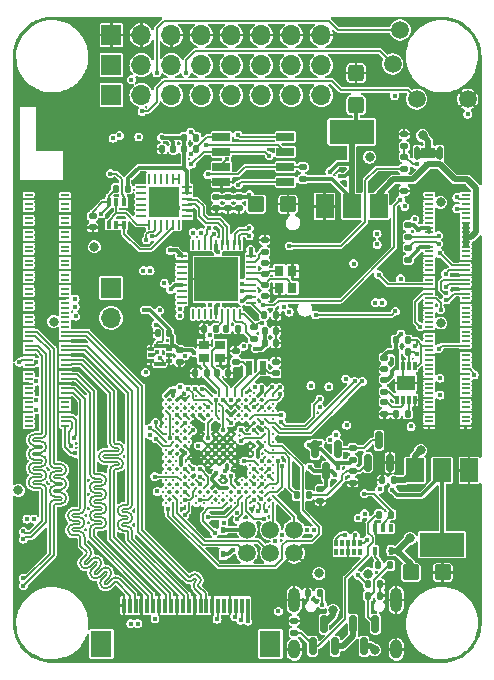
<source format=gbr>
%TF.GenerationSoftware,KiCad,Pcbnew,(6.0.0-0)*%
%TF.CreationDate,2022-02-19T21:54:13+03:00*%
%TF.ProjectId,CopterCat_cm4,436f7074-6572-4436-9174-5f636d342e6b,rev?*%
%TF.SameCoordinates,Original*%
%TF.FileFunction,Copper,L1,Top*%
%TF.FilePolarity,Positive*%
%FSLAX46Y46*%
G04 Gerber Fmt 4.6, Leading zero omitted, Abs format (unit mm)*
G04 Created by KiCad (PCBNEW (6.0.0-0)) date 2022-02-19 21:54:13*
%MOMM*%
%LPD*%
G01*
G04 APERTURE LIST*
G04 Aperture macros list*
%AMRoundRect*
0 Rectangle with rounded corners*
0 $1 Rounding radius*
0 $2 $3 $4 $5 $6 $7 $8 $9 X,Y pos of 4 corners*
0 Add a 4 corners polygon primitive as box body*
4,1,4,$2,$3,$4,$5,$6,$7,$8,$9,$2,$3,0*
0 Add four circle primitives for the rounded corners*
1,1,$1+$1,$2,$3*
1,1,$1+$1,$4,$5*
1,1,$1+$1,$6,$7*
1,1,$1+$1,$8,$9*
0 Add four rect primitives between the rounded corners*
20,1,$1+$1,$2,$3,$4,$5,0*
20,1,$1+$1,$4,$5,$6,$7,0*
20,1,$1+$1,$6,$7,$8,$9,0*
20,1,$1+$1,$8,$9,$2,$3,0*%
G04 Aperture macros list end*
%TA.AperFunction,SMDPad,CuDef*%
%ADD10R,1.500000X2.000000*%
%TD*%
%TA.AperFunction,SMDPad,CuDef*%
%ADD11R,3.800000X2.000000*%
%TD*%
%TA.AperFunction,SMDPad,CuDef*%
%ADD12RoundRect,0.135000X-0.185000X0.135000X-0.185000X-0.135000X0.185000X-0.135000X0.185000X0.135000X0*%
%TD*%
%TA.AperFunction,SMDPad,CuDef*%
%ADD13RoundRect,0.062500X0.350000X0.062500X-0.350000X0.062500X-0.350000X-0.062500X0.350000X-0.062500X0*%
%TD*%
%TA.AperFunction,SMDPad,CuDef*%
%ADD14RoundRect,0.062500X0.062500X0.350000X-0.062500X0.350000X-0.062500X-0.350000X0.062500X-0.350000X0*%
%TD*%
%TA.AperFunction,SMDPad,CuDef*%
%ADD15R,2.600000X2.600000*%
%TD*%
%TA.AperFunction,SMDPad,CuDef*%
%ADD16C,1.500000*%
%TD*%
%TA.AperFunction,SMDPad,CuDef*%
%ADD17RoundRect,0.135000X0.135000X0.185000X-0.135000X0.185000X-0.135000X-0.185000X0.135000X-0.185000X0*%
%TD*%
%TA.AperFunction,SMDPad,CuDef*%
%ADD18RoundRect,0.135000X0.185000X-0.135000X0.185000X0.135000X-0.185000X0.135000X-0.185000X-0.135000X0*%
%TD*%
%TA.AperFunction,SMDPad,CuDef*%
%ADD19RoundRect,0.135000X-0.135000X-0.185000X0.135000X-0.185000X0.135000X0.185000X-0.135000X0.185000X0*%
%TD*%
%TA.AperFunction,SMDPad,CuDef*%
%ADD20RoundRect,0.062500X-0.062500X0.350000X-0.062500X-0.350000X0.062500X-0.350000X0.062500X0.350000X0*%
%TD*%
%TA.AperFunction,SMDPad,CuDef*%
%ADD21RoundRect,0.062500X-0.350000X0.062500X-0.350000X-0.062500X0.350000X-0.062500X0.350000X0.062500X0*%
%TD*%
%TA.AperFunction,SMDPad,CuDef*%
%ADD22R,3.700000X3.700000*%
%TD*%
%TA.AperFunction,SMDPad,CuDef*%
%ADD23RoundRect,0.140000X-0.170000X0.140000X-0.170000X-0.140000X0.170000X-0.140000X0.170000X0.140000X0*%
%TD*%
%TA.AperFunction,SMDPad,CuDef*%
%ADD24R,0.425000X0.400000*%
%TD*%
%TA.AperFunction,SMDPad,CuDef*%
%ADD25R,1.150000X0.950000*%
%TD*%
%TA.AperFunction,SMDPad,CuDef*%
%ADD26R,0.750000X0.300000*%
%TD*%
%TA.AperFunction,SMDPad,CuDef*%
%ADD27RoundRect,0.140000X0.140000X0.170000X-0.140000X0.170000X-0.140000X-0.170000X0.140000X-0.170000X0*%
%TD*%
%TA.AperFunction,SMDPad,CuDef*%
%ADD28R,0.400000X0.650000*%
%TD*%
%TA.AperFunction,SMDPad,CuDef*%
%ADD29RoundRect,0.150000X-0.150000X0.587500X-0.150000X-0.587500X0.150000X-0.587500X0.150000X0.587500X0*%
%TD*%
%TA.AperFunction,SMDPad,CuDef*%
%ADD30R,0.900000X0.800000*%
%TD*%
%TA.AperFunction,SMDPad,CuDef*%
%ADD31R,0.300000X0.550000*%
%TD*%
%TA.AperFunction,SMDPad,CuDef*%
%ADD32R,0.400000X0.550000*%
%TD*%
%TA.AperFunction,SMDPad,CuDef*%
%ADD33R,0.700000X0.200000*%
%TD*%
%TA.AperFunction,SMDPad,CuDef*%
%ADD34R,0.800000X0.900000*%
%TD*%
%TA.AperFunction,SMDPad,CuDef*%
%ADD35R,0.300000X1.300000*%
%TD*%
%TA.AperFunction,SMDPad,CuDef*%
%ADD36R,1.800000X2.200000*%
%TD*%
%TA.AperFunction,SMDPad,CuDef*%
%ADD37RoundRect,0.250000X-0.450000X-0.425000X0.450000X-0.425000X0.450000X0.425000X-0.450000X0.425000X0*%
%TD*%
%TA.AperFunction,SMDPad,CuDef*%
%ADD38RoundRect,0.007000X-0.183000X0.168000X-0.183000X-0.168000X0.183000X-0.168000X0.183000X0.168000X0*%
%TD*%
%TA.AperFunction,SMDPad,CuDef*%
%ADD39C,0.300000*%
%TD*%
%TA.AperFunction,SMDPad,CuDef*%
%ADD40RoundRect,0.140000X-0.140000X-0.170000X0.140000X-0.170000X0.140000X0.170000X-0.140000X0.170000X0*%
%TD*%
%TA.AperFunction,SMDPad,CuDef*%
%ADD41R,1.500000X0.650000*%
%TD*%
%TA.AperFunction,SMDPad,CuDef*%
%ADD42RoundRect,0.140000X0.170000X-0.140000X0.170000X0.140000X-0.170000X0.140000X-0.170000X-0.140000X0*%
%TD*%
%TA.AperFunction,SMDPad,CuDef*%
%ADD43RoundRect,0.150000X0.150000X-0.587500X0.150000X0.587500X-0.150000X0.587500X-0.150000X-0.587500X0*%
%TD*%
%TA.AperFunction,SMDPad,CuDef*%
%ADD44RoundRect,0.250000X0.425000X-0.450000X0.425000X0.450000X-0.425000X0.450000X-0.425000X-0.450000X0*%
%TD*%
%TA.AperFunction,SMDPad,CuDef*%
%ADD45R,0.450000X0.600000*%
%TD*%
%TA.AperFunction,SMDPad,CuDef*%
%ADD46R,0.300000X0.750000*%
%TD*%
%TA.AperFunction,SMDPad,CuDef*%
%ADD47R,1.500000X1.300000*%
%TD*%
%TA.AperFunction,SMDPad,CuDef*%
%ADD48R,0.600000X1.200000*%
%TD*%
%TA.AperFunction,ComponentPad*%
%ADD49R,1.700000X1.700000*%
%TD*%
%TA.AperFunction,ComponentPad*%
%ADD50O,1.700000X1.700000*%
%TD*%
%TA.AperFunction,ComponentPad*%
%ADD51O,1.000000X2.100000*%
%TD*%
%TA.AperFunction,ComponentPad*%
%ADD52O,1.000000X1.600000*%
%TD*%
%TA.AperFunction,ViaPad*%
%ADD53C,0.450000*%
%TD*%
%TA.AperFunction,ViaPad*%
%ADD54C,0.800000*%
%TD*%
%TA.AperFunction,Conductor*%
%ADD55C,0.160000*%
%TD*%
%TA.AperFunction,Conductor*%
%ADD56C,0.300000*%
%TD*%
%TA.AperFunction,Conductor*%
%ADD57C,0.500000*%
%TD*%
%TA.AperFunction,Conductor*%
%ADD58C,0.200000*%
%TD*%
G04 APERTURE END LIST*
D10*
%TO.P,U9,1,GND*%
%TO.N,GND*%
X246300000Y-119050000D03*
%TO.P,U9,2,VO*%
%TO.N,/Power/3V3_GROUP1*%
X244000000Y-119050000D03*
D11*
X244000000Y-125350000D03*
D10*
%TO.P,U9,3,VI*%
%TO.N,VCC*%
X241700000Y-119050000D03*
%TD*%
D12*
%TO.P,R17,1*%
%TO.N,/ESP32/ESP_SPI_SCK*%
X232225000Y-93365000D03*
%TO.P,R17,2*%
%TO.N,/ESP32/ESP_3V3*%
X232225000Y-94385000D03*
%TD*%
D13*
%TO.P,U8,1,~{RI}*%
%TO.N,unconnected-(U8-Pad1)*%
X222387500Y-97550000D03*
%TO.P,U8,2,GND*%
%TO.N,GND*%
X222387500Y-97050000D03*
%TO.P,U8,3,D+*%
%TO.N,/ESP32/ESP_USB.DP*%
X222387500Y-96550000D03*
%TO.P,U8,4,D-*%
%TO.N,/ESP32/ESP_USB.DN*%
X222387500Y-96050000D03*
%TO.P,U8,5,VIO*%
%TO.N,/ESP32/ESP_3V3*%
X222387500Y-95550000D03*
%TO.P,U8,6,VDD*%
X222387500Y-95050000D03*
D14*
%TO.P,U8,7,REGIN*%
%TO.N,Net-(U8-Pad7)*%
X221700000Y-94362500D03*
%TO.P,U8,8,VBUS*%
X221200000Y-94362500D03*
%TO.P,U8,9,~{RST}*%
%TO.N,unconnected-(U8-Pad9)*%
X220700000Y-94362500D03*
%TO.P,U8,10,NC*%
%TO.N,unconnected-(U8-Pad10)*%
X220200000Y-94362500D03*
%TO.P,U8,11,GPIO.3*%
%TO.N,unconnected-(U8-Pad11)*%
X219700000Y-94362500D03*
%TO.P,U8,12,RS485/GPIO.2*%
%TO.N,unconnected-(U8-Pad12)*%
X219200000Y-94362500D03*
D13*
%TO.P,U8,13,RXT/GPIO.1*%
%TO.N,unconnected-(U8-Pad13)*%
X218512500Y-95050000D03*
%TO.P,U8,14,TXT/GPIO.0*%
%TO.N,unconnected-(U8-Pad14)*%
X218512500Y-95550000D03*
%TO.P,U8,15,~{SUSPEND}*%
%TO.N,unconnected-(U8-Pad15)*%
X218512500Y-96050000D03*
%TO.P,U8,16,VPP*%
%TO.N,unconnected-(U8-Pad16)*%
X218512500Y-96550000D03*
%TO.P,U8,17,SUSPEND*%
%TO.N,unconnected-(U8-Pad17)*%
X218512500Y-97050000D03*
%TO.P,U8,18,~{CTS}*%
%TO.N,unconnected-(U8-Pad18)*%
X218512500Y-97550000D03*
D14*
%TO.P,U8,19,~{RTS}*%
%TO.N,/ESP32/ESP_UART_RTS*%
X219200000Y-98237500D03*
%TO.P,U8,20,RXD*%
%TO.N,/ESP32/ESP_UART0_TX*%
X219700000Y-98237500D03*
%TO.P,U8,21,TXD*%
%TO.N,/ESP32/ESP_UART0_RX*%
X220200000Y-98237500D03*
%TO.P,U8,22,~{DSR}*%
%TO.N,unconnected-(U8-Pad22)*%
X220700000Y-98237500D03*
%TO.P,U8,23,~{DTR}*%
%TO.N,/ESP32/ESP_UART_DTR*%
X221200000Y-98237500D03*
%TO.P,U8,24,~{DCD}*%
%TO.N,unconnected-(U8-Pad24)*%
X221700000Y-98237500D03*
D15*
%TO.P,U8,25,GND*%
%TO.N,GND*%
X220450000Y-96300000D03*
%TD*%
D16*
%TO.P,IO19,1,Pin_1*%
%TO.N,/Connectors/ESP_GPIO.IO19*%
X240450000Y-81775000D03*
%TD*%
D17*
%TO.P,R38,1*%
%TO.N,Net-(J6-PadB5)*%
X233635000Y-129475000D03*
%TO.P,R38,2*%
%TO.N,GND*%
X232615000Y-129475000D03*
%TD*%
D18*
%TO.P,R20,1*%
%TO.N,/Connectors/RPI_OUT_3V3*%
X241150000Y-101235000D03*
%TO.P,R20,2*%
%TO.N,/Connectors/RPI_I2C0.SCL*%
X241150000Y-100215000D03*
%TD*%
D17*
%TO.P,R48,1*%
%TO.N,Net-(R48-Pad1)*%
X224860000Y-107050000D03*
%TO.P,R48,2*%
%TO.N,GND*%
X223840000Y-107050000D03*
%TD*%
D19*
%TO.P,R15,1*%
%TO.N,/ESP32/ESP_3V3*%
X222165000Y-90875000D03*
%TO.P,R15,2*%
%TO.N,/ESP32/ESP_SPI_CS1*%
X223185000Y-90875000D03*
%TD*%
D20*
%TO.P,U19,1,USBDM_DN1/PRT_DIS_M1*%
%TO.N,/STM32/STM_USB.DN*%
X226900000Y-99932500D03*
%TO.P,U19,2,USBDP_DN1/PRT_DIS_P1*%
%TO.N,/STM32/STM_USB.DP*%
X226400000Y-99932500D03*
%TO.P,U19,3,USBDM_DN2/PRT_DIS_M2*%
%TO.N,/ESP32/ESP_USB.DN*%
X225900000Y-99932500D03*
%TO.P,U19,4,USBDP_DN2/PRT_DIS_P2*%
%TO.N,/ESP32/ESP_USB.DP*%
X225400000Y-99932500D03*
%TO.P,U19,5,VDDA33*%
%TO.N,/ESP32/ESP_3V3*%
X224900000Y-99932500D03*
%TO.P,U19,6,USBDM_DN3/PRT_DIS_M3*%
%TO.N,/USB_HUB/USBHUB_SINK3_DN*%
X224400000Y-99932500D03*
%TO.P,U19,7,USBDP_DN3/PRT_DIS_P3*%
%TO.N,/USB_HUB/USBHUB_SINK3_DP*%
X223900000Y-99932500D03*
%TO.P,U19,8,USBDM_DN4/PRT_DIS_M4*%
%TO.N,unconnected-(U19-Pad8)*%
X223400000Y-99932500D03*
%TO.P,U19,9,USBDP_DN4/PRT_DIS_P4*%
%TO.N,unconnected-(U19-Pad9)*%
X222900000Y-99932500D03*
D21*
%TO.P,U19,10,VDDA33*%
%TO.N,/ESP32/ESP_3V3*%
X221962500Y-100870000D03*
%TO.P,U19,11,TEST*%
%TO.N,GND*%
X221962500Y-101370000D03*
%TO.P,U19,12,PRTPWR1/BC_EN1*%
%TO.N,unconnected-(U19-Pad12)*%
X221962500Y-101870000D03*
%TO.P,U19,13,OCS_N1*%
%TO.N,unconnected-(U19-Pad13)*%
X221962500Y-102370000D03*
%TO.P,U19,14,CRFILT*%
%TO.N,unconnected-(U19-Pad14)*%
X221962500Y-102870000D03*
%TO.P,U19,15,VDD33*%
%TO.N,/ESP32/ESP_3V3*%
X221962500Y-103370000D03*
%TO.P,U19,16,PRTPWR2/BC_EN2*%
%TO.N,unconnected-(U19-Pad16)*%
X221962500Y-103870000D03*
%TO.P,U19,17,OCS_N2*%
%TO.N,unconnected-(U19-Pad17)*%
X221962500Y-104370000D03*
%TO.P,U19,18,PRTPWR3/BC_EN3*%
%TO.N,unconnected-(U19-Pad18)*%
X221962500Y-104870000D03*
D20*
%TO.P,U19,19,OCS_N3*%
%TO.N,unconnected-(U19-Pad19)*%
X222900000Y-105807500D03*
%TO.P,U19,20,PRTPWR4/BC_EN4*%
%TO.N,unconnected-(U19-Pad20)*%
X223400000Y-105807500D03*
%TO.P,U19,21,OCS_N4*%
%TO.N,unconnected-(U19-Pad21)*%
X223900000Y-105807500D03*
%TO.P,U19,22,SDA/SMBDATA/NON_REM1*%
%TO.N,unconnected-(U19-Pad22)*%
X224400000Y-105807500D03*
%TO.P,U19,23,VDD33*%
%TO.N,/ESP32/ESP_3V3*%
X224900000Y-105807500D03*
%TO.P,U19,24,SCL/SMBCLK/CFG_SEL0*%
%TO.N,Net-(R48-Pad1)*%
X225400000Y-105807500D03*
%TO.P,U19,25,HS_IND/CFG_SEL1*%
%TO.N,Net-(R53-Pad2)*%
X225900000Y-105807500D03*
%TO.P,U19,26,RESET_N*%
%TO.N,Net-(R49-Pad1)*%
X226400000Y-105807500D03*
%TO.P,U19,27,VBUS_DET*%
%TO.N,/STM32/STM_USB.VBUS*%
X226900000Y-105807500D03*
D21*
%TO.P,U19,28,SUSP_IND/LOCAL_PWR/NON_REM0*%
%TO.N,Net-(R52-Pad1)*%
X227837500Y-104870000D03*
%TO.P,U19,29,VDDA33*%
%TO.N,/ESP32/ESP_3V3*%
X227837500Y-104370000D03*
%TO.P,U19,30,USBDM_UP*%
%TO.N,/USB_HUB/USBHUB_SOURCE_DN*%
X227837500Y-103870000D03*
%TO.P,U19,31,USBDP_UP*%
%TO.N,/USB_HUB/USBHUB_SOURCE_DP*%
X227837500Y-103370000D03*
%TO.P,U19,32,XTALOUT*%
%TO.N,Net-(C21-Pad1)*%
X227837500Y-102870000D03*
%TO.P,U19,33,XTALIN/CLKIN*%
%TO.N,Net-(C20-Pad2)*%
X227837500Y-102370000D03*
%TO.P,U19,34,PLLFILT*%
%TO.N,unconnected-(U19-Pad34)*%
X227837500Y-101870000D03*
%TO.P,U19,35,RBIAS*%
%TO.N,Net-(R51-Pad2)*%
X227837500Y-101370000D03*
%TO.P,U19,36,VDDA33*%
%TO.N,/ESP32/ESP_3V3*%
X227837500Y-100870000D03*
D22*
%TO.P,U19,37,VSS*%
%TO.N,GND*%
X224900000Y-102870000D03*
%TD*%
D12*
%TO.P,R51,1*%
%TO.N,GND*%
X229000000Y-99540000D03*
%TO.P,R51,2*%
%TO.N,Net-(R51-Pad2)*%
X229000000Y-100560000D03*
%TD*%
D23*
%TO.P,C9,1*%
%TO.N,GND*%
X229925000Y-109870000D03*
%TO.P,C9,2*%
%TO.N,/STM32/STM_32KHZ_IN*%
X229925000Y-110830000D03*
%TD*%
D16*
%TO.P,GND1,1,Pin_1*%
%TO.N,GND*%
X246175000Y-87625000D03*
%TD*%
D23*
%TO.P,C25,1*%
%TO.N,/Power/5V_GROUP2*%
X240800000Y-94420000D03*
%TO.P,C25,2*%
%TO.N,GND*%
X240800000Y-95380000D03*
%TD*%
D24*
%TO.P,Q8,1*%
%TO.N,VCC*%
X241912500Y-91850000D03*
%TO.P,Q8,2*%
X241912500Y-92500000D03*
%TO.P,Q8,3*%
%TO.N,/Power/GROUP2_EN*%
X241912500Y-93150000D03*
%TO.P,Q8,4*%
%TO.N,/Power/5V_GROUP2*%
X243787500Y-93150000D03*
%TO.P,Q8,5*%
%TO.N,VCC*%
X243787500Y-92500000D03*
%TO.P,Q8,6*%
X243787500Y-91850000D03*
D25*
%TO.P,Q8,7*%
X242850000Y-92175000D03*
D26*
%TO.P,Q8,8*%
%TO.N,/Power/5V_GROUP2*%
X242850000Y-93150000D03*
%TD*%
D23*
%TO.P,C20,1*%
%TO.N,GND*%
X228990000Y-101470000D03*
%TO.P,C20,2*%
%TO.N,Net-(C20-Pad2)*%
X228990000Y-102430000D03*
%TD*%
D27*
%TO.P,C8,1*%
%TO.N,GND*%
X225910000Y-110800000D03*
%TO.P,C8,2*%
%TO.N,/STM32/STM_16MHZ_IN*%
X224950000Y-110800000D03*
%TD*%
D12*
%TO.P,R43,1*%
%TO.N,Net-(Q6-Pad1)*%
X236425000Y-119065000D03*
%TO.P,R43,2*%
%TO.N,GND*%
X236425000Y-120085000D03*
%TD*%
D28*
%TO.P,U13,1*%
%TO.N,N/C*%
X239650000Y-123950000D03*
%TO.P,U13,2*%
%TO.N,/RPi_CM4/RPI_USB.ID*%
X239000000Y-123950000D03*
%TO.P,U13,3,GND*%
%TO.N,GND*%
X238350000Y-123950000D03*
%TO.P,U13,4*%
%TO.N,Net-(R50-Pad1)*%
X238350000Y-125850000D03*
%TO.P,U13,5,VCC*%
%TO.N,VCC*%
X239650000Y-125850000D03*
%TD*%
D19*
%TO.P,R50,1*%
%TO.N,Net-(R50-Pad1)*%
X238590000Y-127100000D03*
%TO.P,R50,2*%
%TO.N,Net-(Q4-Pad1)*%
X239610000Y-127100000D03*
%TD*%
D28*
%TO.P,Q3,1,E2*%
%TO.N,/ESP32/ESP_IO0*%
X217075000Y-96350000D03*
%TO.P,Q3,2,B2*%
%TO.N,/ESP32/ESP_UART_RTS*%
X216425000Y-96350000D03*
%TO.P,Q3,3,C1*%
%TO.N,/ESP32/ESP_NRST*%
X215775000Y-96350000D03*
%TO.P,Q3,4,E1*%
%TO.N,/ESP32/ESP_UART_RTS*%
X215775000Y-98250000D03*
%TO.P,Q3,5,B1*%
%TO.N,/ESP32/ESP_UART_DTR*%
X216425000Y-98250000D03*
%TO.P,Q3,6,C2*%
X217075000Y-98250000D03*
%TD*%
D23*
%TO.P,C21,1*%
%TO.N,Net-(C21-Pad1)*%
X228990000Y-103330000D03*
%TO.P,C21,2*%
%TO.N,GND*%
X228990000Y-104290000D03*
%TD*%
D29*
%TO.P,Q7,1,G*%
%TO.N,Net-(Q6-Pad3)*%
X235150000Y-117262500D03*
%TO.P,Q7,2,S*%
%TO.N,/Power/3V3_GROUP1*%
X233250000Y-117262500D03*
%TO.P,Q7,3,D*%
%TO.N,/STM32/SENSORS_3V3*%
X234200000Y-119137500D03*
%TD*%
D23*
%TO.P,C7,1*%
%TO.N,/STM32/SENSORS_3V3*%
X221775000Y-108895000D03*
%TO.P,C7,2*%
%TO.N,GND*%
X221775000Y-109855000D03*
%TD*%
D17*
%TO.P,R29,1*%
%TO.N,/Connectors/RPI_I2C1.SDA*%
X241110000Y-108025000D03*
%TO.P,R29,2*%
%TO.N,/Connectors/RPI_OUT_3V3*%
X240090000Y-108025000D03*
%TD*%
D30*
%TO.P,Y1,1,1*%
%TO.N,/STM32/STM_16MHZ_IN*%
X225230000Y-108450000D03*
%TO.P,Y1,2,2*%
%TO.N,GND*%
X223830000Y-108450000D03*
%TO.P,Y1,3,3*%
%TO.N,/STM32/STM_16MHZ_OUT*%
X223830000Y-109550000D03*
%TO.P,Y1,4,4*%
%TO.N,GND*%
X225230000Y-109550000D03*
%TD*%
D16*
%TO.P,IO14,1,Pin_1*%
%TO.N,/Connectors/ESP_GPIO.IO14*%
X241850000Y-87625000D03*
%TD*%
D31*
%TO.P,U15,1,IO1*%
%TO.N,/Connectors/USB_BOARD.DN*%
X237050000Y-125215000D03*
%TO.P,U15,2,IO2*%
%TO.N,/Connectors/USB_BOARD.DP*%
X236550000Y-125215000D03*
D32*
%TO.P,U15,3,G*%
%TO.N,GND*%
X236050000Y-125215000D03*
D31*
%TO.P,U15,4,IO3*%
%TO.N,unconnected-(U15-Pad4)*%
X235550000Y-125215000D03*
%TO.P,U15,5,IO4*%
%TO.N,/STM32/STM_USB.VBUS*%
X235050000Y-125215000D03*
%TO.P,U15,6,NC*%
%TO.N,unconnected-(U15-Pad6)*%
X235050000Y-125985000D03*
%TO.P,U15,7,NC*%
%TO.N,unconnected-(U15-Pad7)*%
X235550000Y-125985000D03*
D32*
%TO.P,U15,8,G*%
%TO.N,GND*%
X236050000Y-125985000D03*
D31*
%TO.P,U15,9,NC*%
%TO.N,unconnected-(U15-Pad9)*%
X236550000Y-125985000D03*
%TO.P,U15,10,NC*%
%TO.N,unconnected-(U15-Pad10)*%
X237050000Y-125985000D03*
%TD*%
D18*
%TO.P,R47,1*%
%TO.N,/STM32/STM_USB.VBUS*%
X240800000Y-93510000D03*
%TO.P,R47,2*%
%TO.N,/Power/GROUP2_EN*%
X240800000Y-92490000D03*
%TD*%
D29*
%TO.P,Q4,1,G*%
%TO.N,Net-(Q4-Pad1)*%
X238350000Y-132062500D03*
%TO.P,Q4,2,S*%
%TO.N,Net-(Q4-Pad2)*%
X236450000Y-132062500D03*
%TO.P,Q4,3,D*%
%TO.N,VCC*%
X237400000Y-133937500D03*
%TD*%
D27*
%TO.P,C22,1*%
%TO.N,GND*%
X229930000Y-107275000D03*
%TO.P,C22,2*%
%TO.N,/ESP32/ESP_3V3*%
X228970000Y-107275000D03*
%TD*%
D33*
%TO.P,U6,1,GND*%
%TO.N,GND*%
X246000000Y-115300000D03*
%TO.P,U6,2,GND*%
X242920000Y-115300000D03*
%TO.P,U6,3,Ethernet_Pair3_P*%
%TO.N,unconnected-(U6-Pad3)*%
X246000000Y-114900000D03*
%TO.P,U6,4,Ethernet_Pair1_P*%
%TO.N,unconnected-(U6-Pad4)*%
X242920000Y-114900000D03*
%TO.P,U6,5,Ethernet_Pair3_N*%
%TO.N,unconnected-(U6-Pad5)*%
X246000000Y-114500000D03*
%TO.P,U6,6,Ethernet_Pair1_N*%
%TO.N,unconnected-(U6-Pad6)*%
X242920000Y-114500000D03*
%TO.P,U6,7,GND*%
%TO.N,GND*%
X246000000Y-114100000D03*
%TO.P,U6,8,GND*%
X242920000Y-114100000D03*
%TO.P,U6,9,Ethernet_Pair2_N*%
%TO.N,unconnected-(U6-Pad9)*%
X246000000Y-113700000D03*
%TO.P,U6,10,Ethernet_Pair0_N*%
%TO.N,unconnected-(U6-Pad10)*%
X242920000Y-113700000D03*
%TO.P,U6,11,Ethernet_Pair2_P*%
%TO.N,unconnected-(U6-Pad11)*%
X246000000Y-113300000D03*
%TO.P,U6,12,Ethernet_Pair0_P*%
%TO.N,unconnected-(U6-Pad12)*%
X242920000Y-113300000D03*
%TO.P,U6,13,GND*%
%TO.N,GND*%
X246000000Y-112900000D03*
%TO.P,U6,14,GND*%
X242920000Y-112900000D03*
%TO.P,U6,15,~{Ethernet_nLED3}*%
%TO.N,unconnected-(U6-Pad15)*%
X246000000Y-112500000D03*
%TO.P,U6,16,Ethernet_SYNC_IN*%
%TO.N,unconnected-(U6-Pad16)*%
X242920000Y-112500000D03*
%TO.P,U6,17,~{Ethernet_nLED2}*%
%TO.N,unconnected-(U6-Pad17)*%
X246000000Y-112100000D03*
%TO.P,U6,18,Ethernet_SYNC_OUT*%
%TO.N,unconnected-(U6-Pad18)*%
X242920000Y-112100000D03*
%TO.P,U6,19,~{Ethernet_nLED1}*%
%TO.N,unconnected-(U6-Pad19)*%
X246000000Y-111700000D03*
%TO.P,U6,20,EEPROM_nWP*%
%TO.N,unconnected-(U6-Pad20)*%
X242920000Y-111700000D03*
%TO.P,U6,21,~{Pi_nLED_Activity}*%
%TO.N,unconnected-(U6-Pad21)*%
X246000000Y-111300000D03*
%TO.P,U6,22,GND*%
%TO.N,GND*%
X242920000Y-111300000D03*
%TO.P,U6,23,GND*%
X246000000Y-110900000D03*
%TO.P,U6,24,GPIO26*%
%TO.N,unconnected-(U6-Pad24)*%
X242920000Y-110900000D03*
%TO.P,U6,25,GPIO21*%
%TO.N,/Connectors/RPI_GPIO21*%
X246000000Y-110500000D03*
%TO.P,U6,26,GPIO19*%
%TO.N,unconnected-(U6-Pad26)*%
X242920000Y-110500000D03*
%TO.P,U6,27,GPIO20*%
%TO.N,unconnected-(U6-Pad27)*%
X246000000Y-110100000D03*
%TO.P,U6,28,GPIO13*%
%TO.N,unconnected-(U6-Pad28)*%
X242920000Y-110100000D03*
%TO.P,U6,29,GPIO16*%
%TO.N,unconnected-(U6-Pad29)*%
X246000000Y-109700000D03*
%TO.P,U6,30,GPIO6*%
%TO.N,unconnected-(U6-Pad30)*%
X242920000Y-109700000D03*
%TO.P,U6,31,GPIO12*%
%TO.N,unconnected-(U6-Pad31)*%
X246000000Y-109300000D03*
%TO.P,U6,32,GND*%
%TO.N,GND*%
X242920000Y-109300000D03*
%TO.P,U6,33,GND*%
X246000000Y-108900000D03*
%TO.P,U6,34,GPIO5*%
%TO.N,unconnected-(U6-Pad34)*%
X242920000Y-108900000D03*
%TO.P,U6,35,ID_SC*%
%TO.N,/Connectors/RPI_I2C1.SCL*%
X246000000Y-108500000D03*
%TO.P,U6,36,ID_SD*%
%TO.N,/Connectors/RPI_I2C1.SDA*%
X242920000Y-108500000D03*
%TO.P,U6,37,GPIO7*%
%TO.N,unconnected-(U6-Pad37)*%
X246000000Y-108100000D03*
%TO.P,U6,38,GPIO11*%
%TO.N,unconnected-(U6-Pad38)*%
X242920000Y-108100000D03*
%TO.P,U6,39,GPIO8*%
%TO.N,unconnected-(U6-Pad39)*%
X246000000Y-107700000D03*
%TO.P,U6,40,GPIO9*%
%TO.N,unconnected-(U6-Pad40)*%
X242920000Y-107700000D03*
%TO.P,U6,41,GPIO25*%
%TO.N,unconnected-(U6-Pad41)*%
X246000000Y-107300000D03*
%TO.P,U6,42,GND*%
%TO.N,GND*%
X242920000Y-107300000D03*
%TO.P,U6,43,GND*%
X246000000Y-106900000D03*
%TO.P,U6,44,GPIO10*%
%TO.N,unconnected-(U6-Pad44)*%
X242920000Y-106900000D03*
%TO.P,U6,45,GPIO24*%
%TO.N,unconnected-(U6-Pad45)*%
X246000000Y-106500000D03*
%TO.P,U6,46,GPIO22*%
%TO.N,unconnected-(U6-Pad46)*%
X242920000Y-106500000D03*
%TO.P,U6,47,GPIO23*%
%TO.N,unconnected-(U6-Pad47)*%
X246000000Y-106100000D03*
%TO.P,U6,48,GPIO27*%
%TO.N,unconnected-(U6-Pad48)*%
X242920000Y-106100000D03*
%TO.P,U6,49,GPIO18*%
%TO.N,unconnected-(U6-Pad49)*%
X246000000Y-105700000D03*
%TO.P,U6,50,GPIO17*%
%TO.N,unconnected-(U6-Pad50)*%
X242920000Y-105700000D03*
%TO.P,U6,51,GPIO15*%
%TO.N,unconnected-(U6-Pad51)*%
X246000000Y-105300000D03*
%TO.P,U6,52,GND*%
%TO.N,GND*%
X242920000Y-105300000D03*
%TO.P,U6,53,GND*%
X246000000Y-104900000D03*
%TO.P,U6,54,GPIO4*%
%TO.N,unconnected-(U6-Pad54)*%
X242920000Y-104900000D03*
%TO.P,U6,55,GPIO14*%
%TO.N,unconnected-(U6-Pad55)*%
X246000000Y-104500000D03*
%TO.P,U6,56,GPIO3*%
%TO.N,/Connectors/RPI_LASER_I2C.SCL*%
X242920000Y-104500000D03*
%TO.P,U6,57,SD_CLK*%
%TO.N,/RPi_CM4/RPI_SD_CLK*%
X246000000Y-104100000D03*
%TO.P,U6,58,GPIO2*%
%TO.N,/Connectors/RPI_LASER_I2C.SDA*%
X242920000Y-104100000D03*
%TO.P,U6,59,GND*%
%TO.N,GND*%
X246000000Y-103700000D03*
%TO.P,U6,60,GND*%
X242920000Y-103700000D03*
%TO.P,U6,61,SD_DAT3*%
%TO.N,/RPi_CM4/RPI_SD_D3*%
X246000000Y-103300000D03*
%TO.P,U6,62,SD_CMD*%
%TO.N,/RPi_CM4/RPI_SD_CMD*%
X242920000Y-103300000D03*
%TO.P,U6,63,SD_DAT0*%
%TO.N,/RPi_CM4/RPI_SD_D0*%
X246000000Y-102900000D03*
%TO.P,U6,64,SD_DAT5*%
%TO.N,unconnected-(U6-Pad64)*%
X242920000Y-102900000D03*
%TO.P,U6,65,GND*%
%TO.N,GND*%
X246000000Y-102500000D03*
%TO.P,U6,66,GND*%
X242920000Y-102500000D03*
%TO.P,U6,67,SD_DAT1*%
%TO.N,/RPi_CM4/RPI_SD_D1*%
X246000000Y-102100000D03*
%TO.P,U6,68,SD_DAT4*%
%TO.N,unconnected-(U6-Pad68)*%
X242920000Y-102100000D03*
%TO.P,U6,69,SD_DAT2*%
%TO.N,/RPi_CM4/RPI_SD_D2*%
X246000000Y-101700000D03*
%TO.P,U6,70,SD_DAT7*%
%TO.N,unconnected-(U6-Pad70)*%
X242920000Y-101700000D03*
%TO.P,U6,71,GND*%
%TO.N,GND*%
X246000000Y-101300000D03*
%TO.P,U6,72,SD_DAT6*%
%TO.N,unconnected-(U6-Pad72)*%
X242920000Y-101300000D03*
%TO.P,U6,73,SD_VDD_Override*%
%TO.N,unconnected-(U6-Pad73)*%
X246000000Y-100900000D03*
%TO.P,U6,74,GND*%
%TO.N,GND*%
X242920000Y-100900000D03*
%TO.P,U6,75,SD_PWR_ON*%
%TO.N,unconnected-(U6-Pad75)*%
X246000000Y-100500000D03*
%TO.P,U6,76,Reserved*%
%TO.N,unconnected-(U6-Pad76)*%
X242920000Y-100500000D03*
%TO.P,U6,77,+5V*%
%TO.N,/Power/5V_GROUP2*%
X246000000Y-100100000D03*
%TO.P,U6,78,GPIO_VREF*%
%TO.N,/Connectors/RPI_OUT_3V3*%
X242920000Y-100100000D03*
%TO.P,U6,79,+5V*%
%TO.N,/Power/5V_GROUP2*%
X246000000Y-99700000D03*
%TO.P,U6,80,I2C_SCL0*%
%TO.N,/Connectors/RPI_I2C0.SCL*%
X242920000Y-99700000D03*
%TO.P,U6,81,+5V*%
%TO.N,/Power/5V_GROUP2*%
X246000000Y-99300000D03*
%TO.P,U6,82,I2C_SDA0*%
%TO.N,/Connectors/RPI_I2C0.SDA*%
X242920000Y-99300000D03*
%TO.P,U6,83,+5V*%
%TO.N,/Power/5V_GROUP2*%
X246000000Y-98900000D03*
%TO.P,U6,84,CM4_3.3V_Out*%
%TO.N,/Connectors/RPI_OUT_3V3*%
X242920000Y-98900000D03*
%TO.P,U6,85,+5V*%
%TO.N,/Power/5V_GROUP2*%
X246000000Y-98500000D03*
%TO.P,U6,86,CM4_3.3V_Out*%
%TO.N,/Connectors/RPI_OUT_3V3*%
X242920000Y-98500000D03*
%TO.P,U6,87,+5V*%
%TO.N,/Power/5V_GROUP2*%
X246000000Y-98100000D03*
%TO.P,U6,88,CM4_1.8V_Out*%
%TO.N,unconnected-(U6-Pad88)*%
X242920000Y-98100000D03*
%TO.P,U6,89,~{WL_nDisable}*%
%TO.N,unconnected-(U6-Pad89)*%
X246000000Y-97700000D03*
%TO.P,U6,90,CM4_1.8V_Out*%
%TO.N,unconnected-(U6-Pad90)*%
X242920000Y-97700000D03*
%TO.P,U6,91,~{BT_nDisable}*%
%TO.N,unconnected-(U6-Pad91)*%
X246000000Y-97300000D03*
%TO.P,U6,92,RUN_PG*%
%TO.N,unconnected-(U6-Pad92)*%
X242920000Y-97300000D03*
%TO.P,U6,93,~{nRPIBOOT}*%
%TO.N,/RPi_CM4/RPI_NRPIBOOT*%
X246000000Y-96900000D03*
%TO.P,U6,94,AnalogIP1*%
%TO.N,unconnected-(U6-Pad94)*%
X242920000Y-96900000D03*
%TO.P,U6,95,~{PI_LED_nPWR}*%
%TO.N,unconnected-(U6-Pad95)*%
X246000000Y-96500000D03*
%TO.P,U6,96,AnalogIP0*%
%TO.N,unconnected-(U6-Pad96)*%
X242920000Y-96500000D03*
%TO.P,U6,97,Camera_GPIO*%
%TO.N,/Connectors/RPI_CAM_GPIO*%
X246000000Y-96100000D03*
%TO.P,U6,98,GND*%
%TO.N,GND*%
X242920000Y-96100000D03*
%TO.P,U6,99,GLOBAL_EN*%
%TO.N,unconnected-(U6-Pad99)*%
X246000000Y-95700000D03*
%TO.P,U6,100,~{nEXTRST}*%
%TO.N,unconnected-(U6-Pad100)*%
X242920000Y-95700000D03*
%TO.P,U6,101,USB_OTG_ID*%
%TO.N,/RPi_CM4/RPI_USB.ID*%
X212080000Y-115300000D03*
%TO.P,U6,102,~{PCIe_CLK_nREQ}*%
%TO.N,unconnected-(U6-Pad102)*%
X209000000Y-115300000D03*
%TO.P,U6,103,USB_N*%
%TO.N,/RPi_CM4/RPI_USB.DN*%
X212080000Y-114900000D03*
%TO.P,U6,104,Reserved*%
%TO.N,unconnected-(U6-Pad104)*%
X209000000Y-114900000D03*
%TO.P,U6,105,USB_P*%
%TO.N,/RPi_CM4/RPI_USB.DP*%
X212080000Y-114500000D03*
%TO.P,U6,106,Reserved*%
%TO.N,unconnected-(U6-Pad106)*%
X209000000Y-114500000D03*
%TO.P,U6,107,GND*%
%TO.N,GND*%
X212080000Y-114100000D03*
%TO.P,U6,108,GND*%
X209000000Y-114100000D03*
%TO.P,U6,109,~{PCIe_nRST}*%
%TO.N,unconnected-(U6-Pad109)*%
X212080000Y-113700000D03*
%TO.P,U6,110,PCIe_CLK_P*%
%TO.N,unconnected-(U6-Pad110)*%
X209000000Y-113700000D03*
%TO.P,U6,111,VDAC_COMP*%
%TO.N,unconnected-(U6-Pad111)*%
X212080000Y-113300000D03*
%TO.P,U6,112,PCIe_CLK_N*%
%TO.N,unconnected-(U6-Pad112)*%
X209000000Y-113300000D03*
%TO.P,U6,113,GND*%
%TO.N,GND*%
X212080000Y-112900000D03*
%TO.P,U6,114,GND*%
X209000000Y-112900000D03*
%TO.P,U6,115,CAM1_D0_N*%
%TO.N,/Connectors/RPI_CAM1.D_N0*%
X212080000Y-112500000D03*
%TO.P,U6,116,PCIe_RX_P*%
%TO.N,unconnected-(U6-Pad116)*%
X209000000Y-112500000D03*
%TO.P,U6,117,CAM1_D0_P*%
%TO.N,/Connectors/RPI_CAM1.D_P0*%
X212080000Y-112100000D03*
%TO.P,U6,118,PCIe_RX_N*%
%TO.N,unconnected-(U6-Pad118)*%
X209000000Y-112100000D03*
%TO.P,U6,119,GND*%
%TO.N,GND*%
X212080000Y-111700000D03*
%TO.P,U6,120,GND*%
X209000000Y-111700000D03*
%TO.P,U6,121,CAM1_D1_N*%
%TO.N,/Connectors/RPI_CAM1.D_N1*%
X212080000Y-111300000D03*
%TO.P,U6,122,PCIe_TX_P*%
%TO.N,unconnected-(U6-Pad122)*%
X209000000Y-111300000D03*
%TO.P,U6,123,CAM1_D1_P*%
%TO.N,/Connectors/RPI_CAM1.D_P1*%
X212080000Y-110900000D03*
%TO.P,U6,124,PCIe_TX_N*%
%TO.N,unconnected-(U6-Pad124)*%
X209000000Y-110900000D03*
%TO.P,U6,125,GND*%
%TO.N,GND*%
X212080000Y-110500000D03*
%TO.P,U6,126,GND*%
X209000000Y-110500000D03*
%TO.P,U6,127,CAM1_C_N*%
%TO.N,/Connectors/RPI_CAM1.C_N*%
X212080000Y-110100000D03*
%TO.P,U6,128,CAM0_D0_N*%
%TO.N,/Connectors/RPI_CAM0.D_N0*%
X209000000Y-110100000D03*
%TO.P,U6,129,CAM1_C_P*%
%TO.N,/Connectors/RPI_CAM1.C_P*%
X212080000Y-109700000D03*
%TO.P,U6,130,CAM0_D0_P*%
%TO.N,/Connectors/RPI_CAM0.D_P0*%
X209000000Y-109700000D03*
%TO.P,U6,131,GND*%
%TO.N,GND*%
X212080000Y-109300000D03*
%TO.P,U6,132,GND*%
X209000000Y-109300000D03*
%TO.P,U6,133,CAM1_D2_N*%
%TO.N,/Connectors/RPI_CAM1.D_N2*%
X212080000Y-108900000D03*
%TO.P,U6,134,CAM0_D1_N*%
%TO.N,/Connectors/RPI_CAM0.D_N1*%
X209000000Y-108900000D03*
%TO.P,U6,135,CAM1_D2_P*%
%TO.N,/Connectors/RPI_CAM1.D_P2*%
X212080000Y-108500000D03*
%TO.P,U6,136,CAM0_D1_P*%
%TO.N,/Connectors/RPI_CAM0.D_P1*%
X209000000Y-108500000D03*
%TO.P,U6,137,GND*%
%TO.N,GND*%
X212080000Y-108100000D03*
%TO.P,U6,138,GND*%
X209000000Y-108100000D03*
%TO.P,U6,139,CAM1_D3_N*%
%TO.N,/Connectors/RPI_CAM1.D_N3*%
X212080000Y-107700000D03*
%TO.P,U6,140,CAM0_C_N*%
%TO.N,/Connectors/RPI_CAM0.C_N*%
X209000000Y-107700000D03*
%TO.P,U6,141,CAM1_D3_P*%
%TO.N,/Connectors/RPI_CAM1.D_P3*%
X212080000Y-107300000D03*
%TO.P,U6,142,CAM0_C_P*%
%TO.N,/Connectors/RPI_CAM0.C_P*%
X209000000Y-107300000D03*
%TO.P,U6,143,HDMI1_HOTPLUG*%
%TO.N,unconnected-(U6-Pad143)*%
X212080000Y-106900000D03*
%TO.P,U6,144,GND*%
%TO.N,GND*%
X209000000Y-106900000D03*
%TO.P,U6,145,HDMI1_SDA*%
%TO.N,unconnected-(U6-Pad145)*%
X212080000Y-106500000D03*
%TO.P,U6,146,HDMI1_TX2_P*%
%TO.N,unconnected-(U6-Pad146)*%
X209000000Y-106500000D03*
%TO.P,U6,147,HDMI1_SCL*%
%TO.N,unconnected-(U6-Pad147)*%
X212080000Y-106100000D03*
%TO.P,U6,148,HDMI1_TX2_N*%
%TO.N,unconnected-(U6-Pad148)*%
X209000000Y-106100000D03*
%TO.P,U6,149,HDMI1_CEC*%
%TO.N,unconnected-(U6-Pad149)*%
X212080000Y-105700000D03*
%TO.P,U6,150,GND*%
%TO.N,GND*%
X209000000Y-105700000D03*
%TO.P,U6,151,HDMI0_CEC*%
%TO.N,unconnected-(U6-Pad151)*%
X212080000Y-105300000D03*
%TO.P,U6,152,HDMI1_TX1_P*%
%TO.N,unconnected-(U6-Pad152)*%
X209000000Y-105300000D03*
%TO.P,U6,153,HDMI0_HOTPLUG*%
%TO.N,unconnected-(U6-Pad153)*%
X212080000Y-104900000D03*
%TO.P,U6,154,HDMI1_TX1_N*%
%TO.N,unconnected-(U6-Pad154)*%
X209000000Y-104900000D03*
%TO.P,U6,155,GND*%
%TO.N,GND*%
X212080000Y-104500000D03*
%TO.P,U6,156,GND*%
X209000000Y-104500000D03*
%TO.P,U6,157,DSI0_D0_N*%
%TO.N,unconnected-(U6-Pad157)*%
X212080000Y-104100000D03*
%TO.P,U6,158,HDMI1_TX0_P*%
%TO.N,unconnected-(U6-Pad158)*%
X209000000Y-104100000D03*
%TO.P,U6,159,DSI0_D0_P*%
%TO.N,unconnected-(U6-Pad159)*%
X212080000Y-103700000D03*
%TO.P,U6,160,HDMI1_TX0_N*%
%TO.N,unconnected-(U6-Pad160)*%
X209000000Y-103700000D03*
%TO.P,U6,161,GND*%
%TO.N,GND*%
X212080000Y-103300000D03*
%TO.P,U6,162,GND*%
X209000000Y-103300000D03*
%TO.P,U6,163,DSI0_D1_N*%
%TO.N,unconnected-(U6-Pad163)*%
X212080000Y-102900000D03*
%TO.P,U6,164,HDMI1_CLK_P*%
%TO.N,unconnected-(U6-Pad164)*%
X209000000Y-102900000D03*
%TO.P,U6,165,DSI0_D1_P*%
%TO.N,unconnected-(U6-Pad165)*%
X212080000Y-102500000D03*
%TO.P,U6,166,HDMI1_CLK_N*%
%TO.N,unconnected-(U6-Pad166)*%
X209000000Y-102500000D03*
%TO.P,U6,167,GND*%
%TO.N,GND*%
X212080000Y-102100000D03*
%TO.P,U6,168,GND*%
X209000000Y-102100000D03*
%TO.P,U6,169,DSI0_C_N*%
%TO.N,unconnected-(U6-Pad169)*%
X212080000Y-101700000D03*
%TO.P,U6,170,HDMI0_TX2_P*%
%TO.N,unconnected-(U6-Pad170)*%
X209000000Y-101700000D03*
%TO.P,U6,171,DSI0_C_P*%
%TO.N,unconnected-(U6-Pad171)*%
X212080000Y-101300000D03*
%TO.P,U6,172,HDMI0_TX2_N*%
%TO.N,unconnected-(U6-Pad172)*%
X209000000Y-101300000D03*
%TO.P,U6,173,GND*%
%TO.N,GND*%
X212080000Y-100900000D03*
%TO.P,U6,174,GND*%
X209000000Y-100900000D03*
%TO.P,U6,175,DSI1_D0_N*%
%TO.N,unconnected-(U6-Pad175)*%
X212080000Y-100500000D03*
%TO.P,U6,176,HDMI0_TX1_P*%
%TO.N,unconnected-(U6-Pad176)*%
X209000000Y-100500000D03*
%TO.P,U6,177,DSI1_D0_P*%
%TO.N,unconnected-(U6-Pad177)*%
X212080000Y-100100000D03*
%TO.P,U6,178,HDMI0_TX1_N*%
%TO.N,unconnected-(U6-Pad178)*%
X209000000Y-100100000D03*
%TO.P,U6,179,GND*%
%TO.N,GND*%
X212080000Y-99700000D03*
%TO.P,U6,180,GND*%
X209000000Y-99700000D03*
%TO.P,U6,181,DSI1_D1_N*%
%TO.N,unconnected-(U6-Pad181)*%
X212080000Y-99300000D03*
%TO.P,U6,182,HDMI0_TX0_P*%
%TO.N,unconnected-(U6-Pad182)*%
X209000000Y-99300000D03*
%TO.P,U6,183,DSI1_D1_P*%
%TO.N,unconnected-(U6-Pad183)*%
X212080000Y-98900000D03*
%TO.P,U6,184,HDMI0_TX0_N*%
%TO.N,unconnected-(U6-Pad184)*%
X209000000Y-98900000D03*
%TO.P,U6,185,GND*%
%TO.N,GND*%
X212080000Y-98500000D03*
%TO.P,U6,186,GND*%
X209000000Y-98500000D03*
%TO.P,U6,187,DSI1_C_N*%
%TO.N,unconnected-(U6-Pad187)*%
X212080000Y-98100000D03*
%TO.P,U6,188,HDMI0_CLK_P*%
%TO.N,unconnected-(U6-Pad188)*%
X209000000Y-98100000D03*
%TO.P,U6,189,DSI1_C_P*%
%TO.N,unconnected-(U6-Pad189)*%
X212080000Y-97700000D03*
%TO.P,U6,190,HDMI0_CLK_N*%
%TO.N,unconnected-(U6-Pad190)*%
X209000000Y-97700000D03*
%TO.P,U6,191,GND*%
%TO.N,GND*%
X212080000Y-97300000D03*
%TO.P,U6,192,GND*%
X209000000Y-97300000D03*
%TO.P,U6,193,DSI1_D2_N*%
%TO.N,unconnected-(U6-Pad193)*%
X212080000Y-96900000D03*
%TO.P,U6,194,DSI1_D3_N*%
%TO.N,unconnected-(U6-Pad194)*%
X209000000Y-96900000D03*
%TO.P,U6,195,DSI1_D2_P*%
%TO.N,unconnected-(U6-Pad195)*%
X212080000Y-96500000D03*
%TO.P,U6,196,DSI1_D3_P*%
%TO.N,unconnected-(U6-Pad196)*%
X209000000Y-96500000D03*
%TO.P,U6,197,GND*%
%TO.N,GND*%
X212080000Y-96100000D03*
%TO.P,U6,198,GND*%
X209000000Y-96100000D03*
%TO.P,U6,199,HDMI0_SDA*%
%TO.N,unconnected-(U6-Pad199)*%
X212080000Y-95700000D03*
%TO.P,U6,200,HDMI0_SCL*%
%TO.N,unconnected-(U6-Pad200)*%
X209000000Y-95700000D03*
%TD*%
D17*
%TO.P,R39,1*%
%TO.N,GND*%
X238760000Y-128700000D03*
%TO.P,R39,2*%
%TO.N,Net-(J6-PadA5)*%
X237740000Y-128700000D03*
%TD*%
D19*
%TO.P,R52,1*%
%TO.N,Net-(R52-Pad1)*%
X228940000Y-105900000D03*
%TO.P,R52,2*%
%TO.N,GND*%
X229960000Y-105900000D03*
%TD*%
D34*
%TO.P,Y3,1,1*%
%TO.N,Net-(C20-Pad2)*%
X230230000Y-102190000D03*
%TO.P,Y3,2,2*%
%TO.N,GND*%
X230230000Y-103590000D03*
%TO.P,Y3,3,3*%
%TO.N,Net-(C21-Pad1)*%
X231330000Y-103590000D03*
%TO.P,Y3,4,4*%
%TO.N,GND*%
X231330000Y-102190000D03*
%TD*%
D23*
%TO.P,C42,1*%
%TO.N,/ESP32/ESP_3V3*%
X224900000Y-95920000D03*
%TO.P,C42,2*%
%TO.N,GND*%
X224900000Y-96880000D03*
%TD*%
D35*
%TO.P,CAM1,1,Pin_1*%
%TO.N,GND*%
X217050000Y-130500000D03*
%TO.P,CAM1,2,Pin_2*%
%TO.N,/Connectors/RPI_CAM1.D_N0*%
X217550000Y-130500000D03*
%TO.P,CAM1,3,Pin_3*%
%TO.N,/Connectors/RPI_CAM1.D_P0*%
X218050000Y-130500000D03*
%TO.P,CAM1,4,Pin_4*%
%TO.N,GND*%
X218550000Y-130500000D03*
%TO.P,CAM1,5,Pin_5*%
%TO.N,/Connectors/RPI_CAM1.D_N1*%
X219050000Y-130500000D03*
%TO.P,CAM1,6,Pin_6*%
%TO.N,/Connectors/RPI_CAM1.D_P1*%
X219550000Y-130500000D03*
%TO.P,CAM1,7,Pin_7*%
%TO.N,GND*%
X220050000Y-130500000D03*
%TO.P,CAM1,8,Pin_8*%
%TO.N,/Connectors/RPI_CAM1.C_N*%
X220550000Y-130500000D03*
%TO.P,CAM1,9,Pin_9*%
%TO.N,/Connectors/RPI_CAM1.C_P*%
X221050000Y-130500000D03*
%TO.P,CAM1,10,Pin_10*%
%TO.N,GND*%
X221550000Y-130500000D03*
%TO.P,CAM1,11,Pin_11*%
%TO.N,/Connectors/RPI_CAM1.D_N2*%
X222050000Y-130500000D03*
%TO.P,CAM1,12,Pin_12*%
%TO.N,/Connectors/RPI_CAM1.D_P2*%
X222550000Y-130500000D03*
%TO.P,CAM1,13,Pin_13*%
%TO.N,GND*%
X223050000Y-130500000D03*
%TO.P,CAM1,14,Pin_14*%
%TO.N,/Connectors/RPI_CAM1.D_N3*%
X223550000Y-130500000D03*
%TO.P,CAM1,15,Pin_15*%
%TO.N,/Connectors/RPI_CAM1.D_P3*%
X224050000Y-130500000D03*
%TO.P,CAM1,16,Pin_16*%
%TO.N,GND*%
X224550000Y-130500000D03*
%TO.P,CAM1,17,Pin_17*%
%TO.N,/Connectors/RPI_CAM_GPIO*%
X225050000Y-130500000D03*
%TO.P,CAM1,18,Pin_18*%
%TO.N,unconnected-(CAM1-Pad18)*%
X225550000Y-130500000D03*
%TO.P,CAM1,19,Pin_19*%
%TO.N,GND*%
X226050000Y-130500000D03*
%TO.P,CAM1,20,Pin_20*%
%TO.N,/Connectors/RPI_I2C0.SCL*%
X226550000Y-130500000D03*
%TO.P,CAM1,21,Pin_21*%
%TO.N,/Connectors/RPI_I2C0.SDA*%
X227050000Y-130500000D03*
%TO.P,CAM1,22,Pin_22*%
%TO.N,/Connectors/RPI_OUT_3V3*%
X227550000Y-130500000D03*
D36*
%TO.P,CAM1,MP*%
%TO.N,N/C*%
X215150000Y-133750000D03*
X229450000Y-133750000D03*
%TD*%
D23*
%TO.P,C19,1*%
%TO.N,/ESP32/ESP_NRST*%
X214425000Y-97520000D03*
%TO.P,C19,2*%
%TO.N,GND*%
X214425000Y-98480000D03*
%TD*%
D37*
%TO.P,C41,1*%
%TO.N,VCC*%
X241350000Y-127700000D03*
%TO.P,C41,2*%
%TO.N,GND*%
X244050000Y-127700000D03*
%TD*%
D38*
%TO.P,U3,1,VDDIO*%
%TO.N,/STM32/SENSORS_3V3*%
X220350000Y-108517500D03*
%TO.P,U3,2,SCK*%
%TO.N,/STM32/STM_I2C4.SCL*%
X219850000Y-108517500D03*
%TO.P,U3,3,VSS*%
%TO.N,GND*%
X219335000Y-108782500D03*
%TO.P,U3,4,SDI*%
%TO.N,/STM32/STM_I2C4.SDA*%
X219335000Y-109282500D03*
%TO.P,U3,5,SDO*%
%TO.N,GND*%
X219335000Y-109782500D03*
%TO.P,U3,6,CSB*%
%TO.N,unconnected-(U3-Pad6)*%
X219850000Y-110047500D03*
%TO.P,U3,7,INT*%
%TO.N,/STM32/STM_I2C4.DRDY1*%
X220350000Y-110047500D03*
%TO.P,U3,8,VSS*%
%TO.N,GND*%
X220865000Y-109782500D03*
%TO.P,U3,9,VSS*%
X220865000Y-109282500D03*
%TO.P,U3,10,VDD*%
%TO.N,/STM32/SENSORS_3V3*%
X220865000Y-108782500D03*
%TD*%
D39*
%TO.P,U1,A1,PE3*%
%TO.N,/STM32/STM_NLED_RED*%
X229700000Y-112750000D03*
%TO.P,U1,A2,PE2*%
%TO.N,unconnected-(U1-PadA2)*%
X229700000Y-113400000D03*
%TO.P,U1,A3,PE1*%
%TO.N,unconnected-(U1-PadA3)*%
X229700000Y-114050000D03*
%TO.P,U1,A4,PE0*%
%TO.N,unconnected-(U1-PadA4)*%
X229700000Y-114700000D03*
%TO.P,U1,A5,PB8*%
%TO.N,/Connectors/STM_I2C1.SCL*%
X229700000Y-115350000D03*
%TO.P,U1,A6,PB5*%
%TO.N,unconnected-(U1-PadA6)*%
X229700000Y-116000000D03*
%TO.P,U1,A7,PG14*%
%TO.N,unconnected-(U1-PadA7)*%
X229700000Y-116650000D03*
%TO.P,U1,A8,PG13*%
%TO.N,unconnected-(U1-PadA8)*%
X229700000Y-117300000D03*
%TO.P,U1,A9,PB4*%
%TO.N,unconnected-(U1-PadA9)*%
X229700000Y-117950000D03*
%TO.P,U1,A10,PB3*%
%TO.N,unconnected-(U1-PadA10)*%
X229700000Y-118600000D03*
%TO.P,U1,A11,PD7*%
%TO.N,unconnected-(U1-PadA11)*%
X229700000Y-119250000D03*
%TO.P,U1,A12,PC12*%
%TO.N,/Connectors/STM_UART5.TX*%
X229700000Y-119900000D03*
%TO.P,U1,A13,PA15*%
%TO.N,unconnected-(U1-PadA13)*%
X229700000Y-120550000D03*
%TO.P,U1,A14,PA14*%
%TO.N,/Connectors/STM_DEBUG.SWCLK*%
X229700000Y-121200000D03*
%TO.P,U1,A15,PA13*%
%TO.N,/Connectors/STM_DEBUG.SWDIO*%
X229700000Y-121850000D03*
%TO.P,U1,B1,PE4*%
%TO.N,/STM32/STM_NLED_GREEN*%
X229050000Y-112750000D03*
%TO.P,U1,B2,PE5*%
%TO.N,/STM32/STM_NLED_BLUE*%
X229050000Y-113400000D03*
%TO.P,U1,B3,PE6*%
%TO.N,unconnected-(U1-PadB3)*%
X229050000Y-114050000D03*
%TO.P,U1,B4,PB9*%
%TO.N,/Connectors/STM_I2C1.SDA*%
X229050000Y-114700000D03*
%TO.P,U1,B5,PB7*%
%TO.N,/Connectors/STM_USART1.RX*%
X229050000Y-115350000D03*
%TO.P,U1,B6,PB6*%
%TO.N,/Connectors/STM_USART1.TX*%
X229050000Y-116000000D03*
%TO.P,U1,B7,PG15*%
%TO.N,unconnected-(U1-PadB7)*%
X229050000Y-116650000D03*
%TO.P,U1,B8,PG12*%
%TO.N,/STM32/STM_VDD_3V3_SENSORS_EN*%
X229050000Y-117300000D03*
%TO.P,U1,B9,PG11*%
%TO.N,/STM32/STM_SPI1.SCK*%
X229050000Y-117950000D03*
%TO.P,U1,B10,PG10*%
%TO.N,unconnected-(U1-PadB10)*%
X229050000Y-118600000D03*
%TO.P,U1,B11,PD6*%
%TO.N,/ESP32/ESP_UART1.RX*%
X229050000Y-119250000D03*
%TO.P,U1,B12,PD0*%
%TO.N,unconnected-(U1-PadB12)*%
X229050000Y-119900000D03*
%TO.P,U1,B13,PC11*%
%TO.N,/STM32/STM_SPI3.MISO*%
X229050000Y-120550000D03*
%TO.P,U1,B14,PC10*%
%TO.N,/STM32/STM_SPI3.SCK*%
X229050000Y-121200000D03*
%TO.P,U1,B15,PA12*%
%TO.N,/STM32/STM_USB.DP*%
X229050000Y-121850000D03*
%TO.P,U1,C1,VBAT*%
%TO.N,/Power/3V3_GROUP1*%
X228400000Y-112750000D03*
%TO.P,U1,C2,PI7*%
%TO.N,/STM32/STM_SPI3.DRDY2*%
X228400000Y-113400000D03*
%TO.P,U1,C3,PI6*%
%TO.N,/STM32/STM_SPI3.DRDY1*%
X228400000Y-114050000D03*
%TO.P,U1,C4,PI5*%
%TO.N,/Connectors/STM_RC.PPM*%
X228400000Y-114700000D03*
%TO.P,U1,C5,VDD*%
%TO.N,/Power/3V3_GROUP1*%
X228400000Y-115350000D03*
%TO.P,U1,C6,PDR_ON*%
%TO.N,/STM32/STM_PDR_ON*%
X228400000Y-116000000D03*
%TO.P,U1,C7,VDD*%
%TO.N,/Power/3V3_GROUP1*%
X228400000Y-116650000D03*
%TO.P,U1,C8,VDD*%
X228400000Y-117300000D03*
%TO.P,U1,C9,VDD*%
X228400000Y-117950000D03*
%TO.P,U1,C10,PG9*%
%TO.N,/STM32/STM_SPI1.MISO*%
X228400000Y-118600000D03*
%TO.P,U1,C11,PD5*%
%TO.N,/ESP32/ESP_UART1.TX*%
X228400000Y-119250000D03*
%TO.P,U1,C12,PD1*%
%TO.N,unconnected-(U1-PadC12)*%
X228400000Y-119900000D03*
%TO.P,U1,C13,PI3*%
%TO.N,/STM32/STM_SPI2.MOSI*%
X228400000Y-120550000D03*
%TO.P,U1,C14,PI2*%
%TO.N,/STM32/STM_SPI2.MISO*%
X228400000Y-121200000D03*
%TO.P,U1,C15,PA11*%
%TO.N,/STM32/STM_USB.DN*%
X228400000Y-121850000D03*
%TO.P,U1,D1,PC13*%
%TO.N,unconnected-(U1-PadD1)*%
X227750000Y-112750000D03*
%TO.P,U1,D2,PI8*%
%TO.N,/STM32/STM_SPI3.CS2*%
X227750000Y-113400000D03*
%TO.P,U1,D3,PI9*%
%TO.N,/STM32/STM_SPI1.CS1*%
X227750000Y-114050000D03*
%TO.P,U1,D4,PI4*%
%TO.N,/STM32/STM_SPI3.CS1*%
X227750000Y-114700000D03*
%TO.P,U1,D5,VSS*%
%TO.N,GND*%
X227750000Y-115350000D03*
%TO.P,U1,D6,BOOT0*%
%TO.N,/STM32/STM_BOOT0*%
X227750000Y-116000000D03*
%TO.P,U1,D7,VSS*%
%TO.N,GND*%
X227750000Y-116650000D03*
%TO.P,U1,D8,VSS*%
X227750000Y-117300000D03*
%TO.P,U1,D9,VSS*%
X227750000Y-117950000D03*
%TO.P,U1,D10,PD4*%
%TO.N,unconnected-(U1-PadD10)*%
X227750000Y-118600000D03*
%TO.P,U1,D11,PD3*%
%TO.N,unconnected-(U1-PadD11)*%
X227750000Y-119250000D03*
%TO.P,U1,D12,PD2*%
%TO.N,/Connectors/STM_UART5.RX*%
X227750000Y-119900000D03*
%TO.P,U1,D13,PH15*%
%TO.N,unconnected-(U1-PadD13)*%
X227750000Y-120550000D03*
%TO.P,U1,D14,PI1*%
%TO.N,/STM32/STM_SPI2.SCK*%
X227750000Y-121200000D03*
%TO.P,U1,D15,PA10*%
%TO.N,/STM32/STM_SPI2.DRDY2*%
X227750000Y-121850000D03*
%TO.P,U1,E1,PC14*%
%TO.N,/STM32/STM_32KHZ_IN*%
X227100000Y-112750000D03*
%TO.P,U1,E2,PF0*%
%TO.N,unconnected-(U1-PadE2)*%
X227100000Y-113400000D03*
%TO.P,U1,E3,PI10*%
%TO.N,unconnected-(U1-PadE3)*%
X227100000Y-114050000D03*
%TO.P,U1,E4,PI11*%
%TO.N,unconnected-(U1-PadE4)*%
X227100000Y-114700000D03*
%TO.P,U1,E12,PH13*%
%TO.N,unconnected-(U1-PadE12)*%
X227100000Y-119900000D03*
%TO.P,U1,E13,PH14*%
%TO.N,unconnected-(U1-PadE13)*%
X227100000Y-120550000D03*
%TO.P,U1,E14,PI0*%
%TO.N,/Connectors/STM_ESC.CH1*%
X227100000Y-121200000D03*
%TO.P,U1,E15,PA9*%
%TO.N,/STM32/STM_USB.VBUS*%
X227100000Y-121850000D03*
%TO.P,U1,F1,PC15*%
%TO.N,/STM32/STM_32KHZ_OUT*%
X226450000Y-112750000D03*
%TO.P,U1,F2,VSS*%
%TO.N,GND*%
X226450000Y-113400000D03*
%TO.P,U1,F3,VDD*%
%TO.N,/Power/3V3_GROUP1*%
X226450000Y-114050000D03*
%TO.P,U1,F4,PH2*%
%TO.N,/STM32/STM_VDD_3V3_SPEKTRUM_POWER_EN*%
X226450000Y-114700000D03*
%TO.P,U1,F6,VSS*%
%TO.N,GND*%
X226450000Y-116000000D03*
%TO.P,U1,F7,VSS*%
X226450000Y-116650000D03*
%TO.P,U1,F8,VSS*%
X226450000Y-117300000D03*
%TO.P,U1,F9,VSS*%
X226450000Y-117950000D03*
%TO.P,U1,F10,VSS*%
X226450000Y-118600000D03*
%TO.P,U1,F12,VSS*%
X226450000Y-119900000D03*
%TO.P,U1,F13,VCAP2*%
%TO.N,/STM32/STM_VCAP2*%
X226450000Y-120550000D03*
%TO.P,U1,F14,PC9*%
%TO.N,unconnected-(U1-PadF14)*%
X226450000Y-121200000D03*
%TO.P,U1,F15,PA8*%
%TO.N,unconnected-(U1-PadF15)*%
X226450000Y-121850000D03*
%TO.P,U1,G1,PH0*%
%TO.N,/STM32/STM_16MHZ_IN*%
X225800000Y-112750000D03*
%TO.P,U1,G2,VSS*%
%TO.N,GND*%
X225800000Y-113400000D03*
%TO.P,U1,G3,VDD*%
%TO.N,/Power/3V3_GROUP1*%
X225800000Y-114050000D03*
%TO.P,U1,G4,PH3*%
%TO.N,/STM32/STM_HW_VER_SENSE*%
X225800000Y-114700000D03*
%TO.P,U1,G6,VSS*%
%TO.N,GND*%
X225800000Y-116000000D03*
%TO.P,U1,G7,VSS*%
X225800000Y-116650000D03*
%TO.P,U1,G8,VSS*%
X225800000Y-117300000D03*
%TO.P,U1,G9,VSS*%
X225800000Y-117950000D03*
%TO.P,U1,G10,VDD*%
%TO.N,/Power/3V3_GROUP1*%
X225800000Y-118600000D03*
%TO.P,U1,G12,VSS*%
%TO.N,GND*%
X225800000Y-119900000D03*
%TO.P,U1,G13,VDD*%
%TO.N,/Power/3V3_GROUP1*%
X225800000Y-120550000D03*
%TO.P,U1,G14,PC8*%
%TO.N,unconnected-(U1-PadG14)*%
X225800000Y-121200000D03*
%TO.P,U1,G15,PC7*%
%TO.N,/Connectors/STM_RC.RX*%
X225800000Y-121850000D03*
%TO.P,U1,H1,PH1*%
%TO.N,/STM32/STM_16MHZ_OUT*%
X225150000Y-112750000D03*
%TO.P,U1,H2,PF2*%
%TO.N,/STM32/STM_SPI1.DRDY1*%
X225150000Y-113400000D03*
%TO.P,U1,H3,PF1*%
%TO.N,unconnected-(U1-PadH3)*%
X225150000Y-114050000D03*
%TO.P,U1,H4,PH4*%
%TO.N,/STM32/STM_HW_REV_SENSE*%
X225150000Y-114700000D03*
%TO.P,U1,H6,VSS*%
%TO.N,GND*%
X225150000Y-116000000D03*
%TO.P,U1,H7,VSS*%
X225150000Y-116650000D03*
%TO.P,U1,H8,VSS*%
X225150000Y-117300000D03*
%TO.P,U1,H9,VSS*%
X225150000Y-117950000D03*
%TO.P,U1,H10,VSS*%
X225150000Y-118600000D03*
%TO.P,U1,H12,VSS*%
X225150000Y-119900000D03*
%TO.P,U1,H13,VDD33_USB*%
%TO.N,/Power/3V3_GROUP1*%
X225150000Y-120550000D03*
%TO.P,U1,H14,PG8*%
%TO.N,unconnected-(U1-PadH14)*%
X225150000Y-121200000D03*
%TO.P,U1,H15,PC6*%
%TO.N,/STM32/STM_USART6_TX*%
X225150000Y-121850000D03*
%TO.P,U1,J1,NRST*%
%TO.N,/STM32/STM_NRST*%
X224500000Y-112750000D03*
%TO.P,U1,J2,PF3*%
%TO.N,/STM32/STM_I2C4.DRDY2*%
X224500000Y-113400000D03*
%TO.P,U1,J3,PF4*%
%TO.N,unconnected-(U1-PadJ3)*%
X224500000Y-114050000D03*
%TO.P,U1,J4,PH5*%
%TO.N,/STM32/STM_SPI2.CS1*%
X224500000Y-114700000D03*
%TO.P,U1,J6,VSS*%
%TO.N,GND*%
X224500000Y-116000000D03*
%TO.P,U1,J7,VSS*%
X224500000Y-116650000D03*
%TO.P,U1,J8,VSS*%
X224500000Y-117300000D03*
%TO.P,U1,J9,VSS*%
X224500000Y-117950000D03*
%TO.P,U1,J10,VSS*%
X224500000Y-118600000D03*
%TO.P,U1,J12,VDD*%
%TO.N,/Power/3V3_GROUP1*%
X224500000Y-119900000D03*
%TO.P,U1,J13,VDD*%
X224500000Y-120550000D03*
%TO.P,U1,J14,PG7*%
%TO.N,/STM32/STM_SPI5_CS1*%
X224500000Y-121200000D03*
%TO.P,U1,J15,PG6*%
%TO.N,unconnected-(U1-PadJ15)*%
X224500000Y-121850000D03*
%TO.P,U1,K1,PF7*%
%TO.N,/STM32/STM_SPI5_SCK*%
X223850000Y-112750000D03*
%TO.P,U1,K2,PF6*%
%TO.N,/Connectors/STM_UART7.RX*%
X223850000Y-113400000D03*
%TO.P,U1,K3,PF5*%
%TO.N,unconnected-(U1-PadK3)*%
X223850000Y-114050000D03*
%TO.P,U1,K4,VDD*%
%TO.N,/Power/3V3_GROUP1*%
X223850000Y-114700000D03*
%TO.P,U1,K6,VSS*%
%TO.N,GND*%
X223850000Y-116000000D03*
%TO.P,U1,K7,VSS*%
X223850000Y-116650000D03*
%TO.P,U1,K8,VSS*%
X223850000Y-117300000D03*
%TO.P,U1,K9,VSS*%
X223850000Y-117950000D03*
%TO.P,U1,K10,VSS*%
X223850000Y-118600000D03*
%TO.P,U1,K12,PH12*%
%TO.N,/Connectors/STM_ESC.CH2*%
X223850000Y-119900000D03*
%TO.P,U1,K13,PG5*%
%TO.N,/STM32/STM_I2C4.DRDY1*%
X223850000Y-120550000D03*
%TO.P,U1,K14,PG4*%
%TO.N,unconnected-(U1-PadK14)*%
X223850000Y-121200000D03*
%TO.P,U1,K15,PG3*%
%TO.N,unconnected-(U1-PadK15)*%
X223850000Y-121850000D03*
%TO.P,U1,L1,PF10*%
%TO.N,unconnected-(U1-PadL1)*%
X223200000Y-112750000D03*
%TO.P,U1,L2,PF9*%
%TO.N,unconnected-(U1-PadL2)*%
X223200000Y-113400000D03*
%TO.P,U1,L3,PF8*%
%TO.N,unconnected-(U1-PadL3)*%
X223200000Y-114050000D03*
%TO.P,U1,L4,VSS*%
%TO.N,GND*%
X223200000Y-114700000D03*
%TO.P,U1,L12,PH11*%
%TO.N,/Connectors/STM_ESC.CH3*%
X223200000Y-119900000D03*
%TO.P,U1,L13,PH10*%
%TO.N,/Connectors/STM_ESC.CH4*%
X223200000Y-120550000D03*
%TO.P,U1,L14,PD15*%
%TO.N,unconnected-(U1-PadL14)*%
X223200000Y-121200000D03*
%TO.P,U1,L15,PG2*%
%TO.N,unconnected-(U1-PadL15)*%
X223200000Y-121850000D03*
%TO.P,U1,M1,VSSA*%
%TO.N,GND*%
X222550000Y-112750000D03*
%TO.P,U1,M2,PC0*%
%TO.N,unconnected-(U1-PadM2)*%
X222550000Y-113400000D03*
%TO.P,U1,M3,PC1*%
%TO.N,unconnected-(U1-PadM3)*%
X222550000Y-114050000D03*
%TO.P,U1,M4,PC2_C*%
%TO.N,/Connectors/STM_ADC.6V6*%
X222550000Y-114700000D03*
%TO.P,U1,M5,PC3_C*%
%TO.N,unconnected-(U1-PadM5)*%
X222550000Y-115350000D03*
%TO.P,U1,M6,PB2*%
%TO.N,/STM32/STM_SPI3.MOSI*%
X222550000Y-116000000D03*
%TO.P,U1,M7,PG1*%
%TO.N,unconnected-(U1-PadM7)*%
X222550000Y-116650000D03*
%TO.P,U1,M8,VSS*%
%TO.N,GND*%
X222550000Y-117300000D03*
%TO.P,U1,M9,VSS*%
X222550000Y-117950000D03*
%TO.P,U1,M10,VCAP1*%
%TO.N,/STM32/STM_VCAP1*%
X222550000Y-118600000D03*
%TO.P,U1,M11,PH6*%
%TO.N,/Connectors/STM_ESC.CH7*%
X222550000Y-119250000D03*
%TO.P,U1,M12,PH8*%
%TO.N,unconnected-(U1-PadM12)*%
X222550000Y-119900000D03*
%TO.P,U1,M13,PH9*%
%TO.N,/Connectors/STM_ESC.CH8*%
X222550000Y-120550000D03*
%TO.P,U1,M14,PD14*%
%TO.N,/Connectors/STM_ESC.CH6*%
X222550000Y-121200000D03*
%TO.P,U1,M15,PD13*%
%TO.N,/Connectors/STM_ESC.CH5*%
X222550000Y-121850000D03*
%TO.P,U1,N1,VREF-*%
%TO.N,GND*%
X221900000Y-112750000D03*
%TO.P,U1,N2,PA1*%
%TO.N,unconnected-(U1-PadN2)*%
X221900000Y-113400000D03*
%TO.P,U1,N3,PA0*%
%TO.N,unconnected-(U1-PadN3)*%
X221900000Y-114050000D03*
%TO.P,U1,N4,PA4*%
%TO.N,/Connectors/STM_ADC.3V3*%
X221900000Y-114700000D03*
%TO.P,U1,N5,PC4*%
%TO.N,/STM32/STM_SCALED_VDD_3V3_SENSORS*%
X221900000Y-115350000D03*
%TO.P,U1,N6,PF13*%
%TO.N,unconnected-(U1-PadN6)*%
X221900000Y-116000000D03*
%TO.P,U1,N7,PG0*%
%TO.N,/STM32/STM_HW_VER_REV_DRIVE*%
X221900000Y-116650000D03*
%TO.P,U1,N8,VDD*%
%TO.N,/Power/3V3_GROUP1*%
X221900000Y-117300000D03*
%TO.P,U1,N9,VDD*%
X221900000Y-117950000D03*
%TO.P,U1,N10,VDD*%
X221900000Y-118600000D03*
%TO.P,U1,N11,PE13*%
%TO.N,unconnected-(U1-PadN11)*%
X221900000Y-119250000D03*
%TO.P,U1,N12,PH7*%
%TO.N,/STM32/STM_SPI5_MISO*%
X221900000Y-119900000D03*
%TO.P,U1,N13,PD12*%
%TO.N,unconnected-(U1-PadN13)*%
X221900000Y-120550000D03*
%TO.P,U1,N14,PD11*%
%TO.N,unconnected-(U1-PadN14)*%
X221900000Y-121200000D03*
%TO.P,U1,N15,PD10*%
%TO.N,unconnected-(U1-PadN15)*%
X221900000Y-121850000D03*
%TO.P,U1,P1,VREF+*%
%TO.N,/Power/3V3_GROUP1*%
X221250000Y-112750000D03*
%TO.P,U1,P2,PA2*%
%TO.N,unconnected-(U1-PadP2)*%
X221250000Y-113400000D03*
%TO.P,U1,P3,PA6*%
%TO.N,unconnected-(U1-PadP3)*%
X221250000Y-114050000D03*
%TO.P,U1,P4,PA5*%
%TO.N,unconnected-(U1-PadP4)*%
X221250000Y-114700000D03*
%TO.P,U1,P5,PC5*%
%TO.N,unconnected-(U1-PadP5)*%
X221250000Y-115350000D03*
%TO.P,U1,P6,PF12*%
%TO.N,unconnected-(U1-PadP6)*%
X221250000Y-116000000D03*
%TO.P,U1,P7,PF15*%
%TO.N,/STM32/STM_I2C4.SDA*%
X221250000Y-116650000D03*
%TO.P,U1,P8,PE8*%
%TO.N,/Connectors/STM_UART7.TX*%
X221250000Y-117300000D03*
%TO.P,U1,P9,PE9*%
%TO.N,unconnected-(U1-PadP9)*%
X221250000Y-117950000D03*
%TO.P,U1,P10,PE11*%
%TO.N,unconnected-(U1-PadP10)*%
X221250000Y-118600000D03*
%TO.P,U1,P11,PE14*%
%TO.N,unconnected-(U1-PadP11)*%
X221250000Y-119250000D03*
%TO.P,U1,P12,PB12*%
%TO.N,unconnected-(U1-PadP12)*%
X221250000Y-119900000D03*
%TO.P,U1,P13,PB13*%
%TO.N,unconnected-(U1-PadP13)*%
X221250000Y-120550000D03*
%TO.P,U1,P14,PD9*%
%TO.N,/Connectors/STM_DEBUG.RX*%
X221250000Y-121200000D03*
%TO.P,U1,P15,PD8*%
%TO.N,/Connectors/STM_DEBUG.TX*%
X221250000Y-121850000D03*
%TO.P,U1,R1,VDDA*%
%TO.N,/Power/3V3_GROUP1*%
X220600000Y-112750000D03*
%TO.P,U1,R2,PA3*%
%TO.N,unconnected-(U1-PadR2)*%
X220600000Y-113400000D03*
%TO.P,U1,R3,PA7*%
%TO.N,/STM32/STM_SPI1.MOSI*%
X220600000Y-114050000D03*
%TO.P,U1,R4,PB1*%
%TO.N,unconnected-(U1-PadR4)*%
X220600000Y-114700000D03*
%TO.P,U1,R5,PB0*%
%TO.N,unconnected-(U1-PadR5)*%
X220600000Y-115350000D03*
%TO.P,U1,R6,PF11*%
%TO.N,/STM32/STM_SPI5_MOSI*%
X220600000Y-116000000D03*
%TO.P,U1,R7,PF14*%
%TO.N,/STM32/STM_I2C4.SCL*%
X220600000Y-116650000D03*
%TO.P,U1,R8,PE7*%
%TO.N,unconnected-(U1-PadR8)*%
X220600000Y-117300000D03*
%TO.P,U1,R9,PE10*%
%TO.N,unconnected-(U1-PadR9)*%
X220600000Y-117950000D03*
%TO.P,U1,R10,PE12*%
%TO.N,unconnected-(U1-PadR10)*%
X220600000Y-118600000D03*
%TO.P,U1,R11,PE15*%
%TO.N,unconnected-(U1-PadR11)*%
X220600000Y-119250000D03*
%TO.P,U1,R12,PB10*%
%TO.N,unconnected-(U1-PadR12)*%
X220600000Y-119900000D03*
%TO.P,U1,R13,PB11*%
%TO.N,unconnected-(U1-PadR13)*%
X220600000Y-120550000D03*
%TO.P,U1,R14,PB14*%
%TO.N,unconnected-(U1-PadR14)*%
X220600000Y-121200000D03*
%TO.P,U1,R15,PB15*%
%TO.N,unconnected-(U1-PadR15)*%
X220600000Y-121850000D03*
%TD*%
D16*
%TO.P,IO20,1,Pin_1*%
%TO.N,/Connectors/ESP_GPIO.IO20*%
X239825000Y-84650000D03*
%TD*%
D37*
%TO.P,C40,1*%
%TO.N,/ESP32/ESP_3V3*%
X228275000Y-96525000D03*
%TO.P,C40,2*%
%TO.N,GND*%
X230975000Y-96525000D03*
%TD*%
D40*
%TO.P,C24,1*%
%TO.N,GND*%
X238950000Y-119875000D03*
%TO.P,C24,2*%
%TO.N,VCC*%
X239910000Y-119875000D03*
%TD*%
D23*
%TO.P,C44,1*%
%TO.N,/ESP32/ESP_3V3*%
X225875000Y-95920000D03*
%TO.P,C44,2*%
%TO.N,GND*%
X225875000Y-96880000D03*
%TD*%
D41*
%TO.P,IC1,1,CE#*%
%TO.N,/ESP32/ESP_SPI_CS0*%
X225325000Y-90820000D03*
%TO.P,IC1,2,SO/SIO[1]*%
%TO.N,/ESP32/ESP_SPI_CIPO*%
X225325000Y-92090000D03*
%TO.P,IC1,3,SIO[2]*%
%TO.N,/ESP32/ESP_SPI_WP*%
X225325000Y-93360000D03*
%TO.P,IC1,4,VSS*%
%TO.N,GND*%
X225325000Y-94630000D03*
%TO.P,IC1,5,SI/SIO[0]*%
%TO.N,/ESP32/ESP_SPI_COPI*%
X230725000Y-94630000D03*
%TO.P,IC1,6,SCLK*%
%TO.N,/ESP32/ESP_SPI_SCK*%
X230725000Y-93360000D03*
%TO.P,IC1,7,SIO[3]*%
%TO.N,/ESP32/ESP_SPI_HLD*%
X230725000Y-92090000D03*
%TO.P,IC1,8,VCC*%
%TO.N,/ESP32/ESP_SPI_3V3*%
X230725000Y-90820000D03*
%TD*%
D19*
%TO.P,R30,1*%
%TO.N,/Connectors/RPI_OUT_3V3*%
X240090000Y-109025000D03*
%TO.P,R30,2*%
%TO.N,/Connectors/RPI_I2C1.SCL*%
X241110000Y-109025000D03*
%TD*%
D42*
%TO.P,C12,1*%
%TO.N,/STM32/STM_32KHZ_OUT*%
X226525000Y-109880000D03*
%TO.P,C12,2*%
%TO.N,GND*%
X226525000Y-108920000D03*
%TD*%
D12*
%TO.P,R35,1*%
%TO.N,Net-(R35-Pad1)*%
X239125000Y-113265000D03*
%TO.P,R35,2*%
%TO.N,GND*%
X239125000Y-114285000D03*
%TD*%
D19*
%TO.P,R8,1*%
%TO.N,Net-(Q5-Pad1)*%
X238690000Y-122800000D03*
%TO.P,R8,2*%
%TO.N,/RPi_CM4/RPI_USB.ID*%
X239710000Y-122800000D03*
%TD*%
D12*
%TO.P,R54,1*%
%TO.N,GND*%
X231500000Y-131790000D03*
%TO.P,R54,2*%
%TO.N,Net-(Q5-Pad1)*%
X231500000Y-132810000D03*
%TD*%
D18*
%TO.P,R56,1*%
%TO.N,/Power/GROUP2_EN*%
X240800000Y-91610000D03*
%TO.P,R56,2*%
%TO.N,GND*%
X240800000Y-90590000D03*
%TD*%
D17*
%TO.P,R53,1*%
%TO.N,GND*%
X226760000Y-107050000D03*
%TO.P,R53,2*%
%TO.N,Net-(R53-Pad2)*%
X225740000Y-107050000D03*
%TD*%
D40*
%TO.P,C23,1*%
%TO.N,/ESP32/ESP_3V3*%
X228970000Y-108250000D03*
%TO.P,C23,2*%
%TO.N,GND*%
X229930000Y-108250000D03*
%TD*%
D27*
%TO.P,C6,1*%
%TO.N,/STM32/SENSORS_3V3*%
X220880000Y-107425000D03*
%TO.P,C6,2*%
%TO.N,GND*%
X219920000Y-107425000D03*
%TD*%
D43*
%TO.P,Q5,1,G*%
%TO.N,Net-(Q5-Pad1)*%
X233050000Y-133937500D03*
%TO.P,Q5,2,S*%
%TO.N,Net-(Q4-Pad2)*%
X234950000Y-133937500D03*
%TO.P,Q5,3,D*%
%TO.N,/STM32/STM_USB.VBUS*%
X234000000Y-132062500D03*
%TD*%
D19*
%TO.P,R36,1*%
%TO.N,GND*%
X240090000Y-114275000D03*
%TO.P,R36,2*%
%TO.N,Net-(R36-Pad2)*%
X241110000Y-114275000D03*
%TD*%
D44*
%TO.P,C38,1*%
%TO.N,/ESP32/ESP_3V3*%
X236725000Y-88125000D03*
%TO.P,C38,2*%
%TO.N,GND*%
X236725000Y-85425000D03*
%TD*%
D19*
%TO.P,R18,1*%
%TO.N,/ESP32/ESP_NRST*%
X216365000Y-95200000D03*
%TO.P,R18,2*%
%TO.N,/ESP32/ESP_3V3*%
X217385000Y-95200000D03*
%TD*%
D18*
%TO.P,R19,1*%
%TO.N,/Connectors/RPI_I2C0.SDA*%
X241150000Y-99335000D03*
%TO.P,R19,2*%
%TO.N,/Connectors/RPI_OUT_3V3*%
X241150000Y-98315000D03*
%TD*%
%TO.P,R44,1*%
%TO.N,/Power/3V3_GROUP1*%
X236425000Y-118185000D03*
%TO.P,R44,2*%
%TO.N,Net-(Q6-Pad3)*%
X236425000Y-117165000D03*
%TD*%
D19*
%TO.P,R55,1*%
%TO.N,Net-(Q4-Pad1)*%
X237740000Y-129650000D03*
%TO.P,R55,2*%
%TO.N,GND*%
X238760000Y-129650000D03*
%TD*%
D23*
%TO.P,C43,1*%
%TO.N,/ESP32/ESP_3V3*%
X226800000Y-95920000D03*
%TO.P,C43,2*%
%TO.N,GND*%
X226800000Y-96880000D03*
%TD*%
D16*
%TO.P,STM_DEBUG1,1,Pin_1*%
%TO.N,GND*%
X231475000Y-126060000D03*
%TO.P,STM_DEBUG1,2,Pin_2*%
%TO.N,/Connectors/STM_DEBUG.RX*%
X229475000Y-126060000D03*
%TO.P,STM_DEBUG1,3,Pin_3*%
%TO.N,/Connectors/STM_DEBUG.TX*%
X227475000Y-126060000D03*
%TO.P,STM_DEBUG1,4,Pin_4*%
%TO.N,/Connectors/STM_DEBUG.SWCLK*%
X231475000Y-124060000D03*
%TO.P,STM_DEBUG1,5,Pin_5*%
%TO.N,/Connectors/STM_DEBUG.SWDIO*%
X229475000Y-124060000D03*
%TO.P,STM_DEBUG1,6,Pin_6*%
%TO.N,/Connectors/STM_DEBUG.3V3*%
X227475000Y-124060000D03*
%TD*%
D19*
%TO.P,R16,1*%
%TO.N,/ESP32/ESP_3V3*%
X222165000Y-91850000D03*
%TO.P,R16,2*%
%TO.N,/ESP32/ESP_SPI_CS0*%
X223185000Y-91850000D03*
%TD*%
D42*
%TO.P,C35,1*%
%TO.N,GND*%
X239125000Y-110480000D03*
%TO.P,C35,2*%
%TO.N,/Connectors/RPI_OUT_3V3*%
X239125000Y-109520000D03*
%TD*%
D45*
%TO.P,D5,1,K*%
%TO.N,/Power/3V3_GROUP1*%
X225450000Y-126175000D03*
%TO.P,D5,2,A*%
%TO.N,/Connectors/STM_DEBUG.3V3*%
X225450000Y-124075000D03*
%TD*%
D17*
%TO.P,R57,1*%
%TO.N,Net-(Q6-Pad1)*%
X232710000Y-121150000D03*
%TO.P,R57,2*%
%TO.N,/STM32/STM_VDD_3V3_SENSORS_EN*%
X231690000Y-121150000D03*
%TD*%
D46*
%TO.P,U16,1,A0*%
%TO.N,Net-(R37-Pad1)*%
X240200000Y-113100000D03*
%TO.P,U16,2,A1*%
%TO.N,Net-(R35-Pad1)*%
X240700000Y-113100000D03*
%TO.P,U16,3,A2*%
%TO.N,Net-(R36-Pad2)*%
X241200000Y-113100000D03*
%TO.P,U16,4,GND*%
%TO.N,GND*%
X241700000Y-113100000D03*
%TO.P,U16,5,SDA*%
%TO.N,/Connectors/RPI_I2C1.SDA*%
X241700000Y-110200000D03*
%TO.P,U16,6,SCL*%
%TO.N,/Connectors/RPI_I2C1.SCL*%
X241200000Y-110200000D03*
%TO.P,U16,7,WP*%
%TO.N,GND*%
X240700000Y-110200000D03*
%TO.P,U16,8,VCC*%
%TO.N,/Connectors/RPI_OUT_3V3*%
X240200000Y-110200000D03*
D47*
%TO.P,U16,9,PAD*%
%TO.N,GND*%
X240950000Y-111650000D03*
%TD*%
D27*
%TO.P,C27,1*%
%TO.N,/ESP32/ESP_3V3*%
X221255000Y-91850000D03*
%TO.P,C27,2*%
%TO.N,GND*%
X220295000Y-91850000D03*
%TD*%
D43*
%TO.P,Q6,1,G*%
%TO.N,Net-(Q6-Pad1)*%
X237700000Y-118387500D03*
%TO.P,Q6,2,S*%
%TO.N,GND*%
X239600000Y-118387500D03*
%TO.P,Q6,3,D*%
%TO.N,Net-(Q6-Pad3)*%
X238650000Y-116512500D03*
%TD*%
D23*
%TO.P,C37,1*%
%TO.N,/STM32/SENSORS_3V3*%
X233700000Y-120670000D03*
%TO.P,C37,2*%
%TO.N,GND*%
X233700000Y-121630000D03*
%TD*%
D27*
%TO.P,C11,1*%
%TO.N,/STM32/STM_16MHZ_OUT*%
X224080000Y-110800000D03*
%TO.P,C11,2*%
%TO.N,GND*%
X223120000Y-110800000D03*
%TD*%
D48*
%TO.P,Y2,1,1*%
%TO.N,/STM32/STM_32KHZ_IN*%
X228825000Y-110350000D03*
%TO.P,Y2,2,2*%
%TO.N,/STM32/STM_32KHZ_OUT*%
X227625000Y-110350000D03*
%TD*%
D18*
%TO.P,R37,1*%
%TO.N,Net-(R37-Pad1)*%
X239125000Y-112385000D03*
%TO.P,R37,2*%
%TO.N,/Connectors/RPI_OUT_3V3*%
X239125000Y-111365000D03*
%TD*%
%TO.P,R49,1*%
%TO.N,Net-(R49-Pad1)*%
X228050000Y-107960000D03*
%TO.P,R49,2*%
%TO.N,/STM32/STM_USB.VBUS*%
X228050000Y-106940000D03*
%TD*%
D10*
%TO.P,U12,1,GND*%
%TO.N,GND*%
X234050000Y-96700000D03*
D11*
%TO.P,U12,2,VO*%
%TO.N,/ESP32/ESP_3V3*%
X236350000Y-90400000D03*
D10*
X236350000Y-96700000D03*
%TO.P,U12,3,VI*%
%TO.N,/Power/5V_GROUP2*%
X238650000Y-96700000D03*
%TD*%
D49*
%TO.P,J4,1,Pin_1*%
%TO.N,/Connectors/STM_ESC.CH1*%
X216000000Y-87280000D03*
D50*
%TO.P,J4,2,Pin_2*%
%TO.N,/Connectors/STM_ESC.CH2*%
X218540000Y-87280000D03*
%TO.P,J4,3,Pin_3*%
%TO.N,/Connectors/STM_ESC.CH3*%
X221080000Y-87280000D03*
%TO.P,J4,4,Pin_4*%
%TO.N,/Connectors/STM_ESC.CH4*%
X223620000Y-87280000D03*
%TO.P,J4,5,Pin_5*%
%TO.N,/Connectors/STM_ESC.CH5*%
X226160000Y-87280000D03*
%TO.P,J4,6,Pin_6*%
%TO.N,/Connectors/STM_ESC.CH6*%
X228700000Y-87280000D03*
%TO.P,J4,7,Pin_7*%
%TO.N,/Connectors/STM_ESC.CH7*%
X231240000Y-87280000D03*
%TO.P,J4,8,Pin_8*%
%TO.N,/Connectors/STM_ESC.CH8*%
X233780000Y-87280000D03*
%TD*%
D49*
%TO.P,J2,1,Pin_1*%
%TO.N,GND*%
X216000000Y-82200000D03*
D50*
%TO.P,J2,2,Pin_2*%
X218540000Y-82200000D03*
%TO.P,J2,3,Pin_3*%
X221080000Y-82200000D03*
%TO.P,J2,4,Pin_4*%
X223620000Y-82200000D03*
%TO.P,J2,5,Pin_5*%
X226160000Y-82200000D03*
%TO.P,J2,6,Pin_6*%
X228700000Y-82200000D03*
%TO.P,J2,7,Pin_7*%
X231240000Y-82200000D03*
%TO.P,J2,8,Pin_8*%
X233780000Y-82200000D03*
%TD*%
D51*
%TO.P,J6,S1,SHIELD*%
%TO.N,GND*%
X231480000Y-130030000D03*
D52*
X240120000Y-134210000D03*
D51*
X240120000Y-130030000D03*
D52*
X231480000Y-134210000D03*
%TD*%
D49*
%TO.P,J3,1,Pin_1*%
%TO.N,Net-(J3-Pad1)*%
X216000000Y-84740000D03*
D50*
%TO.P,J3,2,Pin_2*%
X218540000Y-84740000D03*
%TO.P,J3,3,Pin_3*%
X221080000Y-84740000D03*
%TO.P,J3,4,Pin_4*%
X223620000Y-84740000D03*
%TO.P,J3,5,Pin_5*%
X226160000Y-84740000D03*
%TO.P,J3,6,Pin_6*%
X228700000Y-84740000D03*
%TO.P,J3,7,Pin_7*%
X231240000Y-84740000D03*
%TO.P,J3,8,Pin_8*%
X233780000Y-84740000D03*
%TD*%
D49*
%TO.P,J7,1,Pin_1*%
%TO.N,/ESP32/ESP_3V3*%
X215975000Y-103600000D03*
D50*
%TO.P,J7,2,Pin_2*%
%TO.N,/RPi_CM4/RPI_USB.ID*%
X215975000Y-106140000D03*
%TD*%
D53*
%TO.N,GND*%
X212925000Y-92200000D03*
X213450000Y-92450000D03*
X213900000Y-92900000D03*
X214050000Y-93525000D03*
X214050000Y-94175000D03*
X212975000Y-93300000D03*
X212975000Y-93900000D03*
X212975000Y-94525000D03*
X213150000Y-95150000D03*
X213600000Y-95650000D03*
X214175000Y-95900000D03*
X214200000Y-94750000D03*
X210050000Y-88550000D03*
X210050000Y-90550000D03*
X210050000Y-89550000D03*
X207950000Y-91550000D03*
X207950000Y-89550000D03*
X207950000Y-90550000D03*
X207950000Y-88550000D03*
X207950000Y-87550000D03*
X239050000Y-108050000D03*
X218450000Y-92150000D03*
X208150000Y-123275000D03*
X226125000Y-116975000D03*
X219050000Y-133550000D03*
X222125000Y-112600000D03*
X236550000Y-110050000D03*
X221650000Y-96875000D03*
X236050000Y-109550000D03*
X210550000Y-98550000D03*
X224825000Y-117625000D03*
X212800000Y-119600000D03*
X226575000Y-110950000D03*
X236550000Y-109050000D03*
X222800000Y-108300000D03*
X229050000Y-94050000D03*
X221800000Y-110975000D03*
X233050000Y-99550000D03*
X237050000Y-110550000D03*
X226050000Y-134550000D03*
X208025000Y-110750000D03*
X224825000Y-116975000D03*
X209050000Y-87550000D03*
X227550000Y-128450000D03*
X218050000Y-134550000D03*
X214550000Y-86050000D03*
X224050000Y-134550000D03*
X230400000Y-113600000D03*
X240525000Y-111350000D03*
X210050000Y-87550000D03*
X239050000Y-107050000D03*
X217050000Y-134550000D03*
X233050000Y-100550000D03*
X210550000Y-97550000D03*
X212050000Y-87550000D03*
X208150000Y-122075000D03*
X233050000Y-101550000D03*
X218450000Y-92750000D03*
X228050000Y-133550000D03*
X210550000Y-99550000D03*
X237050000Y-108550000D03*
X208025000Y-112975000D03*
X211050000Y-87550000D03*
X233775000Y-122600000D03*
X224050000Y-133550000D03*
X223400000Y-101950000D03*
X246775000Y-128200000D03*
X208150000Y-122675000D03*
X208025000Y-111300000D03*
X219650000Y-92750000D03*
X221050000Y-133550000D03*
X210050000Y-100050000D03*
X217050000Y-133550000D03*
X236050000Y-108550000D03*
X218925000Y-106625000D03*
X219650000Y-92150000D03*
X214550000Y-84050000D03*
X246775000Y-128900000D03*
X210050000Y-99050000D03*
X219050000Y-92150000D03*
X234225000Y-122325000D03*
X237050000Y-107050000D03*
X236050000Y-110550000D03*
X233050000Y-102550000D03*
X228050000Y-134550000D03*
X214550000Y-83050000D03*
X219050000Y-134550000D03*
X210050000Y-102050000D03*
X218050000Y-133550000D03*
X208025000Y-111850000D03*
X236050000Y-107050000D03*
X214550000Y-85050000D03*
X225475000Y-116975000D03*
X240525000Y-111900000D03*
X221050000Y-134550000D03*
X220050000Y-133550000D03*
X225050000Y-133550000D03*
X233050000Y-103550000D03*
X210050000Y-97050000D03*
X214550000Y-82050000D03*
X246775000Y-129600000D03*
X224750000Y-115400000D03*
X208025000Y-109150000D03*
X219050000Y-92750000D03*
X218450000Y-91550000D03*
X215175000Y-116325000D03*
X222050000Y-133550000D03*
X212800000Y-113700000D03*
X238550000Y-107550000D03*
X212850000Y-108100000D03*
X219050000Y-91550000D03*
X225475000Y-119650000D03*
X216750000Y-101300000D03*
X215175000Y-115750000D03*
X219625000Y-91550000D03*
X241225000Y-116200000D03*
X238550000Y-108550000D03*
X223400000Y-101375000D03*
X227050000Y-134550000D03*
X215225000Y-107475000D03*
X225050000Y-134550000D03*
X208025000Y-108600000D03*
X218915500Y-109775000D03*
X215175000Y-115175000D03*
X210550000Y-101550000D03*
X223050000Y-133550000D03*
X210050000Y-101050000D03*
X233050000Y-98550000D03*
X227500000Y-127850000D03*
X226050000Y-133550000D03*
X228050000Y-94050000D03*
X237475000Y-120150000D03*
X220050000Y-134550000D03*
X213050000Y-87550000D03*
X223050000Y-134550000D03*
X225475000Y-117625000D03*
X226450000Y-103500000D03*
X210050000Y-98050000D03*
X225475000Y-113075000D03*
X225475000Y-118250000D03*
X222050000Y-134550000D03*
X235050000Y-107050000D03*
X224825000Y-118275000D03*
X215775000Y-107950000D03*
X210550000Y-100550000D03*
X212800000Y-120150000D03*
X241225000Y-116825000D03*
X237050000Y-109550000D03*
X208025000Y-112400000D03*
X242175000Y-105500000D03*
X227050000Y-133550000D03*
%TO.N,/STM32/STM_VCAP1*%
X222925000Y-118950000D03*
%TO.N,/STM32/STM_VCAP2*%
X226117722Y-119525000D03*
%TO.N,/STM32/SENSORS_3V3*%
X234949650Y-119443989D03*
X223000000Y-109100000D03*
X232825000Y-118775000D03*
X218800000Y-105475000D03*
X235925000Y-115225000D03*
X232900000Y-111875000D03*
X233150000Y-124100000D03*
%TO.N,/STM32/STM_NRST*%
X223700000Y-112150000D03*
%TO.N,/ESP32/ESP_NRST*%
X215118767Y-97343767D03*
%TO.N,/ESP32/ESP_3V3*%
X227800000Y-100350000D03*
X227080000Y-104720000D03*
X218325000Y-90825000D03*
X225000000Y-105075000D03*
X220975000Y-100425000D03*
X228200000Y-108750000D03*
X221025000Y-103725000D03*
X227675000Y-95700000D03*
X234500000Y-93750000D03*
X235350000Y-94150000D03*
X220250000Y-90850000D03*
X225025000Y-100575000D03*
%TO.N,/Connectors/RPI_CAM0.D_N0*%
X209650000Y-109900000D03*
%TO.N,/Connectors/RPI_CAM0.D_P0*%
X208200000Y-109900000D03*
%TO.N,/Connectors/RPI_CAM0.D_N1*%
X208550000Y-124225000D03*
%TO.N,/Connectors/RPI_CAM0.D_P1*%
X208550000Y-124875000D03*
%TO.N,/Connectors/RPI_CAM0.C_N*%
X208550000Y-128175000D03*
%TO.N,/Connectors/RPI_CAM0.C_P*%
X208550000Y-128825000D03*
%TO.N,/Connectors/RPI_CAM_GPIO*%
X224950000Y-131650000D03*
X219700000Y-131625000D03*
X245250000Y-95950000D03*
%TO.N,/Connectors/RPI_I2C1.SCL*%
X243725000Y-108750000D03*
X241850000Y-109225000D03*
X218250000Y-132025000D03*
%TO.N,/Connectors/RPI_I2C1.SDA*%
X241750000Y-108500000D03*
X217650000Y-132025000D03*
%TO.N,/Connectors/RPI_I2C0.SCL*%
X226450000Y-131454502D03*
X243700000Y-99875000D03*
%TO.N,/Connectors/RPI_I2C0.SDA*%
X243700000Y-99175000D03*
X226950000Y-131750000D03*
%TO.N,/Power/3V3_GROUP1*%
X232700000Y-116875000D03*
X235850000Y-111300000D03*
X235150000Y-118875000D03*
X218900000Y-110750000D03*
X233675000Y-116725000D03*
X222225000Y-117625000D03*
X226125000Y-114375000D03*
X226275000Y-125775000D03*
X223525000Y-114375000D03*
X221300000Y-112300000D03*
X228725000Y-116975000D03*
X219875000Y-120825000D03*
X224875000Y-119300000D03*
X228725000Y-115675000D03*
X228725000Y-112025000D03*
X225625000Y-119075000D03*
X224325000Y-107600000D03*
X239800000Y-120675000D03*
%TO.N,/Connectors/STM_I2C1.SDA*%
X209450000Y-123175000D03*
X236600000Y-111525000D03*
X209650000Y-113925000D03*
%TO.N,/Connectors/STM_I2C1.SCL*%
X209644200Y-113121467D03*
X237250000Y-111525000D03*
X208850000Y-123175000D03*
%TO.N,/Connectors/STM_USART1.RX*%
X209650000Y-111500000D03*
X220800000Y-122350000D03*
%TO.N,/Connectors/STM_USART1.TX*%
X227000000Y-116550000D03*
X219300000Y-116075000D03*
X223350000Y-116975000D03*
%TO.N,/ESP32/ESP_SPI_CS0*%
X222725000Y-92240500D03*
%TO.N,/ESP32/ESP_SPI_CIPO*%
X229375000Y-92425000D03*
X222775000Y-93125000D03*
%TO.N,/ESP32/ESP_SPI_WP*%
X225775500Y-92725000D03*
%TO.N,/ESP32/ESP_SPI_COPI*%
X226750000Y-94875000D03*
%TO.N,/ESP32/ESP_SPI_SCK*%
X224175000Y-94000000D03*
%TO.N,/ESP32/ESP_SPI_HLD*%
X224050000Y-91500000D03*
%TO.N,/ESP32/ESP_SPI_3V3*%
X226725000Y-90650000D03*
%TO.N,/Connectors/STM_ESC.CH1*%
X224175000Y-123025000D03*
%TO.N,/Connectors/STM_ESC.CH2*%
X223525000Y-119575000D03*
%TO.N,/Connectors/STM_ESC.CH3*%
X223525000Y-120225000D03*
%TO.N,/Connectors/STM_ESC.CH4*%
X222225000Y-121524999D03*
%TO.N,/Connectors/STM_ESC.CH5*%
X222225000Y-122800000D03*
%TO.N,/Connectors/STM_ESC.CH6*%
X222225000Y-120875000D03*
%TO.N,/Connectors/STM_ESC.CH7*%
X222235524Y-118935524D03*
%TO.N,/Connectors/STM_ESC.CH8*%
X222225000Y-120225000D03*
%TO.N,/RPi_CM4/RPI_USB.ID*%
X224375000Y-105075000D03*
X212950000Y-117600000D03*
X237429500Y-121025000D03*
X220475000Y-103200000D03*
X212975000Y-106000000D03*
%TO.N,/RPi_CM4/RPI_NRPIBOOT*%
X245250000Y-96900000D03*
X241700000Y-97800000D03*
%TO.N,/Connectors/RPI_LASER_I2C.SDA*%
X242175000Y-106900000D03*
X243825000Y-111250000D03*
%TO.N,/Connectors/RPI_LASER_I2C.SCL*%
X243875000Y-105450000D03*
X243825000Y-112675000D03*
%TO.N,/Connectors/RPI_GPIO21*%
X246725000Y-110975000D03*
X246175000Y-88900000D03*
%TO.N,/Connectors/STM_ADC.6V6*%
X219275000Y-102150000D03*
X222225000Y-114375000D03*
%TO.N,/Connectors/STM_ADC.3V3*%
X221575000Y-114375000D03*
X218700000Y-102150000D03*
%TO.N,/Connectors/USB_BOARD.DN*%
X237450000Y-122725000D03*
X237675000Y-124950000D03*
X231054810Y-105654810D03*
%TO.N,/ESP32/ESP_IO0*%
X215925000Y-93925000D03*
%TO.N,/RPi_CM4/RPI_SD_D3*%
X244371883Y-103503117D03*
X238500000Y-99925000D03*
%TO.N,/RPi_CM4/RPI_SD_CMD*%
X238625000Y-102500000D03*
%TO.N,/RPi_CM4/RPI_SD_CLK*%
X244375000Y-104625000D03*
X238950000Y-104850000D03*
%TO.N,/STM32/STM_BOOT0*%
X226975000Y-115625000D03*
%TO.N,/RPi_CM4/RPI_SD_D0*%
X238350000Y-104850000D03*
X244375000Y-104050000D03*
%TO.N,/RPi_CM4/RPI_SD_D1*%
X244300000Y-102400000D03*
X240500000Y-102825000D03*
%TO.N,/STM32/STM_HW_VER_SENSE*%
X226125000Y-115025000D03*
%TO.N,/STM32/STM_HW_VER_REV_DRIVE*%
X221575000Y-116325000D03*
%TO.N,/STM32/STM_I2C4.SCL*%
X219771712Y-106739715D03*
X219300000Y-115450000D03*
%TO.N,/Connectors/RPI_OUT_3V3*%
X236525000Y-101550000D03*
X227550000Y-131825000D03*
X242000000Y-100275000D03*
X230150000Y-130975000D03*
X241375000Y-115325000D03*
X240525000Y-107500000D03*
X242000000Y-98700000D03*
%TO.N,/ESP32/ESP_UART0_TX*%
X218971564Y-99545652D03*
%TO.N,/ESP32/ESP_SPI_CS1*%
X222725000Y-90400000D03*
%TO.N,/RPi_CM4/RPI_SD_D2*%
X238500000Y-99025000D03*
X243800000Y-100675000D03*
%TO.N,/STM32/STM_I2C4.SDA*%
X219775000Y-116375000D03*
X219898392Y-109035381D03*
%TO.N,/STM32/STM_PDR_ON*%
X227200000Y-108550000D03*
X228075000Y-115675000D03*
%TO.N,/STM32/STM_HW_REV_SENSE*%
X224825000Y-113075000D03*
%TO.N,/STM32/STM_NLED_BLUE*%
X230250000Y-112600000D03*
%TO.N,/STM32/STM_NLED_GREEN*%
X229625000Y-112025000D03*
%TO.N,/STM32/STM_NLED_RED*%
X230250000Y-112025000D03*
%TO.N,Net-(J6-PadB5)*%
X233875000Y-130425000D03*
%TO.N,Net-(J6-PadA5)*%
X236925000Y-127950000D03*
%TO.N,/ESP32/ESP_UART0_RX*%
X219400000Y-99234500D03*
%TO.N,/STM32/STM_SCALED_VDD_3V3_SENSORS*%
X222225000Y-115025000D03*
X221833211Y-111996726D03*
%TO.N,/USB_HUB/USBHUB_SINK3_DP*%
X221800000Y-105350000D03*
X224275000Y-98525000D03*
%TO.N,/Connectors/STM_RC.PPM*%
X228725000Y-115025000D03*
X240475000Y-96125000D03*
X228875000Y-105075000D03*
%TO.N,/Connectors/STM_RC.RX*%
X240850000Y-96700000D03*
X224750000Y-124325000D03*
X238725000Y-120650000D03*
%TO.N,/Connectors/STM_UART7.RX*%
X224175000Y-113725000D03*
X226125000Y-113075000D03*
X228150000Y-112025000D03*
%TO.N,/Connectors/STM_UART7.TX*%
X220100000Y-105500000D03*
X240050000Y-105575000D03*
X233300000Y-105900000D03*
X220925000Y-117625000D03*
%TO.N,/Connectors/STM_UART5.RX*%
X228075000Y-120225000D03*
%TO.N,/Connectors/STM_UART5.TX*%
X229375000Y-119567723D03*
%TO.N,/STM32/STM_SPI1.SCK*%
X232575000Y-124100000D03*
X228725000Y-118275000D03*
%TO.N,/ESP32/ESP_UART1.RX*%
X226668148Y-122629905D03*
X216150000Y-90925000D03*
X229375000Y-118925000D03*
%TO.N,/STM32/STM_SPI3.MISO*%
X234554500Y-116475000D03*
X233650000Y-113725000D03*
X230075000Y-118250000D03*
%TO.N,/STM32/STM_SPI3.SCK*%
X235025000Y-116025000D03*
X234425000Y-111975000D03*
X230460500Y-118700000D03*
%TO.N,/STM32/STM_USB.DP*%
X229069603Y-122519604D03*
X227675000Y-98550000D03*
%TO.N,/STM32/STM_SPI3.DRDY2*%
X228075000Y-113725000D03*
%TO.N,/STM32/STM_SPI3.DRDY1*%
X228725000Y-113725000D03*
%TO.N,/STM32/STM_SPI1.MISO*%
X227225000Y-118275000D03*
%TO.N,/ESP32/ESP_UART1.TX*%
X228075001Y-118917722D03*
X216675500Y-90700000D03*
X226775000Y-120875000D03*
%TO.N,/STM32/STM_SPI2.MOSI*%
X228732278Y-120225000D03*
%TO.N,/STM32/STM_SPI2.MISO*%
X228700000Y-121500000D03*
%TO.N,/STM32/STM_USB.DN*%
X227675000Y-99200000D03*
X228400000Y-122500000D03*
%TO.N,/STM32/STM_SPI3.CS2*%
X228075000Y-113075000D03*
%TO.N,/STM32/STM_SPI1.CS1*%
X227425000Y-113725000D03*
%TO.N,/STM32/STM_SPI3.CS1*%
X230400000Y-114375000D03*
%TO.N,/STM32/STM_SPI2.SCK*%
X228900000Y-123150000D03*
%TO.N,/STM32/STM_SPI2.DRDY2*%
X228075000Y-121525000D03*
%TO.N,/STM32/STM_USB.VBUS*%
X235750000Y-124525000D03*
D54*
X237750000Y-127800000D03*
X234775000Y-130900000D03*
D53*
X226675000Y-123200000D03*
D54*
X233575000Y-127775000D03*
D53*
X228775000Y-106614500D03*
X231070000Y-100050000D03*
%TO.N,/STM32/STM_SPI1.DRDY1*%
X230484500Y-124525000D03*
X225475000Y-115650000D03*
%TO.N,/STM32/STM_I2C4.DRDY2*%
X222254199Y-109354338D03*
X222500000Y-112150000D03*
%TO.N,/STM32/STM_SPI2.CS1*%
X229875000Y-125050000D03*
X225500000Y-123470498D03*
X224175000Y-116325000D03*
%TO.N,/STM32/STM_SPI5_CS1*%
X223532279Y-121524998D03*
%TO.N,/STM32/STM_SPI5_SCK*%
X223100000Y-112150000D03*
%TO.N,/STM32/STM_I2C4.DRDY1*%
X223525000Y-118950000D03*
X220100000Y-109525000D03*
%TO.N,/STM32/STM_SPI3.MOSI*%
X230400000Y-114975000D03*
X222875000Y-115675000D03*
X233650000Y-113000000D03*
%TO.N,/STM32/STM_SPI5_MISO*%
X219675000Y-119575000D03*
%TO.N,/STM32/STM_SPI1.MOSI*%
X220928619Y-116321381D03*
%TO.N,/STM32/STM_SPI5_MOSI*%
X219750000Y-114975000D03*
%TO.N,/USB_HUB/USBHUB_SINK3_DN*%
X221800000Y-105950000D03*
X224650000Y-99050000D03*
%TO.N,/USB_HUB/USBHUB_SOURCE_DP*%
X223600000Y-98925000D03*
X227090000Y-103240000D03*
%TO.N,/RPi_CM4/RPI_USB.DN*%
X212600000Y-116950000D03*
X212931509Y-104550000D03*
%TO.N,/RPi_CM4/RPI_USB.DP*%
X212800000Y-116300000D03*
X212931509Y-105200000D03*
%TO.N,/USB_HUB/USBHUB_SOURCE_DN*%
X227090000Y-103870000D03*
X222925000Y-98925000D03*
D54*
%TO.N,VCC*%
X242200000Y-117350000D03*
X243875000Y-106575000D03*
X241275000Y-124800000D03*
X211125000Y-106450000D03*
X214550000Y-100125000D03*
X243875000Y-96350000D03*
X208125000Y-120750000D03*
X237870000Y-92530000D03*
X238300000Y-134250000D03*
X242350000Y-90700000D03*
D53*
%TO.N,/Connectors/USB_BOARD.DP*%
X236900000Y-123075000D03*
X236650000Y-124550000D03*
X230595190Y-105195190D03*
%TO.N,/Connectors/ESP_GPIO.IO13*%
X217700000Y-85975000D03*
X239975000Y-87350000D03*
%TO.N,/Connectors/ESP_GPIO.IO14*%
X218600000Y-88650000D03*
%TO.N,/Connectors/ESP_GPIO.IO19*%
X219850000Y-85400000D03*
%TO.N,/Connectors/ESP_GPIO.IO20*%
X222325000Y-85400000D03*
%TD*%
D55*
%TO.N,GND*%
X240700000Y-111400000D02*
X240700000Y-110200000D01*
X240950000Y-111650000D02*
X240700000Y-111400000D01*
%TO.N,/STM32/STM_VCAP1*%
X222575000Y-118600000D02*
X222550000Y-118600000D01*
X222925000Y-118950000D02*
X222575000Y-118600000D01*
%TO.N,/STM32/STM_VCAP2*%
X226117722Y-119525000D02*
X226117722Y-120217722D01*
X226117722Y-120217722D02*
X226450000Y-120550000D01*
D56*
%TO.N,/STM32/SENSORS_3V3*%
X219250000Y-105475000D02*
X218800000Y-105475000D01*
X220880000Y-107425000D02*
X220880000Y-107105000D01*
X222795000Y-108895000D02*
X221775000Y-108895000D01*
X220792500Y-108517500D02*
X220865000Y-108590000D01*
X234200000Y-119137500D02*
X234643161Y-119137500D01*
X233700000Y-120670000D02*
X233905000Y-120670000D01*
X220865000Y-108782500D02*
X221147500Y-108500000D01*
X221775000Y-108895000D02*
X221380000Y-108500000D01*
X223000000Y-109100000D02*
X222795000Y-108895000D01*
X220865000Y-108782500D02*
X220865000Y-108590000D01*
X220880000Y-107105000D02*
X219250000Y-105475000D01*
X220350000Y-108517500D02*
X220792500Y-108517500D01*
X234200000Y-119137500D02*
X233187500Y-119137500D01*
X221380000Y-108500000D02*
X221147500Y-108500000D01*
X221147500Y-107692500D02*
X221147500Y-108500000D01*
X234200000Y-119137500D02*
X234200000Y-120375000D01*
X233187500Y-119137500D02*
X232825000Y-118775000D01*
X233905000Y-120670000D02*
X234200000Y-120375000D01*
X234643161Y-119137500D02*
X234949650Y-119443989D01*
X220880000Y-107425000D02*
X221147500Y-107692500D01*
D55*
%TO.N,/STM32/STM_16MHZ_IN*%
X224950000Y-110650000D02*
X224950000Y-110800000D01*
X224500000Y-110200000D02*
X224950000Y-110650000D01*
X224500000Y-108950000D02*
X224500000Y-110200000D01*
X224950000Y-110800000D02*
X224950000Y-111150000D01*
X225800000Y-112750000D02*
X225800000Y-112000000D01*
X225000000Y-108450000D02*
X224500000Y-108950000D01*
X224950000Y-111150000D02*
X225800000Y-112000000D01*
X225230000Y-108450000D02*
X225000000Y-108450000D01*
%TO.N,/STM32/STM_32KHZ_IN*%
X227100000Y-112225000D02*
X227100000Y-112750000D01*
X229380000Y-110830000D02*
X228900000Y-110350000D01*
X229925000Y-110830000D02*
X229380000Y-110830000D01*
X228825000Y-110350000D02*
X228825000Y-110500000D01*
X228825000Y-110500000D02*
X227100000Y-112225000D01*
X228900000Y-110350000D02*
X228825000Y-110350000D01*
%TO.N,/STM32/STM_NRST*%
X224500000Y-112750000D02*
X223900000Y-112150000D01*
X223900000Y-112150000D02*
X223700000Y-112150000D01*
%TO.N,/STM32/STM_16MHZ_OUT*%
X225150000Y-112750000D02*
X225150000Y-112200000D01*
X223830000Y-109550000D02*
X223830000Y-110130000D01*
X223830000Y-110130000D02*
X224080000Y-110380000D01*
X224080000Y-111130000D02*
X224080000Y-110800000D01*
X225150000Y-112200000D02*
X224080000Y-111130000D01*
X224080000Y-110800000D02*
X224080000Y-110380000D01*
%TO.N,/STM32/STM_32KHZ_OUT*%
X226450000Y-112750000D02*
X226450000Y-112100000D01*
X227625000Y-110925000D02*
X227625000Y-110350000D01*
X227625000Y-110350000D02*
X227155000Y-109880000D01*
X227155000Y-109880000D02*
X226525000Y-109880000D01*
X226450000Y-112100000D02*
X227625000Y-110925000D01*
%TO.N,/ESP32/ESP_NRST*%
X215775000Y-96350000D02*
X215775000Y-96687534D01*
X215775000Y-96350000D02*
X215225000Y-96350000D01*
X215775000Y-95790000D02*
X215775000Y-96350000D01*
X215775000Y-96687534D02*
X215118767Y-97343767D01*
X216365000Y-95200000D02*
X215775000Y-95790000D01*
X214425000Y-97150000D02*
X215225000Y-96350000D01*
X214425000Y-97520000D02*
X214425000Y-97150000D01*
%TO.N,Net-(C20-Pad2)*%
X229230000Y-102430000D02*
X229470000Y-102190000D01*
X228990000Y-102430000D02*
X228930000Y-102370000D01*
X228990000Y-102430000D02*
X229230000Y-102430000D01*
X228930000Y-102370000D02*
X227837500Y-102370000D01*
X230230000Y-102190000D02*
X229470000Y-102190000D01*
%TO.N,Net-(C21-Pad1)*%
X230850000Y-102890000D02*
X231330000Y-103370000D01*
X228990000Y-103330000D02*
X229430000Y-102890000D01*
X231330000Y-103370000D02*
X231330000Y-103590000D01*
X229430000Y-102890000D02*
X230850000Y-102890000D01*
X227837500Y-102870000D02*
X228370000Y-102870000D01*
X228830000Y-103330000D02*
X228990000Y-103330000D01*
X228370000Y-102870000D02*
X228830000Y-103330000D01*
D57*
%TO.N,/Power/5V_GROUP2*%
X241580000Y-94420000D02*
X242850000Y-93150000D01*
X243787500Y-93150000D02*
X242850000Y-93150000D01*
X246150000Y-94425000D02*
X246875000Y-95150000D01*
X246000000Y-99950000D02*
X246000000Y-98250000D01*
X240800000Y-94420000D02*
X239855000Y-94420000D01*
X240800000Y-94420000D02*
X241580000Y-94420000D01*
X246875000Y-95150000D02*
X246875000Y-98900000D01*
X246875000Y-98900000D02*
X246475000Y-99300000D01*
X243787500Y-93150000D02*
X245062500Y-94425000D01*
X239855000Y-94420000D02*
X238650000Y-95625000D01*
X238650000Y-95625000D02*
X238650000Y-96700000D01*
X246475000Y-99300000D02*
X246000000Y-99300000D01*
X245062500Y-94425000D02*
X246150000Y-94425000D01*
D56*
%TO.N,/ESP32/ESP_3V3*%
X227080000Y-104720000D02*
X227162022Y-104720000D01*
X220875000Y-90875000D02*
X220275000Y-90875000D01*
D57*
X236350000Y-96700000D02*
X236350000Y-93600000D01*
D56*
X234500000Y-93750000D02*
X235150000Y-93100000D01*
X235800000Y-94150000D02*
X236350000Y-93600000D01*
X217385000Y-94340000D02*
X218300000Y-93425000D01*
X236350000Y-90400000D02*
X236725000Y-90025000D01*
X222165000Y-91850000D02*
X222165000Y-93515000D01*
X222387500Y-95050000D02*
X222387500Y-93737500D01*
X235350000Y-94150000D02*
X235800000Y-94150000D01*
X218300000Y-93425000D02*
X222075000Y-93425000D01*
X225875000Y-95920000D02*
X226800000Y-95920000D01*
X225000000Y-105075000D02*
X224900000Y-105175000D01*
X221517500Y-100425000D02*
X221962500Y-100870000D01*
X221025000Y-103725000D02*
X221380000Y-103370000D01*
X232225000Y-94385000D02*
X234685000Y-94385000D01*
X227837500Y-100870000D02*
X227837500Y-100387500D01*
X221255000Y-91850000D02*
X221255000Y-91255000D01*
X235150000Y-93100000D02*
X236350000Y-93100000D01*
X226800000Y-95920000D02*
X227455000Y-95920000D01*
D57*
X236350000Y-93100000D02*
X236350000Y-90400000D01*
D56*
X222165000Y-90875000D02*
X220875000Y-90875000D01*
X222165000Y-90875000D02*
X222165000Y-91850000D01*
X222075000Y-93425000D02*
X222165000Y-93515000D01*
X236350000Y-96050000D02*
X236350000Y-96700000D01*
X228970000Y-108480000D02*
X228970000Y-108250000D01*
D57*
X236350000Y-93600000D02*
X236350000Y-93100000D01*
D56*
X228700000Y-108750000D02*
X228970000Y-108480000D01*
X228200000Y-108750000D02*
X228700000Y-108750000D01*
X227512022Y-104370000D02*
X227837500Y-104370000D01*
X217385000Y-95200000D02*
X217385000Y-94340000D01*
X224900000Y-100450000D02*
X225025000Y-100575000D01*
X222165000Y-93515000D02*
X222387500Y-93737500D01*
X234685000Y-94385000D02*
X236350000Y-96050000D01*
X220975000Y-100425000D02*
X221517500Y-100425000D01*
X222387500Y-95050000D02*
X222387500Y-95550000D01*
X227455000Y-95920000D02*
X227675000Y-95700000D01*
X221255000Y-91255000D02*
X220875000Y-90875000D01*
X220275000Y-90875000D02*
X220250000Y-90850000D01*
X224900000Y-99932500D02*
X224900000Y-100450000D01*
X221380000Y-103370000D02*
X221962500Y-103370000D01*
X228970000Y-107275000D02*
X228970000Y-108250000D01*
X224900000Y-95920000D02*
X225875000Y-95920000D01*
X224900000Y-105175000D02*
X224900000Y-105807500D01*
X227162022Y-104720000D02*
X227512022Y-104370000D01*
X236725000Y-90025000D02*
X236725000Y-88125000D01*
X227837500Y-100387500D02*
X227800000Y-100350000D01*
D55*
%TO.N,/Connectors/RPI_CAM0.D_N0*%
X209650000Y-109900000D02*
X209450000Y-110100000D01*
X209450000Y-110100000D02*
X209000000Y-110100000D01*
%TO.N,/Connectors/RPI_CAM0.D_P0*%
X209000000Y-109700000D02*
X208400000Y-109700000D01*
X208400000Y-109700000D02*
X208200000Y-109900000D01*
%TO.N,/Connectors/RPI_CAM0.D_N1*%
X210145000Y-115870000D02*
X210145000Y-115050820D01*
X208695000Y-124370000D02*
X209075440Y-124370000D01*
X209545001Y-108880000D02*
X209525001Y-108900000D01*
X210145000Y-109349560D02*
X209675440Y-108880000D01*
X209075440Y-124370000D02*
X210145000Y-123300440D01*
X209525001Y-108900000D02*
X209000000Y-108900000D01*
X210025000Y-116950000D02*
X209474712Y-116950000D01*
X210145000Y-123300440D02*
X210145000Y-120670000D01*
X208550000Y-124225000D02*
X208695000Y-124370000D01*
X209474712Y-119590000D02*
X210025000Y-119590000D01*
X210025000Y-118150000D02*
X209474712Y-118150000D01*
X209474712Y-117190000D02*
X210025000Y-117190000D01*
X210025000Y-120550000D02*
X209474712Y-120550000D01*
X209474712Y-118390000D02*
X210025000Y-118390000D01*
X210145000Y-115050820D02*
X210145000Y-109349560D01*
X209474712Y-115990000D02*
X210025000Y-115990000D01*
X210025000Y-119350000D02*
X209474712Y-119350000D01*
X209675440Y-108880000D02*
X209545001Y-108880000D01*
X208994712Y-118870000D02*
G75*
G03*
X209474712Y-119350000I480001J1D01*
G01*
X210025000Y-116950000D02*
G75*
G02*
X210145000Y-117070000I1J-119999D01*
G01*
X210145000Y-115870000D02*
G75*
G02*
X210025000Y-115990000I-119999J-1D01*
G01*
X209474712Y-115990000D02*
G75*
G03*
X208994712Y-116470000I1J-480001D01*
G01*
X208994712Y-117670000D02*
G75*
G03*
X209474712Y-118150000I480001J1D01*
G01*
X210145000Y-117070000D02*
G75*
G02*
X210025000Y-117190000I-119999J-1D01*
G01*
X210145000Y-119470000D02*
G75*
G02*
X210025000Y-119590000I-119999J-1D01*
G01*
X209474712Y-119590000D02*
G75*
G03*
X208994712Y-120070000I1J-480001D01*
G01*
X208994712Y-120070000D02*
G75*
G03*
X209474712Y-120550000I480001J1D01*
G01*
X210025000Y-120550000D02*
G75*
G02*
X210145000Y-120670000I1J-119999D01*
G01*
X209474712Y-117190000D02*
G75*
G03*
X208994712Y-117670000I1J-480001D01*
G01*
X208994712Y-116470000D02*
G75*
G03*
X209474712Y-116950000I480001J1D01*
G01*
X210145000Y-118270000D02*
G75*
G02*
X210025000Y-118390000I-119999J-1D01*
G01*
X210025000Y-118150000D02*
G75*
G02*
X210145000Y-118270000I1J-119999D01*
G01*
X209474712Y-118390000D02*
G75*
G03*
X208994712Y-118870000I1J-480001D01*
G01*
X210025000Y-119350000D02*
G75*
G02*
X210145000Y-119470000I1J-119999D01*
G01*
%TO.N,/Connectors/RPI_CAM0.D_P1*%
X209224560Y-124730000D02*
X210505000Y-123449560D01*
X209474712Y-118750000D02*
X210025000Y-118750000D01*
X210025000Y-117790000D02*
X209474712Y-117790000D01*
X210025000Y-118990000D02*
X209474712Y-118990000D01*
X208550000Y-124875000D02*
X208695000Y-124730000D01*
X210505000Y-115050820D02*
X210505000Y-109200440D01*
X209525001Y-108500000D02*
X209000000Y-108500000D01*
X210025000Y-116590000D02*
X209474712Y-116590000D01*
X209545001Y-108520000D02*
X209525001Y-108500000D01*
X209474712Y-119950000D02*
X210025000Y-119950000D01*
X208695000Y-124730000D02*
X209224560Y-124730000D01*
X209824560Y-108520000D02*
X209545001Y-108520000D01*
X209474712Y-116350000D02*
X210025000Y-116350000D01*
X210505000Y-109200440D02*
X209824560Y-108520000D01*
X210025000Y-120190000D02*
X209474712Y-120190000D01*
X210505000Y-123449560D02*
X210505000Y-120670000D01*
X209474712Y-117550000D02*
X210025000Y-117550000D01*
X210505000Y-115870000D02*
X210505000Y-115050820D01*
X209474712Y-118750000D02*
G75*
G03*
X209354712Y-118870000I-1J-119999D01*
G01*
X209354712Y-118870000D02*
G75*
G03*
X209474712Y-118990000I119999J-1D01*
G01*
X209474712Y-117550000D02*
G75*
G03*
X209354712Y-117670000I-1J-119999D01*
G01*
X210505000Y-117070000D02*
G75*
G02*
X210025000Y-117550000I-480001J1D01*
G01*
X209474712Y-119950000D02*
G75*
G03*
X209354712Y-120070000I-1J-119999D01*
G01*
X210505000Y-118270000D02*
G75*
G02*
X210025000Y-118750000I-480001J1D01*
G01*
X209354712Y-120070000D02*
G75*
G03*
X209474712Y-120190000I119999J-1D01*
G01*
X210025000Y-116590000D02*
G75*
G02*
X210505000Y-117070000I-1J-480001D01*
G01*
X209474712Y-116350000D02*
G75*
G03*
X209354712Y-116470000I-1J-119999D01*
G01*
X209354712Y-116470000D02*
G75*
G03*
X209474712Y-116590000I119999J-1D01*
G01*
X210025000Y-117790000D02*
G75*
G02*
X210505000Y-118270000I-1J-480001D01*
G01*
X210505000Y-115870000D02*
G75*
G02*
X210025000Y-116350000I-480001J1D01*
G01*
X210505000Y-119470000D02*
G75*
G02*
X210025000Y-119950000I-480001J1D01*
G01*
X209354712Y-117670000D02*
G75*
G03*
X209474712Y-117790000I119999J-1D01*
G01*
X210025000Y-120190000D02*
G75*
G02*
X210505000Y-120670000I-1J-480001D01*
G01*
X210025000Y-118990000D02*
G75*
G02*
X210505000Y-119470000I-1J-480001D01*
G01*
%TO.N,/Connectors/RPI_CAM0.C_N*%
X210770000Y-126095883D02*
X208690883Y-128175000D01*
X211250000Y-121285000D02*
X211709345Y-121285000D01*
X209000000Y-107700000D02*
X209525001Y-107700000D01*
X210770000Y-108899560D02*
X210770000Y-118405000D01*
X211250000Y-120085000D02*
X211709345Y-120085000D01*
X209525001Y-107700000D02*
X209545001Y-107680000D01*
X209550440Y-107680000D02*
X210770000Y-108899560D01*
X208690883Y-128175000D02*
X208550000Y-128175000D01*
X211709345Y-119125000D02*
X211250000Y-119125000D01*
X211709345Y-121525000D02*
X211250000Y-121525000D01*
X211250000Y-118885000D02*
X211709345Y-118885000D01*
X211709345Y-120325000D02*
X211250000Y-120325000D01*
X210770000Y-123450000D02*
X210770000Y-126095883D01*
X210770000Y-122005000D02*
X210770000Y-123450000D01*
X209545001Y-107680000D02*
X209550440Y-107680000D01*
X211829345Y-119005000D02*
G75*
G03*
X211709345Y-118885000I-119999J1D01*
G01*
X210770000Y-120805000D02*
G75*
G02*
X211250000Y-120325000I480001J-1D01*
G01*
X211250000Y-121285000D02*
G75*
G02*
X210770000Y-120805000I1J480001D01*
G01*
X210770000Y-122005000D02*
G75*
G02*
X211250000Y-121525000I480001J-1D01*
G01*
X211709345Y-119125000D02*
G75*
G03*
X211829345Y-119005000I1J119999D01*
G01*
X211250000Y-118885000D02*
G75*
G02*
X210770000Y-118405000I1J480001D01*
G01*
X211250000Y-120085000D02*
G75*
G02*
X210770000Y-119605000I1J480001D01*
G01*
X210770000Y-119605000D02*
G75*
G02*
X211250000Y-119125000I480001J-1D01*
G01*
X211709345Y-121525000D02*
G75*
G03*
X211829345Y-121405000I1J119999D01*
G01*
X211829345Y-120205000D02*
G75*
G03*
X211709345Y-120085000I-119999J1D01*
G01*
X211829345Y-121405000D02*
G75*
G03*
X211709345Y-121285000I-119999J1D01*
G01*
X211709345Y-120325000D02*
G75*
G03*
X211829345Y-120205000I1J119999D01*
G01*
%TO.N,/Connectors/RPI_CAM0.C_P*%
X211130000Y-126245000D02*
X208550000Y-128825000D01*
X211130000Y-122005000D02*
X211130000Y-123450000D01*
X211709345Y-119485000D02*
X211250000Y-119485000D01*
X209699560Y-107320000D02*
X211130000Y-108750440D01*
X211130000Y-108750440D02*
X211130000Y-118405000D01*
X211250000Y-119725000D02*
X211709345Y-119725000D01*
X209000000Y-107300000D02*
X209525001Y-107300000D01*
X211250000Y-120925000D02*
X211709345Y-120925000D01*
X211709345Y-120685000D02*
X211250000Y-120685000D01*
X211709345Y-121885000D02*
X211250000Y-121885000D01*
X209525001Y-107300000D02*
X209545001Y-107320000D01*
X211250000Y-118525000D02*
X211709345Y-118525000D01*
X209545001Y-107320000D02*
X209699560Y-107320000D01*
X211130000Y-123450000D02*
X211130000Y-126245000D01*
X212189345Y-121405000D02*
G75*
G03*
X211709345Y-120925000I-480001J-1D01*
G01*
X211250000Y-118525000D02*
G75*
G02*
X211130000Y-118405000I-1J119999D01*
G01*
X211130000Y-119605000D02*
G75*
G02*
X211250000Y-119485000I119999J1D01*
G01*
X211250000Y-120925000D02*
G75*
G02*
X211130000Y-120805000I-1J119999D01*
G01*
X211709345Y-119485000D02*
G75*
G03*
X212189345Y-119005000I-1J480001D01*
G01*
X211709345Y-121885000D02*
G75*
G03*
X212189345Y-121405000I-1J480001D01*
G01*
X211250000Y-119725000D02*
G75*
G02*
X211130000Y-119605000I-1J119999D01*
G01*
X212189345Y-119005000D02*
G75*
G03*
X211709345Y-118525000I-480001J-1D01*
G01*
X211130000Y-120805000D02*
G75*
G02*
X211250000Y-120685000I119999J1D01*
G01*
X211130000Y-122005000D02*
G75*
G02*
X211250000Y-121885000I119999J1D01*
G01*
X212189345Y-120205000D02*
G75*
G03*
X211709345Y-119725000I-480001J-1D01*
G01*
X211709345Y-120685000D02*
G75*
G03*
X212189345Y-120205000I-1J480001D01*
G01*
%TO.N,/Connectors/RPI_CAM_GPIO*%
X245400000Y-96100000D02*
X245250000Y-95950000D01*
X225050000Y-130500000D02*
X225050000Y-131550000D01*
X246000000Y-96100000D02*
X245400000Y-96100000D01*
X225050000Y-131550000D02*
X224950000Y-131650000D01*
%TO.N,/Connectors/RPI_I2C1.SCL*%
X241110000Y-109025000D02*
X241200000Y-109115000D01*
X243725000Y-108750000D02*
X243975000Y-108500000D01*
X243975000Y-108500000D02*
X246000000Y-108500000D01*
X241650000Y-109025000D02*
X241110000Y-109025000D01*
X241200000Y-109115000D02*
X241200000Y-110200000D01*
X241850000Y-109225000D02*
X241650000Y-109025000D01*
%TO.N,/Connectors/RPI_I2C1.SDA*%
X241700000Y-110200000D02*
X241975000Y-110200000D01*
X242920000Y-108500000D02*
X242325000Y-108500000D01*
X241850000Y-108025000D02*
X241850000Y-108400000D01*
X241850000Y-108400000D02*
X241750000Y-108500000D01*
X241110000Y-108025000D02*
X241850000Y-108025000D01*
X241975000Y-110200000D02*
X242250000Y-109925000D01*
X241850000Y-108025000D02*
X242325000Y-108500000D01*
X242250000Y-108575000D02*
X242325000Y-108500000D01*
X242250000Y-109925000D02*
X242250000Y-108575000D01*
%TO.N,/Connectors/RPI_CAM1.D_N0*%
X215189067Y-128912399D02*
X215189066Y-128912399D01*
X213370000Y-125424560D02*
X213370000Y-124680000D01*
X214340534Y-128063866D02*
X214340533Y-128063866D01*
X213491999Y-126536508D02*
X213492000Y-126536507D01*
X212725440Y-112480000D02*
X212625001Y-112480000D01*
X215599187Y-127653746D02*
X215599186Y-127653745D01*
X213902122Y-125956680D02*
X213902121Y-125956680D01*
X212806528Y-122400000D02*
X213250000Y-122400000D01*
X217550000Y-130500000D02*
X217550000Y-130000000D01*
X212605001Y-112500000D02*
X212080000Y-112500000D01*
X213370000Y-121359084D02*
X213370000Y-113124560D01*
X213902121Y-125956680D02*
X213370000Y-125424560D01*
X214340533Y-127385040D02*
X214750655Y-126974919D01*
X217550000Y-130000000D02*
X217620000Y-129930000D01*
X212806528Y-123600000D02*
X213250000Y-123600000D01*
X217620000Y-129930000D02*
X217620000Y-129674560D01*
X217620000Y-129674560D02*
X216447719Y-128502278D01*
X216278013Y-128502278D02*
X215867892Y-128912400D01*
X214750654Y-126805213D02*
X214750653Y-126805212D01*
X213492000Y-126536507D02*
X213902122Y-126126386D01*
X214580947Y-126805212D02*
X214170826Y-127215334D01*
X213250000Y-124560000D02*
X212806528Y-124560000D01*
X212625001Y-112480000D02*
X212605001Y-112500000D01*
X214750655Y-126805213D02*
X214750654Y-126805213D01*
X213370000Y-122280000D02*
X213370000Y-121359084D01*
X215599188Y-127653746D02*
X215599187Y-127653746D01*
X213370000Y-113124560D02*
X212725440Y-112480000D01*
X215189066Y-128233573D02*
X215599188Y-127823452D01*
X213250000Y-123360000D02*
X212806528Y-123360000D01*
X215429480Y-127653745D02*
X215019359Y-128063867D01*
X213492001Y-127215333D02*
X213492000Y-127215333D01*
X215189065Y-128233574D02*
X215189066Y-128233573D01*
X214340532Y-127385041D02*
X214340533Y-127385040D01*
X215189065Y-128233574D02*
G75*
G03*
X215189066Y-128912399I339412J-339412D01*
G01*
X214750654Y-126805214D02*
G75*
G02*
X214750654Y-126974918I-84853J-84852D01*
G01*
X214340534Y-128063866D02*
G75*
G03*
X215019359Y-128063867I339413J339411D01*
G01*
X215189067Y-128912399D02*
G75*
G03*
X215867892Y-128912400I339413J339411D01*
G01*
X213492001Y-127215333D02*
G75*
G03*
X214170826Y-127215334I339413J339411D01*
G01*
X213902121Y-125956681D02*
G75*
G02*
X213902121Y-126126385I-84853J-84852D01*
G01*
X215599187Y-127653747D02*
G75*
G02*
X215599187Y-127823451I-84853J-84852D01*
G01*
X212326528Y-124080000D02*
G75*
G03*
X212806528Y-124560000I480001J1D01*
G01*
X212326528Y-122880000D02*
G75*
G03*
X212806528Y-123360000I480001J1D01*
G01*
X213250000Y-123360000D02*
G75*
G02*
X213370000Y-123480000I1J-119999D01*
G01*
X213370000Y-122280000D02*
G75*
G02*
X213250000Y-122400000I-119999J-1D01*
G01*
X216278014Y-128502279D02*
G75*
G02*
X216447718Y-128502279I84852J-84853D01*
G01*
X213491999Y-126536508D02*
G75*
G03*
X213492000Y-127215333I339412J-339412D01*
G01*
X215429481Y-127653746D02*
G75*
G02*
X215599185Y-127653746I84852J-84853D01*
G01*
X213250000Y-124560000D02*
G75*
G02*
X213370000Y-124680000I1J-119999D01*
G01*
X212806528Y-122400000D02*
G75*
G03*
X212326528Y-122880000I1J-480001D01*
G01*
X214340532Y-127385041D02*
G75*
G03*
X214340533Y-128063866I339412J-339412D01*
G01*
X213370000Y-123480000D02*
G75*
G02*
X213250000Y-123600000I-119999J-1D01*
G01*
X214580948Y-126805213D02*
G75*
G02*
X214750652Y-126805213I84852J-84853D01*
G01*
X212806528Y-123600000D02*
G75*
G03*
X212326528Y-124080000I1J-480001D01*
G01*
%TO.N,/Connectors/RPI_CAM1.D_P0*%
X217980000Y-129930000D02*
X217980000Y-129525440D01*
X215443627Y-128488135D02*
X215853747Y-128078012D01*
X218050000Y-130500000D02*
X218050000Y-130000000D01*
X215005214Y-126550655D02*
X215005212Y-126550653D01*
X214156681Y-125702122D02*
X213730000Y-125275440D01*
X213746560Y-126791070D02*
X213746561Y-126791069D01*
X212806528Y-123960000D02*
X213250000Y-123960000D01*
X213250000Y-123000000D02*
X212806528Y-123000000D01*
X214326388Y-126550654D02*
X213916265Y-126960774D01*
X213730000Y-112975440D02*
X212874560Y-112120000D01*
X215853747Y-127399188D02*
X215853745Y-127399186D01*
X213746559Y-126960774D02*
X213746561Y-126960775D01*
X215174921Y-127399186D02*
X215174921Y-127399187D01*
X213746561Y-126791069D02*
X214156681Y-126380946D01*
X215174921Y-127399187D02*
X214764798Y-127809307D01*
X212605001Y-112100000D02*
X212080000Y-112100000D01*
X214595094Y-127639602D02*
X215005214Y-127229479D01*
X216023454Y-128247719D02*
X216023454Y-128247720D01*
X214156680Y-125702121D02*
X214156682Y-125702122D01*
X217980000Y-129525440D02*
X216702278Y-128247719D01*
X213730000Y-122280000D02*
X213730000Y-121359084D01*
X213250000Y-124200000D02*
X212806528Y-124200000D01*
X215005215Y-126550655D02*
X215005214Y-126550655D01*
X215443626Y-128488136D02*
X215443627Y-128488135D01*
X214595092Y-127809307D02*
X214595094Y-127809308D01*
X213730000Y-121359084D02*
X213730000Y-112975440D01*
X212625001Y-112120000D02*
X212605001Y-112100000D01*
X214326388Y-126550653D02*
X214326388Y-126550654D01*
X215853748Y-127399188D02*
X215853747Y-127399188D01*
X214156682Y-125702122D02*
X214156681Y-125702122D01*
X215443625Y-128657840D02*
X215443627Y-128657841D01*
X213730000Y-125275440D02*
X213730000Y-124680000D01*
X215005213Y-126550654D02*
X215005215Y-126550655D01*
X212874560Y-112120000D02*
X212625001Y-112120000D01*
X216023454Y-128247720D02*
X215613331Y-128657840D01*
X218050000Y-130000000D02*
X217980000Y-129930000D01*
X215853746Y-127399187D02*
X215853748Y-127399188D01*
X214595093Y-127639603D02*
X214595094Y-127639602D01*
X212806528Y-122760000D02*
X213250000Y-122760000D01*
X214595093Y-127809306D02*
G75*
G03*
X214764797Y-127809306I84852J84853D01*
G01*
X212686528Y-124080000D02*
G75*
G03*
X212806528Y-124200000I119999J-1D01*
G01*
X213746560Y-126791070D02*
G75*
G03*
X213746561Y-126960775I84851J-84852D01*
G01*
X216023455Y-128247720D02*
G75*
G02*
X216702277Y-128247720I339411J-339415D01*
G01*
X212806528Y-123960000D02*
G75*
G03*
X212686528Y-124080000I-1J-119999D01*
G01*
X215443626Y-128657839D02*
G75*
G03*
X215613330Y-128657839I84852J84853D01*
G01*
X215005213Y-126550654D02*
G75*
G02*
X215005214Y-127229479I-339411J-339413D01*
G01*
X214326389Y-126550654D02*
G75*
G02*
X215005211Y-126550654I339411J-339415D01*
G01*
X215443626Y-128488136D02*
G75*
G03*
X215443627Y-128657841I84851J-84852D01*
G01*
X214595093Y-127639603D02*
G75*
G03*
X214595094Y-127809308I84851J-84852D01*
G01*
X213730000Y-122280000D02*
G75*
G02*
X213250000Y-122760000I-480001J1D01*
G01*
X213746560Y-126960773D02*
G75*
G03*
X213916264Y-126960773I84852J84853D01*
G01*
X212686528Y-122880000D02*
G75*
G03*
X212806528Y-123000000I119999J-1D01*
G01*
X212806528Y-122760000D02*
G75*
G03*
X212686528Y-122880000I-1J-119999D01*
G01*
X214156680Y-125702121D02*
G75*
G02*
X214156681Y-126380946I-339411J-339413D01*
G01*
X215853746Y-127399187D02*
G75*
G02*
X215853747Y-128078012I-339411J-339413D01*
G01*
X215174922Y-127399187D02*
G75*
G02*
X215853744Y-127399187I339411J-339415D01*
G01*
X213250000Y-123000000D02*
G75*
G02*
X213730000Y-123480000I-1J-480001D01*
G01*
X213250000Y-124200000D02*
G75*
G02*
X213730000Y-124680000I-1J-480001D01*
G01*
X213730000Y-123480000D02*
G75*
G02*
X213250000Y-123960000I-480001J1D01*
G01*
%TO.N,/Connectors/RPI_CAM1.D_N1*%
X214650000Y-122400000D02*
X215098886Y-122400000D01*
X219050000Y-130000000D02*
X219120000Y-129930000D01*
X214170000Y-118814375D02*
X214170000Y-112474560D01*
X215098886Y-120960000D02*
X214650000Y-120960000D01*
X215098886Y-119760000D02*
X214650000Y-119760000D01*
X214170000Y-124724560D02*
X214170000Y-124080000D01*
X214650000Y-121200000D02*
X215098886Y-121200000D01*
X219120000Y-129674560D02*
X214170000Y-124724560D01*
X214650000Y-123600000D02*
X215098886Y-123600000D01*
X214170000Y-112474560D02*
X212975440Y-111280000D01*
X215098886Y-123360000D02*
X214650000Y-123360000D01*
X212975440Y-111280000D02*
X212625001Y-111280000D01*
X214650000Y-120000000D02*
X215098886Y-120000000D01*
X212605001Y-111300000D02*
X212080000Y-111300000D01*
X219120000Y-129930000D02*
X219120000Y-129674560D01*
X214170000Y-119280000D02*
X214170000Y-118814375D01*
X212625001Y-111280000D02*
X212605001Y-111300000D01*
X219050000Y-130500000D02*
X219050000Y-130000000D01*
X215098886Y-122160000D02*
X214650000Y-122160000D01*
X214170000Y-120480000D02*
G75*
G03*
X214650000Y-120960000I480001J1D01*
G01*
X215098886Y-120960000D02*
G75*
G02*
X215218886Y-121080000I1J-119999D01*
G01*
X214170000Y-121680000D02*
G75*
G03*
X214650000Y-122160000I480001J1D01*
G01*
X215218886Y-122280000D02*
G75*
G02*
X215098886Y-122400000I-119999J-1D01*
G01*
X215218886Y-123480000D02*
G75*
G02*
X215098886Y-123600000I-119999J-1D01*
G01*
X214650000Y-122400000D02*
G75*
G03*
X214170000Y-122880000I1J-480001D01*
G01*
X214170000Y-119280000D02*
G75*
G03*
X214650000Y-119760000I480001J1D01*
G01*
X215098886Y-122160000D02*
G75*
G02*
X215218886Y-122280000I1J-119999D01*
G01*
X215218886Y-121080000D02*
G75*
G02*
X215098886Y-121200000I-119999J-1D01*
G01*
X214650000Y-121200000D02*
G75*
G03*
X214170000Y-121680000I1J-480001D01*
G01*
X215218886Y-119880000D02*
G75*
G02*
X215098886Y-120000000I-119999J-1D01*
G01*
X215098886Y-123360000D02*
G75*
G02*
X215218886Y-123480000I1J-119999D01*
G01*
X215098886Y-119760000D02*
G75*
G02*
X215218886Y-119880000I1J-119999D01*
G01*
X214650000Y-120000000D02*
G75*
G03*
X214170000Y-120480000I1J-480001D01*
G01*
X214170000Y-122880000D02*
G75*
G03*
X214650000Y-123360000I480001J1D01*
G01*
X214650000Y-123600000D02*
G75*
G03*
X214170000Y-124080000I1J-480001D01*
G01*
%TO.N,/Connectors/RPI_CAM1.D_P1*%
X215098886Y-123000000D02*
X214650000Y-123000000D01*
X215098886Y-120600000D02*
X214650000Y-120600000D01*
X214650000Y-123960000D02*
X215098886Y-123960000D01*
X219550000Y-130500000D02*
X219550000Y-130000000D01*
X219480000Y-129930000D02*
X219480000Y-129525440D01*
X214650000Y-120360000D02*
X215098886Y-120360000D01*
X215098886Y-121800000D02*
X214650000Y-121800000D01*
X213124560Y-110920000D02*
X212625001Y-110920000D01*
X214650000Y-122760000D02*
X215098886Y-122760000D01*
X214530000Y-112325440D02*
X213124560Y-110920000D01*
X219480000Y-129525440D02*
X214530000Y-124575440D01*
X214650000Y-121560000D02*
X215098886Y-121560000D01*
X212625001Y-110920000D02*
X212605001Y-110900000D01*
X214530000Y-119280000D02*
X214530000Y-118814375D01*
X214530000Y-124575440D02*
X214530000Y-124080000D01*
X214530000Y-118814375D02*
X214530000Y-112325440D01*
X215098886Y-119400000D02*
X214650000Y-119400000D01*
X219550000Y-130000000D02*
X219480000Y-129930000D01*
X212605001Y-110900000D02*
X212080000Y-110900000D01*
X214650000Y-122760000D02*
G75*
G03*
X214530000Y-122880000I-1J-119999D01*
G01*
X215578886Y-119880000D02*
G75*
G02*
X215098886Y-120360000I-480001J1D01*
G01*
X214650000Y-120360000D02*
G75*
G03*
X214530000Y-120480000I-1J-119999D01*
G01*
X214650000Y-123960000D02*
G75*
G03*
X214530000Y-124080000I-1J-119999D01*
G01*
X214530000Y-122880000D02*
G75*
G03*
X214650000Y-123000000I119999J-1D01*
G01*
X214530000Y-119280000D02*
G75*
G03*
X214650000Y-119400000I119999J-1D01*
G01*
X215578886Y-122280000D02*
G75*
G02*
X215098886Y-122760000I-480001J1D01*
G01*
X214530000Y-121680000D02*
G75*
G03*
X214650000Y-121800000I119999J-1D01*
G01*
X215098886Y-121800000D02*
G75*
G02*
X215578886Y-122280000I-1J-480001D01*
G01*
X215578886Y-123480000D02*
G75*
G02*
X215098886Y-123960000I-480001J1D01*
G01*
X214650000Y-121560000D02*
G75*
G03*
X214530000Y-121680000I-1J-119999D01*
G01*
X214530000Y-120480000D02*
G75*
G03*
X214650000Y-120600000I119999J-1D01*
G01*
X215098886Y-123000000D02*
G75*
G02*
X215578886Y-123480000I-1J-480001D01*
G01*
X215098886Y-119400000D02*
G75*
G02*
X215578886Y-119880000I-1J-480001D01*
G01*
X215578886Y-121080000D02*
G75*
G02*
X215098886Y-121560000I-480001J1D01*
G01*
X215098886Y-120600000D02*
G75*
G02*
X215578886Y-121080000I-1J-480001D01*
G01*
%TO.N,/Connectors/RPI_CAM1.C_N*%
X220620000Y-129930000D02*
X220620000Y-129624560D01*
X213425440Y-110080000D02*
X212625001Y-110080000D01*
X212625001Y-110080000D02*
X212605001Y-110100000D01*
X215870000Y-124874560D02*
X215870000Y-119070000D01*
X216523006Y-117150000D02*
X216343005Y-117150000D01*
X212605001Y-110100000D02*
X212080000Y-110100000D01*
X220550000Y-130500000D02*
X220550000Y-130000000D01*
X216343005Y-118356995D02*
X216050000Y-118356995D01*
X215870000Y-117390000D02*
X216523006Y-117390000D01*
X216343005Y-118596995D02*
X216523006Y-118596995D01*
X216636011Y-118483990D02*
X216636011Y-118470000D01*
X216636011Y-117276995D02*
X216636011Y-117263005D01*
X216050000Y-118356995D02*
X216050000Y-118350000D01*
X220620000Y-129624560D02*
X215870000Y-124874560D01*
X215870000Y-115580835D02*
X215870000Y-112524560D01*
X215870000Y-112524560D02*
X213425440Y-110080000D01*
X216523006Y-118356995D02*
X216343005Y-118356995D01*
X215870000Y-116676995D02*
X215870000Y-115580835D01*
X220550000Y-130000000D02*
X220620000Y-129930000D01*
X216050000Y-118350000D02*
X215433989Y-118350000D01*
X215433989Y-117390000D02*
X215870000Y-117390000D01*
X215870000Y-116676995D02*
G75*
G03*
X216343005Y-117150000I473005J0D01*
G01*
X214953989Y-117870000D02*
G75*
G03*
X215433989Y-118350000I480001J1D01*
G01*
X216636011Y-118483990D02*
G75*
G02*
X216523006Y-118596995I-113004J-1D01*
G01*
X216343005Y-118596995D02*
G75*
G03*
X215870000Y-119070000I0J-473005D01*
G01*
X215433989Y-117390000D02*
G75*
G03*
X214953989Y-117870000I1J-480001D01*
G01*
X216636011Y-117276995D02*
G75*
G02*
X216523006Y-117390000I-113004J-1D01*
G01*
X216523006Y-117150000D02*
G75*
G02*
X216636011Y-117263005I1J-113004D01*
G01*
X216523006Y-118356995D02*
G75*
G02*
X216636011Y-118470000I1J-113004D01*
G01*
%TO.N,/Connectors/RPI_CAM1.C_P*%
X216230000Y-115580835D02*
X216230000Y-112375440D01*
X216523006Y-116790000D02*
X216343005Y-116790000D01*
X221050000Y-130000000D02*
X220980000Y-129930000D01*
X221050000Y-130500000D02*
X221050000Y-130000000D01*
X220980000Y-129930000D02*
X220980000Y-129475440D01*
X216996011Y-118483990D02*
X216996011Y-118470000D01*
X212605001Y-109700000D02*
X212080000Y-109700000D01*
X216230000Y-112375440D02*
X213574560Y-109720000D01*
X215433989Y-117750000D02*
X215870000Y-117750000D01*
X213574560Y-109720000D02*
X212625001Y-109720000D01*
X216050000Y-117996995D02*
X216050000Y-117990000D01*
X212625001Y-109720000D02*
X212605001Y-109700000D01*
X216050000Y-117990000D02*
X215433989Y-117990000D01*
X216343005Y-117996995D02*
X216050000Y-117996995D01*
X216343005Y-118956995D02*
X216523006Y-118956995D01*
X216996011Y-117276995D02*
X216996011Y-117263005D01*
X216523006Y-117996995D02*
X216343005Y-117996995D01*
X216230000Y-116676995D02*
X216230000Y-115580835D01*
X216230000Y-124725440D02*
X216230000Y-119070000D01*
X220980000Y-129475440D02*
X216230000Y-124725440D01*
X215870000Y-117750000D02*
X216523006Y-117750000D01*
X215313989Y-117870000D02*
G75*
G03*
X215433989Y-117990000I119999J-1D01*
G01*
X216343005Y-118956995D02*
G75*
G03*
X216230000Y-119070000I-1J-113004D01*
G01*
X216523006Y-117996995D02*
G75*
G02*
X216996011Y-118470000I0J-473005D01*
G01*
X216996011Y-118483990D02*
G75*
G02*
X216523006Y-118956995I-473005J0D01*
G01*
X215433989Y-117750000D02*
G75*
G03*
X215313989Y-117870000I-1J-119999D01*
G01*
X216230000Y-116676995D02*
G75*
G03*
X216343005Y-116790000I113004J-1D01*
G01*
X216523006Y-116790000D02*
G75*
G02*
X216996011Y-117263005I0J-473005D01*
G01*
X216996011Y-117276995D02*
G75*
G02*
X216523006Y-117750000I-473005J0D01*
G01*
%TO.N,/Connectors/RPI_CAM1.D_N2*%
X217420000Y-121870000D02*
X217420000Y-120882242D01*
X217420000Y-124974560D02*
X217420000Y-124270000D01*
X217300000Y-124150000D02*
X217000071Y-124150000D01*
X213775440Y-108880000D02*
X212625001Y-108880000D01*
X222120000Y-129930000D02*
X222120000Y-129674560D01*
X217000071Y-121990000D02*
X217300000Y-121990000D01*
X222050000Y-130000000D02*
X222120000Y-129930000D01*
X217000071Y-123190000D02*
X217300000Y-123190000D01*
X212625001Y-108880000D02*
X212605001Y-108900000D01*
X217420000Y-120882242D02*
X217420000Y-112524560D01*
X222050000Y-130500000D02*
X222050000Y-130000000D01*
X212605001Y-108900000D02*
X212080000Y-108900000D01*
X222120000Y-129674560D02*
X217420000Y-124974560D01*
X217420000Y-112524560D02*
X213775440Y-108880000D01*
X217300000Y-122950000D02*
X217000071Y-122950000D01*
X217300000Y-124150000D02*
G75*
G02*
X217420000Y-124270000I1J-119999D01*
G01*
X217420000Y-123070000D02*
G75*
G02*
X217300000Y-123190000I-119999J-1D01*
G01*
X217000071Y-123190000D02*
G75*
G03*
X216520071Y-123670000I1J-480001D01*
G01*
X217000071Y-121990000D02*
G75*
G03*
X216520071Y-122470000I1J-480001D01*
G01*
X217300000Y-122950000D02*
G75*
G02*
X217420000Y-123070000I1J-119999D01*
G01*
X216520071Y-123670000D02*
G75*
G03*
X217000071Y-124150000I480001J1D01*
G01*
X217420000Y-121870000D02*
G75*
G02*
X217300000Y-121990000I-119999J-1D01*
G01*
X216520071Y-122470000D02*
G75*
G03*
X217000071Y-122950000I480001J1D01*
G01*
%TO.N,/Connectors/RPI_CAM1.D_P2*%
X217000071Y-122350000D02*
X217300000Y-122350000D01*
X217000071Y-123550000D02*
X217300000Y-123550000D01*
X212625001Y-108520000D02*
X212605001Y-108500000D01*
X212605001Y-108500000D02*
X212080000Y-108500000D01*
X222480000Y-129930000D02*
X222480000Y-129525440D01*
X222550000Y-130500000D02*
X222550000Y-130000000D01*
X213924560Y-108520000D02*
X212625001Y-108520000D01*
X217780000Y-121870000D02*
X217780000Y-120882242D01*
X217780000Y-112375440D02*
X213924560Y-108520000D01*
X222550000Y-130000000D02*
X222480000Y-129930000D01*
X217780000Y-124825440D02*
X217780000Y-124270000D01*
X217300000Y-123790000D02*
X217000071Y-123790000D01*
X222480000Y-129525440D02*
X217780000Y-124825440D01*
X217300000Y-122590000D02*
X217000071Y-122590000D01*
X217780000Y-120882242D02*
X217780000Y-112375440D01*
X216880071Y-123670000D02*
G75*
G03*
X217000071Y-123790000I119999J-1D01*
G01*
X217300000Y-123790000D02*
G75*
G02*
X217780000Y-124270000I-1J-480001D01*
G01*
X217000071Y-123550000D02*
G75*
G03*
X216880071Y-123670000I-1J-119999D01*
G01*
X217300000Y-122590000D02*
G75*
G02*
X217780000Y-123070000I-1J-480001D01*
G01*
X216880071Y-122470000D02*
G75*
G03*
X217000071Y-122590000I119999J-1D01*
G01*
X217000071Y-122350000D02*
G75*
G03*
X216880071Y-122470000I-1J-119999D01*
G01*
X217780000Y-123070000D02*
G75*
G02*
X217300000Y-123550000I-480001J1D01*
G01*
X217780000Y-121870000D02*
G75*
G02*
X217300000Y-122350000I-480001J1D01*
G01*
%TO.N,/Connectors/RPI_CAM1.D_N3*%
X212625001Y-107680000D02*
X212605001Y-107700000D01*
X223030294Y-128209385D02*
X223030294Y-128209386D01*
X222224189Y-128228748D02*
X222076479Y-128081039D01*
X222332106Y-128336666D02*
X222224189Y-128228748D01*
X223072720Y-128506373D02*
X223200000Y-128379092D01*
X223200000Y-128317305D02*
X223092081Y-128209386D01*
X223620000Y-129624560D02*
X223072720Y-129077279D01*
X222332107Y-128336666D02*
X222332106Y-128336666D01*
X223200001Y-128317305D02*
X223200000Y-128317305D01*
X223550000Y-130000000D02*
X223620000Y-129930000D01*
X212605001Y-107700000D02*
X212080000Y-107700000D01*
X213875440Y-107680000D02*
X212625001Y-107680000D01*
X223620000Y-129930000D02*
X223620000Y-129624560D01*
X223550000Y-130500000D02*
X223550000Y-130000000D01*
X218270000Y-112074560D02*
X213875440Y-107680000D01*
X222076479Y-128081039D02*
X218270000Y-124274560D01*
X223030294Y-128209386D02*
X222903013Y-128336666D01*
X218270000Y-124274560D02*
X218270000Y-112074560D01*
X222332107Y-128336666D02*
G75*
G03*
X222903013Y-128336666I285453J285451D01*
G01*
X223030294Y-128209385D02*
G75*
G02*
X223092081Y-128209386I30893J-30894D01*
G01*
X223200001Y-128317305D02*
G75*
G02*
X223200000Y-128379092I-30894J-30893D01*
G01*
X223072720Y-128506373D02*
G75*
G03*
X223072720Y-129077279I285451J-285453D01*
G01*
%TO.N,/Connectors/RPI_CAM1.D_P3*%
X218630000Y-124125440D02*
X218630000Y-111925440D01*
X212625001Y-107320000D02*
X212605001Y-107300000D01*
X223327279Y-128760932D02*
X223327279Y-128760933D01*
X222775733Y-127954826D02*
X222648452Y-128082106D01*
X224050000Y-130500000D02*
X224050000Y-130000000D01*
X223980000Y-129475440D02*
X223327279Y-128822720D01*
X224050000Y-130000000D02*
X223980000Y-129930000D01*
X222586665Y-128082107D02*
X222586665Y-128082106D01*
X212605001Y-107300000D02*
X212080000Y-107300000D01*
X214024560Y-107320000D02*
X212625001Y-107320000D01*
X223454559Y-128062745D02*
X223346640Y-127954826D01*
X222775734Y-127954826D02*
X222775733Y-127954826D01*
X218630000Y-111925440D02*
X214024560Y-107320000D01*
X222586665Y-128082106D02*
X218630000Y-124125440D01*
X223980000Y-129930000D02*
X223980000Y-129475440D01*
X223327279Y-128760933D02*
X223454559Y-128633652D01*
X223454559Y-128062746D02*
X223454559Y-128062745D01*
X223454559Y-128062746D02*
G75*
G02*
X223454559Y-128633652I-285451J-285453D01*
G01*
X222775734Y-127954826D02*
G75*
G02*
X223346640Y-127954826I285453J-285451D01*
G01*
X222586665Y-128082107D02*
G75*
G03*
X222648452Y-128082106I30893J30894D01*
G01*
X223327279Y-128760932D02*
G75*
G03*
X223327279Y-128822720I30893J-30894D01*
G01*
%TO.N,/Connectors/RPI_I2C0.SCL*%
X243525000Y-99700000D02*
X242920000Y-99700000D01*
X226550000Y-131354502D02*
X226550000Y-130500000D01*
X226450000Y-131454502D02*
X226550000Y-131354502D01*
X243700000Y-99875000D02*
X243525000Y-99700000D01*
X241150000Y-100215000D02*
X241665000Y-99700000D01*
X241665000Y-99700000D02*
X242920000Y-99700000D01*
%TO.N,/Connectors/RPI_I2C0.SDA*%
X226950000Y-131750000D02*
X227050000Y-131650000D01*
X243575000Y-99300000D02*
X243700000Y-99175000D01*
X242920000Y-99300000D02*
X243575000Y-99300000D01*
X227050000Y-131650000D02*
X227050000Y-130500000D01*
X241185000Y-99300000D02*
X242920000Y-99300000D01*
X241150000Y-99335000D02*
X241185000Y-99300000D01*
D56*
%TO.N,/Connectors/STM_DEBUG.3V3*%
X225465000Y-124060000D02*
X227475000Y-124060000D01*
X225450000Y-124075000D02*
X225465000Y-124060000D01*
%TO.N,/Power/3V3_GROUP1*%
X225800000Y-118600000D02*
X225800000Y-118900000D01*
X228400000Y-117300000D02*
X228400000Y-117950000D01*
X244000000Y-119400000D02*
X244000000Y-119050000D01*
X228400000Y-112750000D02*
X228725000Y-112425000D01*
X226275000Y-125775000D02*
X225875000Y-126175000D01*
X233250000Y-117262500D02*
X233250000Y-117150000D01*
X224500000Y-119675000D02*
X224875000Y-119300000D01*
X236210000Y-118400000D02*
X234900000Y-118400000D01*
X221300000Y-112300000D02*
X221250000Y-112350000D01*
X234900000Y-118400000D02*
X235150000Y-118650000D01*
X232700000Y-116875000D02*
X233087500Y-117262500D01*
X240225000Y-121100000D02*
X240225000Y-121175000D01*
X225150000Y-120550000D02*
X224825000Y-120225000D01*
X221900000Y-117950000D02*
X222225000Y-117625000D01*
X242225000Y-121175000D02*
X244000000Y-119400000D01*
X221300000Y-112300000D02*
X221050000Y-112300000D01*
X224500000Y-120550000D02*
X224825000Y-120225000D01*
X221900000Y-117300000D02*
X222225000Y-117625000D01*
X224500000Y-119900000D02*
X224500000Y-119675000D01*
X234900000Y-118400000D02*
X233762500Y-117262500D01*
X224500000Y-119900000D02*
X224825000Y-120225000D01*
X228400000Y-117300000D02*
X228725000Y-116975000D01*
X240225000Y-121175000D02*
X242225000Y-121175000D01*
X228400000Y-116650000D02*
X228725000Y-116975000D01*
X233087500Y-117262500D02*
X233250000Y-117262500D01*
X225800000Y-114050000D02*
X226125000Y-114375000D01*
X226450000Y-114050000D02*
X226125000Y-114375000D01*
X223850000Y-114700000D02*
X223525000Y-114375000D01*
X233250000Y-117150000D02*
X233675000Y-116725000D01*
X221250000Y-112350000D02*
X221250000Y-112750000D01*
X225875000Y-126175000D02*
X225450000Y-126175000D01*
X225150000Y-120550000D02*
X225800000Y-120550000D01*
X228400000Y-115350000D02*
X228725000Y-115675000D01*
X228725000Y-112425000D02*
X228725000Y-112025000D01*
D55*
X225800000Y-118600000D02*
X225800000Y-118620414D01*
D56*
X221900000Y-117950000D02*
X221900000Y-118600000D01*
X225800000Y-118900000D02*
X225625000Y-119075000D01*
X236425000Y-118185000D02*
X236210000Y-118400000D01*
X239800000Y-120675000D02*
X240225000Y-121100000D01*
X233762500Y-117262500D02*
X233250000Y-117262500D01*
X244000000Y-119050000D02*
X244000000Y-125350000D01*
X221050000Y-112300000D02*
X220600000Y-112750000D01*
X235150000Y-118650000D02*
X235150000Y-118875000D01*
D55*
%TO.N,/Connectors/STM_I2C1.SDA*%
X232550000Y-115575000D02*
X236600000Y-111525000D01*
X229050000Y-114700000D02*
X229375000Y-115025000D01*
X230400000Y-115575000D02*
X232550000Y-115575000D01*
X229375000Y-115025000D02*
X229850000Y-115025000D01*
X229850000Y-115025000D02*
X230400000Y-115575000D01*
%TO.N,/Connectors/STM_I2C1.SCL*%
X232900000Y-115875000D02*
X237250000Y-111525000D01*
X229700000Y-115350000D02*
X230225000Y-115875000D01*
X230225000Y-115875000D02*
X232900000Y-115875000D01*
%TO.N,/Connectors/STM_USART1.RX*%
X230450000Y-116975000D02*
X232200000Y-118725000D01*
X230475000Y-126550000D02*
X229850000Y-127175000D01*
X229850000Y-127175000D02*
X225075000Y-127175000D01*
X232200000Y-122450000D02*
X233575000Y-123825000D01*
X220800000Y-122900000D02*
X220800000Y-122350000D01*
X232200000Y-118725000D02*
X232200000Y-122450000D01*
X233575000Y-124425000D02*
X232975000Y-125025000D01*
X225075000Y-127175000D02*
X220800000Y-122900000D01*
X230850000Y-125025000D02*
X230475000Y-125400000D01*
X229550000Y-116975000D02*
X230450000Y-116975000D01*
X233575000Y-123825000D02*
X233575000Y-124425000D01*
X229375000Y-115675000D02*
X229375000Y-116800000D01*
X232975000Y-125025000D02*
X230850000Y-125025000D01*
X229050000Y-115350000D02*
X229375000Y-115675000D01*
X230475000Y-125400000D02*
X230475000Y-126550000D01*
X229375000Y-116800000D02*
X229550000Y-116975000D01*
%TO.N,/Connectors/STM_USART1.TX*%
X228709520Y-116340480D02*
X229050000Y-116000000D01*
X227209520Y-116340480D02*
X228709520Y-116340480D01*
X227000000Y-116550000D02*
X227209520Y-116340480D01*
%TO.N,/ESP32/ESP_SPI_CS0*%
X224105000Y-90820000D02*
X223185000Y-91740000D01*
X223185000Y-91740000D02*
X223185000Y-91850000D01*
X222725000Y-92240500D02*
X223115500Y-91850000D01*
X223115500Y-91850000D02*
X223185000Y-91850000D01*
X225325000Y-90820000D02*
X224105000Y-90820000D01*
%TO.N,/ESP32/ESP_SPI_CIPO*%
X229040000Y-92090000D02*
X229375000Y-92425000D01*
X225325000Y-92090000D02*
X229040000Y-92090000D01*
X223810000Y-92090000D02*
X225325000Y-92090000D01*
X222775000Y-93125000D02*
X223810000Y-92090000D01*
%TO.N,/ESP32/ESP_SPI_WP*%
X225775500Y-92725000D02*
X225325000Y-93175500D01*
X225325000Y-93175500D02*
X225325000Y-93360000D01*
%TO.N,/ESP32/ESP_SPI_COPI*%
X226995000Y-94630000D02*
X226750000Y-94875000D01*
X230725000Y-94630000D02*
X226995000Y-94630000D01*
%TO.N,/ESP32/ESP_SPI_SCK*%
X227340000Y-93360000D02*
X230725000Y-93360000D01*
X230725000Y-93360000D02*
X230730000Y-93365000D01*
X226700000Y-94000000D02*
X227340000Y-93360000D01*
X230730000Y-93365000D02*
X232225000Y-93365000D01*
X224175000Y-94000000D02*
X226700000Y-94000000D01*
%TO.N,/ESP32/ESP_SPI_HLD*%
X230725000Y-92090000D02*
X230135000Y-91500000D01*
X230135000Y-91500000D02*
X224050000Y-91500000D01*
%TO.N,/ESP32/ESP_SPI_3V3*%
X226725000Y-90650000D02*
X226895000Y-90820000D01*
X226895000Y-90820000D02*
X230725000Y-90820000D01*
%TO.N,/Connectors/STM_ESC.CH1*%
X225725000Y-123025000D02*
X224175000Y-123025000D01*
X227100000Y-121200000D02*
X226759511Y-121540489D01*
X226759511Y-121990489D02*
X225725000Y-123025000D01*
X226759511Y-121540489D02*
X226759511Y-121990489D01*
%TO.N,/Connectors/STM_ESC.CH2*%
X223850000Y-119900000D02*
X223525000Y-119575000D01*
%TO.N,/Connectors/STM_ESC.CH3*%
X223200000Y-119900000D02*
X223525000Y-120225000D01*
%TO.N,/Connectors/STM_ESC.CH4*%
X222687501Y-121524999D02*
X222225000Y-121524999D01*
X222875000Y-120875000D02*
X222875000Y-121337500D01*
X222875000Y-121337500D02*
X222687501Y-121524999D01*
X223200000Y-120550000D02*
X222875000Y-120875000D01*
%TO.N,/Connectors/STM_ESC.CH5*%
X222550000Y-122475000D02*
X222550000Y-121850000D01*
X222225000Y-122800000D02*
X222550000Y-122475000D01*
%TO.N,/Connectors/STM_ESC.CH6*%
X222225000Y-120875000D02*
X222550000Y-121200000D01*
%TO.N,/Connectors/STM_ESC.CH7*%
X222550000Y-119250000D02*
X222235524Y-118935524D01*
%TO.N,/Connectors/STM_ESC.CH8*%
X222225000Y-120225000D02*
X222550000Y-120550000D01*
%TO.N,/RPi_CM4/RPI_USB.ID*%
X239710000Y-122865000D02*
X239000000Y-123575000D01*
X238225000Y-121025000D02*
X239710000Y-122510000D01*
X212080000Y-117105000D02*
X212080000Y-115300000D01*
X239710000Y-122510000D02*
X239710000Y-122800000D01*
X212575000Y-117600000D02*
X212080000Y-117105000D01*
X239000000Y-123950000D02*
X239000000Y-123575000D01*
X239710000Y-122800000D02*
X239710000Y-122865000D01*
X239710000Y-122800000D02*
X239710000Y-122560000D01*
X237429500Y-121025000D02*
X238225000Y-121025000D01*
X212950000Y-117600000D02*
X212575000Y-117600000D01*
%TO.N,/RPi_CM4/RPI_NRPIBOOT*%
X246000000Y-96900000D02*
X245250000Y-96900000D01*
%TO.N,/Connectors/RPI_LASER_I2C.SDA*%
X242175000Y-106900000D02*
X241750000Y-106475000D01*
X241750000Y-104775000D02*
X242425000Y-104100000D01*
X242425000Y-104100000D02*
X242920000Y-104100000D01*
X241750000Y-106475000D02*
X241750000Y-104775000D01*
%TO.N,/Connectors/RPI_LASER_I2C.SCL*%
X243475000Y-104500000D02*
X243875000Y-104900000D01*
X243875000Y-104900000D02*
X243875000Y-105450000D01*
X242920000Y-104500000D02*
X243475000Y-104500000D01*
%TO.N,/Connectors/RPI_GPIO21*%
X246725000Y-110975000D02*
X246725000Y-110855978D01*
X246725000Y-110855978D02*
X246369022Y-110500000D01*
X246369022Y-110500000D02*
X246000000Y-110500000D01*
%TO.N,/Connectors/STM_ADC.6V6*%
X222550000Y-114700000D02*
X222225000Y-114375000D01*
%TO.N,/Connectors/STM_ADC.3V3*%
X221900000Y-114700000D02*
X221575000Y-114375000D01*
%TO.N,/Connectors/USB_BOARD.DN*%
X237410000Y-125215000D02*
X237050000Y-125215000D01*
X237675000Y-124950000D02*
X237410000Y-125215000D01*
%TO.N,/ESP32/ESP_IO0*%
X217075000Y-95875000D02*
X217075000Y-96350000D01*
X216875000Y-95675000D02*
X217075000Y-95875000D01*
X216400000Y-93925000D02*
X216875000Y-94400000D01*
X216875000Y-94400000D02*
X216875000Y-95675000D01*
X215925000Y-93925000D02*
X216400000Y-93925000D01*
%TO.N,/ESP32/ESP_UART_DTR*%
X221200000Y-98237500D02*
X221200000Y-98475000D01*
X219325000Y-100350000D02*
X218400000Y-100350000D01*
X217075000Y-98250000D02*
X216425000Y-98250000D01*
X221200000Y-98475000D02*
X219325000Y-100350000D01*
X218400000Y-100350000D02*
X217075000Y-99025000D01*
X217075000Y-99025000D02*
X217075000Y-98250000D01*
%TO.N,/ESP32/ESP_UART_RTS*%
X219200000Y-98237500D02*
X218162500Y-98237500D01*
X218162500Y-98237500D02*
X217200000Y-97275000D01*
X215775000Y-98250000D02*
X215775000Y-97925000D01*
X217200000Y-97275000D02*
X216425000Y-97275000D01*
X216425000Y-97275000D02*
X215775000Y-97925000D01*
X216425000Y-96350000D02*
X216425000Y-97275000D01*
%TO.N,/RPi_CM4/RPI_SD_D3*%
X244575000Y-103300000D02*
X246000000Y-103300000D01*
X244371883Y-103503117D02*
X244575000Y-103300000D01*
%TO.N,/RPi_CM4/RPI_SD_CMD*%
X238625000Y-102500000D02*
X238625000Y-102525000D01*
X238625000Y-102525000D02*
X239400000Y-103300000D01*
X239400000Y-103300000D02*
X242920000Y-103300000D01*
%TO.N,Net-(Q4-Pad1)*%
X237740000Y-131452500D02*
X238350000Y-132062500D01*
X239525000Y-127100000D02*
X238250000Y-128375000D01*
X237740000Y-129650000D02*
X237740000Y-131452500D01*
X239610000Y-127100000D02*
X239525000Y-127100000D01*
X238250000Y-129325000D02*
X238250000Y-128375000D01*
X237925000Y-129650000D02*
X238250000Y-129325000D01*
X237740000Y-129650000D02*
X237925000Y-129650000D01*
%TO.N,/RPi_CM4/RPI_SD_CLK*%
X244500000Y-104625000D02*
X245025000Y-104100000D01*
X244375000Y-104625000D02*
X244500000Y-104625000D01*
X245025000Y-104100000D02*
X246000000Y-104100000D01*
%TO.N,/STM32/STM_BOOT0*%
X227350000Y-116000000D02*
X227750000Y-116000000D01*
X226975000Y-115625000D02*
X227350000Y-116000000D01*
D57*
%TO.N,Net-(Q4-Pad2)*%
X236450000Y-133100000D02*
X235612500Y-133937500D01*
X234950000Y-133937500D02*
X235612500Y-133937500D01*
X236450000Y-132062500D02*
X236450000Y-133100000D01*
D55*
%TO.N,/RPi_CM4/RPI_SD_D0*%
X244100000Y-102900000D02*
X246000000Y-102900000D01*
X244375000Y-104050000D02*
X244200000Y-104050000D01*
X243925000Y-103075000D02*
X244100000Y-102900000D01*
X243925000Y-103775000D02*
X243925000Y-103075000D01*
X244200000Y-104050000D02*
X243925000Y-103775000D01*
%TO.N,/RPi_CM4/RPI_SD_D1*%
X244600000Y-102100000D02*
X246000000Y-102100000D01*
X244300000Y-102400000D02*
X244600000Y-102100000D01*
%TO.N,/STM32/STM_HW_VER_SENSE*%
X225800000Y-114700000D02*
X226125000Y-115025000D01*
%TO.N,/STM32/STM_HW_VER_REV_DRIVE*%
X221900000Y-116650000D02*
X221575000Y-116325000D01*
%TO.N,/STM32/STM_I2C4.SCL*%
X219300000Y-115450000D02*
X219575000Y-115725000D01*
X219968300Y-106739715D02*
X220400000Y-107171415D01*
X219913761Y-108161239D02*
X219850000Y-108225000D01*
X219675000Y-115725000D02*
X219575000Y-115725000D01*
X219771712Y-106739715D02*
X219968300Y-106739715D01*
X220400000Y-108050000D02*
X220288761Y-108161239D01*
X220400000Y-107171415D02*
X220400000Y-108050000D01*
X220288761Y-108161239D02*
X219913761Y-108161239D01*
X220600000Y-116650000D02*
X219675000Y-115725000D01*
X219850000Y-108225000D02*
X219850000Y-108517500D01*
D56*
%TO.N,/Connectors/RPI_OUT_3V3*%
X227550000Y-130500000D02*
X227550000Y-131825000D01*
X239125000Y-109325000D02*
X239125000Y-109520000D01*
X242000000Y-100385000D02*
X242000000Y-100275000D01*
X239125000Y-111365000D02*
X239410000Y-111365000D01*
X240090000Y-107935000D02*
X240525000Y-107500000D01*
X241150000Y-98315000D02*
X241615000Y-98315000D01*
X239775000Y-110625000D02*
X240200000Y-110200000D01*
X239425000Y-109025000D02*
X239125000Y-109325000D01*
X240200000Y-109135000D02*
X240200000Y-110200000D01*
X240090000Y-109025000D02*
X239425000Y-109025000D01*
X242920000Y-98500000D02*
X242200000Y-98500000D01*
X240090000Y-108025000D02*
X240090000Y-109025000D01*
X240090000Y-108025000D02*
X240090000Y-107935000D01*
X239775000Y-111000000D02*
X239775000Y-110625000D01*
X242920000Y-100100000D02*
X242175000Y-100100000D01*
X242175000Y-100100000D02*
X242000000Y-100275000D01*
X241150000Y-101235000D02*
X242000000Y-100385000D01*
X242200000Y-98500000D02*
X242000000Y-98700000D01*
X242920000Y-98500000D02*
X242920000Y-98900000D01*
X241615000Y-98315000D02*
X242000000Y-98700000D01*
X239410000Y-111365000D02*
X239775000Y-111000000D01*
X240090000Y-109025000D02*
X240200000Y-109135000D01*
D55*
%TO.N,/ESP32/ESP_UART0_TX*%
X219550000Y-98850000D02*
X219700000Y-98700000D01*
X219700000Y-98700000D02*
X219700000Y-98237500D01*
X218971564Y-99053436D02*
X219175000Y-98850000D01*
X218971564Y-99545652D02*
X218971564Y-99053436D01*
X219175000Y-98850000D02*
X219550000Y-98850000D01*
%TO.N,/ESP32/ESP_SPI_CS1*%
X222725000Y-90400000D02*
X222725000Y-90415000D01*
X222725000Y-90415000D02*
X223185000Y-90875000D01*
%TO.N,/RPi_CM4/RPI_SD_D2*%
X243800000Y-100675000D02*
X244825000Y-101700000D01*
X244825000Y-101700000D02*
X246000000Y-101700000D01*
%TO.N,/STM32/STM_I2C4.SDA*%
X219898392Y-109035381D02*
X219651273Y-109282500D01*
X220359511Y-116959511D02*
X220940489Y-116959511D01*
X219651273Y-109282500D02*
X219335000Y-109282500D01*
X220940489Y-116959511D02*
X221250000Y-116650000D01*
X219775000Y-116375000D02*
X220359511Y-116959511D01*
%TO.N,/STM32/STM_PDR_ON*%
X228400000Y-116000000D02*
X228075000Y-115675000D01*
%TO.N,/STM32/STM_HW_REV_SENSE*%
X225150000Y-114700000D02*
X224825000Y-114375000D01*
X224825000Y-114375000D02*
X224825000Y-113075000D01*
%TO.N,/STM32/STM_NLED_BLUE*%
X229359511Y-113090489D02*
X230009511Y-113090489D01*
X230250000Y-112600000D02*
X230250000Y-112850000D01*
X229050000Y-113400000D02*
X229359511Y-113090489D01*
X230009511Y-113090489D02*
X230250000Y-112850000D01*
%TO.N,Net-(Q5-Pad1)*%
X238125000Y-124725000D02*
X238125000Y-125150000D01*
X233537500Y-133937500D02*
X233050000Y-133937500D01*
X232035000Y-132810000D02*
X233050000Y-133825000D01*
X235825000Y-128175000D02*
X235825000Y-131650000D01*
X233050000Y-133825000D02*
X233050000Y-133937500D01*
X237750000Y-125525000D02*
X237750000Y-126250000D01*
X237750000Y-126250000D02*
X235825000Y-128175000D01*
X238690000Y-122800000D02*
X238425000Y-122800000D01*
X238425000Y-122800000D02*
X237750000Y-123475000D01*
X231500000Y-132810000D02*
X232035000Y-132810000D01*
X237750000Y-123475000D02*
X237750000Y-124350000D01*
X238125000Y-125150000D02*
X237750000Y-125525000D01*
X237750000Y-124350000D02*
X238125000Y-124725000D01*
X235825000Y-131650000D02*
X233537500Y-133937500D01*
%TO.N,/STM32/STM_NLED_GREEN*%
X229050000Y-112600000D02*
X229625000Y-112025000D01*
X229050000Y-112750000D02*
X229050000Y-112600000D01*
%TO.N,/STM32/STM_NLED_RED*%
X229700000Y-112750000D02*
X229700000Y-112575000D01*
X229700000Y-112575000D02*
X230250000Y-112025000D01*
%TO.N,/Power/GROUP2_EN*%
X240890000Y-92490000D02*
X241550000Y-93150000D01*
X240800000Y-91610000D02*
X240800000Y-92490000D01*
X240800000Y-92490000D02*
X240890000Y-92490000D01*
X241550000Y-93150000D02*
X241912500Y-93150000D01*
%TO.N,Net-(R35-Pad1)*%
X240700000Y-113525000D02*
X240525000Y-113700000D01*
X239340000Y-113265000D02*
X239125000Y-113265000D01*
X239775000Y-113700000D02*
X239340000Y-113265000D01*
X240700000Y-113100000D02*
X240700000Y-113525000D01*
X240525000Y-113700000D02*
X239775000Y-113700000D01*
%TO.N,Net-(R36-Pad2)*%
X241200000Y-114185000D02*
X241200000Y-113100000D01*
X241110000Y-114275000D02*
X241200000Y-114185000D01*
%TO.N,Net-(R37-Pad1)*%
X239485000Y-112385000D02*
X240200000Y-113100000D01*
X239125000Y-112385000D02*
X239485000Y-112385000D01*
%TO.N,Net-(J6-PadB5)*%
X233850000Y-129475000D02*
X233875000Y-129500000D01*
X233875000Y-129500000D02*
X233875000Y-130425000D01*
X233635000Y-129475000D02*
X233850000Y-129475000D01*
%TO.N,Net-(J6-PadA5)*%
X237740000Y-128700000D02*
X237675000Y-128700000D01*
X237675000Y-128700000D02*
X236925000Y-127950000D01*
%TO.N,/ESP32/ESP_UART0_RX*%
X219400000Y-99234500D02*
X219765500Y-99234500D01*
X220200000Y-98800000D02*
X220200000Y-98237500D01*
X219765500Y-99234500D02*
X220200000Y-98800000D01*
%TO.N,Net-(R50-Pad1)*%
X238590000Y-127100000D02*
X238590000Y-126615000D01*
X238350000Y-125850000D02*
X238350000Y-126375000D01*
X238590000Y-126615000D02*
X238350000Y-126375000D01*
%TO.N,/STM32/STM_SCALED_VDD_3V3_SENSORS*%
X221900000Y-115350000D02*
X222225000Y-115025000D01*
%TO.N,Net-(R48-Pad1)*%
X225400000Y-106525000D02*
X224875000Y-107050000D01*
X224875000Y-107050000D02*
X224860000Y-107050000D01*
X225400000Y-105807500D02*
X225400000Y-106525000D01*
%TO.N,Net-(R49-Pad1)*%
X226400000Y-105807500D02*
X226400000Y-106325000D01*
X227075000Y-106475000D02*
X227375000Y-106775000D01*
X226550000Y-106475000D02*
X227075000Y-106475000D01*
X227960000Y-107960000D02*
X228050000Y-107960000D01*
X226400000Y-106325000D02*
X226550000Y-106475000D01*
X227375000Y-106775000D02*
X227375000Y-107375000D01*
X227375000Y-107375000D02*
X227960000Y-107960000D01*
%TO.N,/USB_HUB/USBHUB_SINK3_DP*%
X224275000Y-98525000D02*
X224075000Y-98725000D01*
X224075000Y-98725000D02*
X224075000Y-99050000D01*
X223900000Y-99225000D02*
X223900000Y-99932500D01*
X224075000Y-99050000D02*
X223900000Y-99225000D01*
%TO.N,Net-(R51-Pad2)*%
X228720000Y-100560000D02*
X228480000Y-100800000D01*
X228480000Y-101070000D02*
X228180000Y-101370000D01*
X228180000Y-101370000D02*
X227837500Y-101370000D01*
X228480000Y-100800000D02*
X228480000Y-101070000D01*
X229000000Y-100560000D02*
X228720000Y-100560000D01*
%TO.N,Net-(R52-Pad1)*%
X228867500Y-105900000D02*
X227837500Y-104870000D01*
X228940000Y-105900000D02*
X228867500Y-105900000D01*
%TO.N,Net-(R53-Pad2)*%
X225740000Y-107050000D02*
X225900000Y-106890000D01*
X225900000Y-106890000D02*
X225900000Y-105807500D01*
%TO.N,/Connectors/STM_RC.PPM*%
X239950000Y-96650000D02*
X240475000Y-96125000D01*
X229795000Y-105075000D02*
X230170000Y-104700000D01*
X228875000Y-105075000D02*
X229795000Y-105075000D01*
X235425000Y-104700000D02*
X239950000Y-100175000D01*
X230170000Y-104700000D02*
X235425000Y-104700000D01*
X239950000Y-100175000D02*
X239950000Y-96650000D01*
X228400000Y-114700000D02*
X228725000Y-115025000D01*
%TO.N,/Connectors/STM_RC.RX*%
X223725000Y-123300000D02*
X223725000Y-122775000D01*
X224750000Y-124325000D02*
X223725000Y-123300000D01*
X225375000Y-122275000D02*
X225800000Y-121850000D01*
X224225000Y-122275000D02*
X225375000Y-122275000D01*
X223725000Y-122775000D02*
X224225000Y-122275000D01*
%TO.N,/Connectors/STM_DEBUG.TX*%
X227475000Y-126060000D02*
X226765000Y-125350000D01*
X223725000Y-125350000D02*
X221250000Y-122875000D01*
X221250000Y-122875000D02*
X221250000Y-121850000D01*
X226765000Y-125350000D02*
X223725000Y-125350000D01*
%TO.N,/Connectors/STM_DEBUG.RX*%
X221575000Y-122700000D02*
X223900000Y-125025000D01*
X221250000Y-121200000D02*
X221575000Y-121525000D01*
X223900000Y-125025000D02*
X228440000Y-125025000D01*
X221575000Y-121525000D02*
X221575000Y-122700000D01*
X228440000Y-125025000D02*
X229475000Y-126060000D01*
%TO.N,/Connectors/STM_DEBUG.SWDIO*%
X229700000Y-121850000D02*
X229700000Y-123550000D01*
X229475000Y-124060000D02*
X229475000Y-123775000D01*
X229475000Y-123775000D02*
X229700000Y-123550000D01*
%TO.N,/Connectors/STM_DEBUG.SWCLK*%
X229700000Y-121200000D02*
X231475000Y-122975000D01*
X231475000Y-122975000D02*
X231475000Y-124060000D01*
%TO.N,/Connectors/STM_UART7.RX*%
X223850000Y-113400000D02*
X224175000Y-113725000D01*
%TO.N,/Connectors/STM_UART7.TX*%
X233300000Y-105900000D02*
X239725000Y-105900000D01*
X239725000Y-105900000D02*
X240050000Y-105575000D01*
X221250000Y-117300000D02*
X220925000Y-117625000D01*
%TO.N,/Connectors/STM_UART5.RX*%
X227750000Y-119900000D02*
X228075000Y-120225000D01*
%TO.N,/Connectors/STM_UART5.TX*%
X229700000Y-119892723D02*
X229375000Y-119567723D01*
X229700000Y-119900000D02*
X229700000Y-119892723D01*
%TO.N,/STM32/STM_VDD_3V3_SENSORS_EN*%
X230675000Y-117625000D02*
X229375000Y-117625000D01*
X231050000Y-118000000D02*
X230675000Y-117625000D01*
X231690000Y-121150000D02*
X231050000Y-120510000D01*
X229375000Y-117625000D02*
X229050000Y-117300000D01*
X231050000Y-120510000D02*
X231050000Y-118000000D01*
%TO.N,/STM32/STM_SPI1.SCK*%
X229050000Y-117950000D02*
X228725000Y-118275000D01*
%TO.N,/ESP32/ESP_UART1.RX*%
X229050000Y-119250000D02*
X229375000Y-118925000D01*
%TO.N,/STM32/STM_SPI3.MISO*%
X230075000Y-120050000D02*
X229900000Y-120225000D01*
X230075000Y-118250000D02*
X230075000Y-120050000D01*
X229375000Y-120225000D02*
X229050000Y-120550000D01*
X229900000Y-120225000D02*
X229375000Y-120225000D01*
%TO.N,/STM32/STM_SPI3.SCK*%
X230460500Y-118700000D02*
X230460500Y-120439500D01*
X230460500Y-120439500D02*
X230025000Y-120875000D01*
X229375000Y-120875000D02*
X229050000Y-121200000D01*
X230025000Y-120875000D02*
X229375000Y-120875000D01*
%TO.N,/STM32/STM_USB.DP*%
X228905000Y-122355001D02*
X228905000Y-121995000D01*
X226470000Y-99862500D02*
X226470000Y-99050440D01*
X226470000Y-99050440D02*
X226825440Y-98695000D01*
X227530000Y-98695000D02*
X227675000Y-98550000D01*
X226400000Y-99932500D02*
X226470000Y-99862500D01*
X229069603Y-122519604D02*
X228905000Y-122355001D01*
X226825440Y-98695000D02*
X227530000Y-98695000D01*
X228905000Y-121995000D02*
X229050000Y-121850000D01*
%TO.N,/STM32/STM_SPI3.DRDY2*%
X228400000Y-113400000D02*
X228075000Y-113725000D01*
%TO.N,/STM32/STM_SPI3.DRDY1*%
X228400000Y-114050000D02*
X228725000Y-113725000D01*
%TO.N,/STM32/STM_SPI1.MISO*%
X228400000Y-118600000D02*
X228075000Y-118275000D01*
X228075000Y-118275000D02*
X227225000Y-118275000D01*
%TO.N,/ESP32/ESP_UART1.TX*%
X228075001Y-118917722D02*
X228075001Y-118925001D01*
X228075001Y-118925001D02*
X228400000Y-119250000D01*
%TO.N,/STM32/STM_SPI2.MOSI*%
X228725000Y-120225000D02*
X228732278Y-120225000D01*
X228400000Y-120550000D02*
X228725000Y-120225000D01*
%TO.N,/STM32/STM_SPI2.MISO*%
X228400000Y-121200000D02*
X228700000Y-121500000D01*
%TO.N,/STM32/STM_USB.DN*%
X228545000Y-122355000D02*
X228545000Y-121995000D01*
X226830000Y-99862500D02*
X226830000Y-99199560D01*
X228545000Y-121995000D02*
X228400000Y-121850000D01*
X227530000Y-99055000D02*
X227675000Y-99200000D01*
X226974560Y-99055000D02*
X227530000Y-99055000D01*
X226830000Y-99199560D02*
X226974560Y-99055000D01*
X228400000Y-122500000D02*
X228545000Y-122355000D01*
X226900000Y-99932500D02*
X226830000Y-99862500D01*
%TO.N,/STM32/STM_SPI3.CS2*%
X228075000Y-113075000D02*
X227750000Y-113400000D01*
%TO.N,/STM32/STM_SPI1.CS1*%
X227750000Y-114050000D02*
X227425000Y-113725000D01*
%TO.N,/STM32/STM_SPI3.CS1*%
X228075000Y-114375000D02*
X230400000Y-114375000D01*
X227750000Y-114700000D02*
X228075000Y-114375000D01*
%TO.N,/STM32/STM_SPI2.SCK*%
X228075000Y-123150000D02*
X227440489Y-122515489D01*
X228900000Y-123150000D02*
X228075000Y-123150000D01*
X227440489Y-122515489D02*
X227440489Y-121509511D01*
X227440489Y-121509511D02*
X227750000Y-121200000D01*
%TO.N,/STM32/STM_SPI2.DRDY2*%
X227750000Y-121850000D02*
X228075000Y-121525000D01*
%TO.N,/STM32/STM_USB.VBUS*%
X235750000Y-124525000D02*
X235350000Y-124525000D01*
X227100000Y-122775000D02*
X227100000Y-121850000D01*
D57*
X234775000Y-130900000D02*
X234775000Y-131287500D01*
X234775000Y-131287500D02*
X234000000Y-132062500D01*
D55*
X228775000Y-106614500D02*
X228375500Y-106614500D01*
X228050000Y-106625000D02*
X227232500Y-105807500D01*
X231070000Y-100050000D02*
X235460000Y-100050000D01*
X240800000Y-93510000D02*
X238460000Y-93510000D01*
X235460000Y-100050000D02*
X237510000Y-98000000D01*
X227232500Y-105807500D02*
X226900000Y-105807500D01*
X228050000Y-106940000D02*
X228050000Y-106625000D01*
X238460000Y-93510000D02*
X237510000Y-94460000D01*
X228375500Y-106614500D02*
X228050000Y-106940000D01*
X235050000Y-124825000D02*
X235050000Y-125215000D01*
X226675000Y-123200000D02*
X227100000Y-122775000D01*
X235350000Y-124525000D02*
X235050000Y-124825000D01*
X237510000Y-98000000D02*
X237510000Y-94460000D01*
%TO.N,/STM32/STM_SPI1.DRDY1*%
X225475000Y-115650000D02*
X225475000Y-113725000D01*
X225475000Y-113725000D02*
X225150000Y-113400000D01*
%TO.N,/STM32/STM_I2C4.DRDY2*%
X224175000Y-113075000D02*
X224500000Y-113400000D01*
X222875000Y-112925000D02*
X223025000Y-113075000D01*
X222875000Y-112525000D02*
X222875000Y-112925000D01*
X223025000Y-113075000D02*
X224175000Y-113075000D01*
X222500000Y-112150000D02*
X222875000Y-112525000D01*
%TO.N,/STM32/STM_SPI2.CS1*%
X224175000Y-115025000D02*
X224500000Y-114700000D01*
X224175000Y-116325000D02*
X224175000Y-115025000D01*
%TO.N,/STM32/STM_SPI5_CS1*%
X224175002Y-121524998D02*
X224500000Y-121200000D01*
X223532279Y-121524998D02*
X224175002Y-121524998D01*
%TO.N,/STM32/STM_SPI5_SCK*%
X223850000Y-112750000D02*
X223700000Y-112750000D01*
X223700000Y-112750000D02*
X223100000Y-112150000D01*
%TO.N,/STM32/STM_I2C4.DRDY1*%
X220100000Y-109525000D02*
X220350000Y-109775000D01*
X223525000Y-118950000D02*
X223550000Y-118950000D01*
X224175000Y-120225000D02*
X223850000Y-120550000D01*
X220350000Y-109775000D02*
X220350000Y-110047500D01*
X223550000Y-118950000D02*
X224175000Y-119575000D01*
X224175000Y-119575000D02*
X224175000Y-120225000D01*
%TO.N,/STM32/STM_SPI3.MOSI*%
X232400000Y-115275000D02*
X230700000Y-115275000D01*
X230700000Y-115275000D02*
X230400000Y-114975000D01*
X233125000Y-113525000D02*
X233125000Y-114550000D01*
X233125000Y-114550000D02*
X232400000Y-115275000D01*
X233650000Y-113000000D02*
X233125000Y-113525000D01*
X222550000Y-116000000D02*
X222875000Y-115675000D01*
%TO.N,/STM32/STM_SPI5_MISO*%
X221900000Y-119900000D02*
X221575000Y-119575000D01*
X221575000Y-119575000D02*
X219675000Y-119575000D01*
%TO.N,/STM32/STM_SPI1.MOSI*%
X220928619Y-116321381D02*
X220928619Y-114378619D01*
X220928619Y-114378619D02*
X220600000Y-114050000D01*
%TO.N,/STM32/STM_SPI5_MOSI*%
X219750000Y-115350000D02*
X220400000Y-116000000D01*
X219750000Y-114975000D02*
X219750000Y-115350000D01*
X220400000Y-116000000D02*
X220600000Y-116000000D01*
%TO.N,/USB_HUB/USBHUB_SINK3_DN*%
X224400000Y-99932500D02*
X224400000Y-99300000D01*
X224400000Y-99300000D02*
X224650000Y-99050000D01*
%TO.N,/USB_HUB/USBHUB_SOURCE_DP*%
X227220000Y-103370000D02*
X227837500Y-103370000D01*
X227090000Y-103240000D02*
X227220000Y-103370000D01*
%TO.N,/RPi_CM4/RPI_USB.DN*%
X212375000Y-116725000D02*
X212375000Y-115825000D01*
X212575000Y-114900000D02*
X212080000Y-114900000D01*
X212700000Y-115500000D02*
X212700000Y-115025000D01*
X212700000Y-115025000D02*
X212575000Y-114900000D01*
X212600000Y-116950000D02*
X212375000Y-116725000D01*
X212375000Y-115825000D02*
X212700000Y-115500000D01*
%TO.N,/RPi_CM4/RPI_USB.DP*%
X212080000Y-114500000D02*
X212725000Y-114500000D01*
X213025000Y-114800000D02*
X213025000Y-116075000D01*
X213025000Y-116075000D02*
X212800000Y-116300000D01*
X212725000Y-114500000D02*
X213025000Y-114800000D01*
%TO.N,/ESP32/ESP_USB.DP*%
X223445000Y-97549560D02*
X224025440Y-98130000D01*
X225470000Y-98574560D02*
X225025440Y-98130000D01*
X222387500Y-96550000D02*
X222457500Y-96480000D01*
X223075440Y-96480000D02*
X223445000Y-96849560D01*
X223445000Y-96849560D02*
X223445000Y-97549560D01*
X225470000Y-99862500D02*
X225470000Y-98574560D01*
X225400000Y-99932500D02*
X225470000Y-99862500D01*
X224025440Y-98130000D02*
X225025440Y-98130000D01*
X222457500Y-96480000D02*
X223075440Y-96480000D01*
%TO.N,/ESP32/ESP_USB.DN*%
X223805000Y-96700440D02*
X223805000Y-97400440D01*
X225830000Y-98425440D02*
X225174560Y-97770000D01*
X223805000Y-97400440D02*
X224174560Y-97770000D01*
X222457500Y-96120000D02*
X223224560Y-96120000D01*
X225900000Y-99932500D02*
X225830000Y-99862500D01*
X223224560Y-96120000D02*
X223805000Y-96700440D01*
X225830000Y-99862500D02*
X225830000Y-98425440D01*
X222387500Y-96050000D02*
X222457500Y-96120000D01*
X224174560Y-97770000D02*
X225174560Y-97770000D01*
%TO.N,Net-(U8-Pad7)*%
X221200000Y-94362500D02*
X221700000Y-94362500D01*
%TO.N,/USB_HUB/USBHUB_SOURCE_DN*%
X227837500Y-103870000D02*
X227090000Y-103870000D01*
D57*
%TO.N,VCC*%
X241700000Y-119050000D02*
X240875000Y-119875000D01*
X243462500Y-92175000D02*
X243787500Y-92500000D01*
X237400000Y-133937500D02*
X237987500Y-133937500D01*
X242237500Y-92175000D02*
X241912500Y-92500000D01*
X242850000Y-92175000D02*
X242850000Y-91200000D01*
X241912500Y-91850000D02*
X241912500Y-92500000D01*
X240875000Y-119875000D02*
X239910000Y-119875000D01*
X242850000Y-91200000D02*
X242350000Y-90700000D01*
X242850000Y-92175000D02*
X242237500Y-92175000D01*
X241350000Y-126975000D02*
X240225000Y-125850000D01*
X243787500Y-91850000D02*
X243787500Y-92500000D01*
X241700000Y-119050000D02*
X241700000Y-117850000D01*
X242850000Y-92175000D02*
X243462500Y-92175000D01*
X241700000Y-117850000D02*
X242200000Y-117350000D01*
X239650000Y-125850000D02*
X240225000Y-125850000D01*
X240225000Y-125850000D02*
X241275000Y-124800000D01*
X237987500Y-133937500D02*
X238300000Y-134250000D01*
X241350000Y-127700000D02*
X241350000Y-126975000D01*
D55*
%TO.N,/Connectors/USB_BOARD.DP*%
X236650000Y-124550000D02*
X236550000Y-124650000D01*
X236550000Y-124650000D02*
X236550000Y-125215000D01*
%TO.N,Net-(Q6-Pad3)*%
X236425000Y-117165000D02*
X237410000Y-117165000D01*
X236425000Y-117165000D02*
X236327500Y-117262500D01*
X238062500Y-116512500D02*
X237410000Y-117165000D01*
X238650000Y-116512500D02*
X238062500Y-116512500D01*
X236327500Y-117262500D02*
X235150000Y-117262500D01*
D58*
%TO.N,Net-(Q6-Pad1)*%
X235960000Y-119065000D02*
X236425000Y-119065000D01*
X234275000Y-121150000D02*
X235550000Y-119875000D01*
X237700000Y-118387500D02*
X237022500Y-119065000D01*
X235550000Y-119475000D02*
X235960000Y-119065000D01*
X235550000Y-119875000D02*
X235550000Y-119475000D01*
X232710000Y-121150000D02*
X234275000Y-121150000D01*
X237022500Y-119065000D02*
X236425000Y-119065000D01*
D55*
%TO.N,/Connectors/ESP_GPIO.IO14*%
X241075000Y-86850000D02*
X235450000Y-86850000D01*
X219075000Y-88650000D02*
X218600000Y-88650000D01*
X234700000Y-86100000D02*
X220425000Y-86100000D01*
X235450000Y-86850000D02*
X234700000Y-86100000D01*
X219850000Y-86675000D02*
X219850000Y-87875000D01*
X241850000Y-87625000D02*
X241075000Y-86850000D01*
X220425000Y-86100000D02*
X219850000Y-86675000D01*
X219850000Y-87875000D02*
X219075000Y-88650000D01*
%TO.N,/Connectors/ESP_GPIO.IO19*%
X220450000Y-81000000D02*
X219850000Y-81600000D01*
X235225000Y-81775000D02*
X234450000Y-81000000D01*
X240450000Y-81775000D02*
X235225000Y-81775000D01*
X219850000Y-81600000D02*
X219850000Y-85400000D01*
X234450000Y-81000000D02*
X220450000Y-81000000D01*
%TO.N,/Connectors/ESP_GPIO.IO20*%
X223100000Y-83550000D02*
X222325000Y-84325000D01*
X222325000Y-84325000D02*
X222325000Y-85400000D01*
X238725000Y-83550000D02*
X223100000Y-83550000D01*
X239825000Y-84650000D02*
X238725000Y-83550000D01*
%TD*%
%TA.AperFunction,Conductor*%
%TO.N,GND*%
G36*
X220293083Y-80668907D02*
G01*
X220329047Y-80718407D01*
X220329047Y-80779593D01*
X220293084Y-80829092D01*
X220274878Y-80842319D01*
X220269677Y-80851326D01*
X220264353Y-80857239D01*
X220256338Y-80867685D01*
X219693114Y-81430909D01*
X219689355Y-81434476D01*
X219659355Y-81461488D01*
X219655124Y-81470992D01*
X219655121Y-81470996D01*
X219649975Y-81482555D01*
X219642563Y-81496208D01*
X219630002Y-81515550D01*
X219628374Y-81525829D01*
X219625520Y-81533263D01*
X219625389Y-81533703D01*
X219623732Y-81541501D01*
X219619500Y-81551006D01*
X219619500Y-81574066D01*
X219618281Y-81589553D01*
X219614673Y-81612333D01*
X219617366Y-81622383D01*
X219617783Y-81630341D01*
X219619500Y-81643379D01*
X219619500Y-81703030D01*
X219600593Y-81761221D01*
X219551093Y-81797185D01*
X219489907Y-81797185D01*
X219440407Y-81761221D01*
X219433088Y-81749507D01*
X219379227Y-81648208D01*
X219373891Y-81640178D01*
X219256064Y-81495708D01*
X219249275Y-81488871D01*
X219105626Y-81370034D01*
X219097643Y-81364650D01*
X218933645Y-81275976D01*
X218924774Y-81272247D01*
X218746672Y-81217115D01*
X218737240Y-81215179D01*
X218655594Y-81206598D01*
X218642548Y-81209371D01*
X218640881Y-81211223D01*
X218640000Y-81215366D01*
X218640000Y-83179625D01*
X218644122Y-83192310D01*
X218646735Y-83194209D01*
X218649680Y-83194560D01*
X218709659Y-83189945D01*
X218719153Y-83188271D01*
X218898705Y-83138139D01*
X218907702Y-83134649D01*
X219074098Y-83050597D01*
X219082233Y-83045435D01*
X219229146Y-82930653D01*
X219236116Y-82924016D01*
X219357934Y-82782888D01*
X219363493Y-82775007D01*
X219434420Y-82650154D01*
X219479603Y-82608896D01*
X219540407Y-82602076D01*
X219593607Y-82632298D01*
X219618883Y-82688019D01*
X219619500Y-82699054D01*
X219619500Y-84241965D01*
X219600593Y-84300156D01*
X219551093Y-84336120D01*
X219489907Y-84336120D01*
X219440407Y-84300156D01*
X219433088Y-84288443D01*
X219379643Y-84187927D01*
X219379641Y-84187923D01*
X219377370Y-84183653D01*
X219268793Y-84050523D01*
X219256422Y-84035355D01*
X219256421Y-84035354D01*
X219253361Y-84031602D01*
X219102180Y-83906535D01*
X218978851Y-83839851D01*
X218933839Y-83815513D01*
X218933838Y-83815513D01*
X218929585Y-83813213D01*
X218742152Y-83755193D01*
X218737342Y-83754687D01*
X218737340Y-83754687D01*
X218551835Y-83735189D01*
X218551833Y-83735189D01*
X218547019Y-83734683D01*
X218483684Y-83740447D01*
X218356438Y-83752027D01*
X218356435Y-83752028D01*
X218351618Y-83752466D01*
X218346976Y-83753832D01*
X218346972Y-83753833D01*
X218168040Y-83806496D01*
X218168037Y-83806497D01*
X218163393Y-83807864D01*
X217989512Y-83898767D01*
X217985743Y-83901797D01*
X217985742Y-83901798D01*
X217976016Y-83909618D01*
X217836600Y-84021711D01*
X217812424Y-84050523D01*
X217713589Y-84168310D01*
X217713586Y-84168314D01*
X217710480Y-84172016D01*
X217615956Y-84343954D01*
X217614492Y-84348568D01*
X217614491Y-84348571D01*
X217576954Y-84466902D01*
X217556628Y-84530978D01*
X217556088Y-84535790D01*
X217556088Y-84535791D01*
X217543278Y-84650000D01*
X217534757Y-84725963D01*
X217536263Y-84743894D01*
X217545807Y-84857551D01*
X217551175Y-84921483D01*
X217552508Y-84926131D01*
X217552508Y-84926132D01*
X217594515Y-85072625D01*
X217605258Y-85110091D01*
X217607473Y-85114401D01*
X217692731Y-85280296D01*
X217692734Y-85280300D01*
X217694944Y-85284601D01*
X217697951Y-85288395D01*
X217816818Y-85438369D01*
X217815164Y-85439680D01*
X217838337Y-85487192D01*
X217827711Y-85547448D01*
X217783697Y-85589950D01*
X217724813Y-85598749D01*
X217700000Y-85594819D01*
X217692303Y-85596038D01*
X217590213Y-85612207D01*
X217590211Y-85612207D01*
X217582518Y-85613426D01*
X217575579Y-85616962D01*
X217575578Y-85616962D01*
X217483474Y-85663891D01*
X217483472Y-85663892D01*
X217476535Y-85667427D01*
X217392427Y-85751535D01*
X217388892Y-85758472D01*
X217388891Y-85758474D01*
X217378452Y-85778962D01*
X217338426Y-85857518D01*
X217337207Y-85865211D01*
X217337207Y-85865213D01*
X217330062Y-85910327D01*
X217319819Y-85975000D01*
X217338426Y-86092482D01*
X217341962Y-86099421D01*
X217341962Y-86099422D01*
X217364425Y-86143507D01*
X217392427Y-86198465D01*
X217476535Y-86282573D01*
X217483472Y-86286108D01*
X217483474Y-86286109D01*
X217570597Y-86330500D01*
X217582518Y-86336574D01*
X217590211Y-86337793D01*
X217590213Y-86337793D01*
X217692303Y-86353962D01*
X217700000Y-86355181D01*
X217721449Y-86351784D01*
X217817482Y-86336574D01*
X217817708Y-86338000D01*
X217870333Y-86338001D01*
X217919833Y-86373965D01*
X217938740Y-86432155D01*
X217919832Y-86490346D01*
X217901774Y-86509310D01*
X217836600Y-86561711D01*
X217823798Y-86576968D01*
X217713589Y-86708310D01*
X217713586Y-86708314D01*
X217710480Y-86712016D01*
X217615956Y-86883954D01*
X217614492Y-86888568D01*
X217614491Y-86888571D01*
X217576381Y-87008708D01*
X217556628Y-87070978D01*
X217556088Y-87075790D01*
X217556088Y-87075791D01*
X217535472Y-87259593D01*
X217534757Y-87265963D01*
X217536619Y-87288135D01*
X217549531Y-87441902D01*
X217551175Y-87461483D01*
X217552508Y-87466131D01*
X217552508Y-87466132D01*
X217603363Y-87643481D01*
X217605258Y-87650091D01*
X217607473Y-87654401D01*
X217692731Y-87820296D01*
X217692734Y-87820300D01*
X217694944Y-87824601D01*
X217816818Y-87978369D01*
X217820505Y-87981507D01*
X217820507Y-87981509D01*
X217962550Y-88102397D01*
X217962555Y-88102400D01*
X217966238Y-88105535D01*
X217970460Y-88107895D01*
X217970465Y-88107898D01*
X218065610Y-88161072D01*
X218137513Y-88201257D01*
X218270821Y-88244572D01*
X218320321Y-88280535D01*
X218339228Y-88338726D01*
X218320321Y-88396917D01*
X218310232Y-88408730D01*
X218292427Y-88426535D01*
X218288892Y-88433472D01*
X218288891Y-88433474D01*
X218261505Y-88487222D01*
X218238426Y-88532518D01*
X218237207Y-88540211D01*
X218237207Y-88540213D01*
X218226096Y-88610365D01*
X218219819Y-88650000D01*
X218238426Y-88767482D01*
X218241962Y-88774421D01*
X218241962Y-88774422D01*
X218283375Y-88855699D01*
X218292427Y-88873465D01*
X218376535Y-88957573D01*
X218383472Y-88961108D01*
X218383474Y-88961109D01*
X218475578Y-89008038D01*
X218482518Y-89011574D01*
X218490211Y-89012793D01*
X218490213Y-89012793D01*
X218592303Y-89028962D01*
X218600000Y-89030181D01*
X218607697Y-89028962D01*
X218709787Y-89012793D01*
X218709789Y-89012793D01*
X218717482Y-89011574D01*
X218724422Y-89008038D01*
X218816526Y-88961109D01*
X218816528Y-88961108D01*
X218823465Y-88957573D01*
X218871542Y-88909496D01*
X218926059Y-88881719D01*
X218941546Y-88880500D01*
X219066361Y-88880500D01*
X219071542Y-88880636D01*
X219111864Y-88882749D01*
X219121578Y-88879020D01*
X219121579Y-88879020D01*
X219133395Y-88874484D01*
X219148289Y-88870072D01*
X219170847Y-88865277D01*
X219179263Y-88859163D01*
X219186533Y-88855926D01*
X219186950Y-88855699D01*
X219193630Y-88851361D01*
X219203344Y-88847632D01*
X219219651Y-88831325D01*
X219231465Y-88821236D01*
X219234752Y-88818848D01*
X219250122Y-88807681D01*
X219255325Y-88798669D01*
X219260654Y-88792751D01*
X219268661Y-88782315D01*
X220006876Y-88044100D01*
X220010636Y-88040532D01*
X220032914Y-88020473D01*
X220040645Y-88013512D01*
X220050027Y-87992440D01*
X220057439Y-87978789D01*
X220064331Y-87968176D01*
X220064331Y-87968175D01*
X220069998Y-87959449D01*
X220071626Y-87949172D01*
X220074480Y-87941737D01*
X220074611Y-87941297D01*
X220076268Y-87933499D01*
X220080500Y-87923994D01*
X220080500Y-87913589D01*
X220082663Y-87903412D01*
X220083867Y-87903668D01*
X220099407Y-87855839D01*
X220148907Y-87819875D01*
X220210093Y-87819875D01*
X220257085Y-87852536D01*
X220356818Y-87978369D01*
X220360505Y-87981507D01*
X220360507Y-87981509D01*
X220502550Y-88102397D01*
X220502555Y-88102400D01*
X220506238Y-88105535D01*
X220510460Y-88107895D01*
X220510465Y-88107898D01*
X220605610Y-88161072D01*
X220677513Y-88201257D01*
X220767187Y-88230394D01*
X220859513Y-88260393D01*
X220859516Y-88260394D01*
X220864118Y-88261889D01*
X221058946Y-88285121D01*
X221063768Y-88284750D01*
X221063771Y-88284750D01*
X221249748Y-88270440D01*
X221249753Y-88270439D01*
X221254576Y-88270068D01*
X221443556Y-88217303D01*
X221447869Y-88215124D01*
X221447875Y-88215122D01*
X221614368Y-88131020D01*
X221614370Y-88131018D01*
X221618689Y-88128837D01*
X221645490Y-88107898D01*
X221769487Y-88011022D01*
X221769491Y-88011018D01*
X221773303Y-88008040D01*
X221776785Y-88004007D01*
X221898345Y-87863177D01*
X221898347Y-87863175D01*
X221901509Y-87859511D01*
X221909952Y-87844649D01*
X221996036Y-87693115D01*
X221996037Y-87693112D01*
X221998425Y-87688909D01*
X222008850Y-87657573D01*
X222058831Y-87507323D01*
X222058831Y-87507321D01*
X222060358Y-87502732D01*
X222063935Y-87474422D01*
X222079652Y-87350000D01*
X222084949Y-87308071D01*
X222085341Y-87280000D01*
X222084438Y-87270783D01*
X222072487Y-87148907D01*
X222066194Y-87084728D01*
X222009484Y-86896894D01*
X221954994Y-86794414D01*
X221919643Y-86727927D01*
X221919641Y-86727923D01*
X221917370Y-86723653D01*
X221887749Y-86687333D01*
X221796422Y-86575355D01*
X221796421Y-86575354D01*
X221793361Y-86571602D01*
X221742500Y-86529526D01*
X221713797Y-86505781D01*
X221681012Y-86454120D01*
X221684854Y-86393056D01*
X221723855Y-86345912D01*
X221776902Y-86330500D01*
X222923042Y-86330500D01*
X222981233Y-86349407D01*
X223017197Y-86398907D01*
X223017197Y-86460093D01*
X222985076Y-86506655D01*
X222916600Y-86561711D01*
X222903798Y-86576968D01*
X222793589Y-86708310D01*
X222793586Y-86708314D01*
X222790480Y-86712016D01*
X222695956Y-86883954D01*
X222694492Y-86888568D01*
X222694491Y-86888571D01*
X222656381Y-87008708D01*
X222636628Y-87070978D01*
X222636088Y-87075790D01*
X222636088Y-87075791D01*
X222615472Y-87259593D01*
X222614757Y-87265963D01*
X222616619Y-87288135D01*
X222629531Y-87441902D01*
X222631175Y-87461483D01*
X222632508Y-87466131D01*
X222632508Y-87466132D01*
X222683363Y-87643481D01*
X222685258Y-87650091D01*
X222687473Y-87654401D01*
X222772731Y-87820296D01*
X222772734Y-87820300D01*
X222774944Y-87824601D01*
X222896818Y-87978369D01*
X222900505Y-87981507D01*
X222900507Y-87981509D01*
X223042550Y-88102397D01*
X223042555Y-88102400D01*
X223046238Y-88105535D01*
X223050460Y-88107895D01*
X223050465Y-88107898D01*
X223145610Y-88161072D01*
X223217513Y-88201257D01*
X223307187Y-88230394D01*
X223399513Y-88260393D01*
X223399516Y-88260394D01*
X223404118Y-88261889D01*
X223598946Y-88285121D01*
X223603768Y-88284750D01*
X223603771Y-88284750D01*
X223789748Y-88270440D01*
X223789753Y-88270439D01*
X223794576Y-88270068D01*
X223983556Y-88217303D01*
X223987869Y-88215124D01*
X223987875Y-88215122D01*
X224154368Y-88131020D01*
X224154370Y-88131018D01*
X224158689Y-88128837D01*
X224185490Y-88107898D01*
X224309487Y-88011022D01*
X224309491Y-88011018D01*
X224313303Y-88008040D01*
X224316785Y-88004007D01*
X224438345Y-87863177D01*
X224438347Y-87863175D01*
X224441509Y-87859511D01*
X224449952Y-87844649D01*
X224536036Y-87693115D01*
X224536037Y-87693112D01*
X224538425Y-87688909D01*
X224548850Y-87657573D01*
X224598831Y-87507323D01*
X224598831Y-87507321D01*
X224600358Y-87502732D01*
X224603935Y-87474422D01*
X224619652Y-87350000D01*
X224624949Y-87308071D01*
X224625341Y-87280000D01*
X224624438Y-87270783D01*
X224612487Y-87148907D01*
X224606194Y-87084728D01*
X224549484Y-86896894D01*
X224494994Y-86794414D01*
X224459643Y-86727927D01*
X224459641Y-86727923D01*
X224457370Y-86723653D01*
X224427749Y-86687333D01*
X224336422Y-86575355D01*
X224336421Y-86575354D01*
X224333361Y-86571602D01*
X224282500Y-86529526D01*
X224253797Y-86505781D01*
X224221012Y-86454120D01*
X224224854Y-86393056D01*
X224263855Y-86345912D01*
X224316902Y-86330500D01*
X225463042Y-86330500D01*
X225521233Y-86349407D01*
X225557197Y-86398907D01*
X225557197Y-86460093D01*
X225525076Y-86506655D01*
X225456600Y-86561711D01*
X225443798Y-86576968D01*
X225333589Y-86708310D01*
X225333586Y-86708314D01*
X225330480Y-86712016D01*
X225235956Y-86883954D01*
X225234492Y-86888568D01*
X225234491Y-86888571D01*
X225196381Y-87008708D01*
X225176628Y-87070978D01*
X225176088Y-87075790D01*
X225176088Y-87075791D01*
X225155472Y-87259593D01*
X225154757Y-87265963D01*
X225156619Y-87288135D01*
X225169531Y-87441902D01*
X225171175Y-87461483D01*
X225172508Y-87466131D01*
X225172508Y-87466132D01*
X225223363Y-87643481D01*
X225225258Y-87650091D01*
X225227473Y-87654401D01*
X225312731Y-87820296D01*
X225312734Y-87820300D01*
X225314944Y-87824601D01*
X225436818Y-87978369D01*
X225440505Y-87981507D01*
X225440507Y-87981509D01*
X225582550Y-88102397D01*
X225582555Y-88102400D01*
X225586238Y-88105535D01*
X225590460Y-88107895D01*
X225590465Y-88107898D01*
X225685610Y-88161072D01*
X225757513Y-88201257D01*
X225847187Y-88230394D01*
X225939513Y-88260393D01*
X225939516Y-88260394D01*
X225944118Y-88261889D01*
X226138946Y-88285121D01*
X226143768Y-88284750D01*
X226143771Y-88284750D01*
X226329748Y-88270440D01*
X226329753Y-88270439D01*
X226334576Y-88270068D01*
X226523556Y-88217303D01*
X226527869Y-88215124D01*
X226527875Y-88215122D01*
X226694368Y-88131020D01*
X226694370Y-88131018D01*
X226698689Y-88128837D01*
X226725490Y-88107898D01*
X226849487Y-88011022D01*
X226849491Y-88011018D01*
X226853303Y-88008040D01*
X226856785Y-88004007D01*
X226978345Y-87863177D01*
X226978347Y-87863175D01*
X226981509Y-87859511D01*
X226989952Y-87844649D01*
X227076036Y-87693115D01*
X227076037Y-87693112D01*
X227078425Y-87688909D01*
X227088850Y-87657573D01*
X227138831Y-87507323D01*
X227138831Y-87507321D01*
X227140358Y-87502732D01*
X227143935Y-87474422D01*
X227159652Y-87350000D01*
X227164949Y-87308071D01*
X227165341Y-87280000D01*
X227164438Y-87270783D01*
X227152487Y-87148907D01*
X227146194Y-87084728D01*
X227089484Y-86896894D01*
X227034994Y-86794414D01*
X226999643Y-86727927D01*
X226999641Y-86727923D01*
X226997370Y-86723653D01*
X226967749Y-86687333D01*
X226876422Y-86575355D01*
X226876421Y-86575354D01*
X226873361Y-86571602D01*
X226822500Y-86529526D01*
X226793797Y-86505781D01*
X226761012Y-86454120D01*
X226764854Y-86393056D01*
X226803855Y-86345912D01*
X226856902Y-86330500D01*
X228003042Y-86330500D01*
X228061233Y-86349407D01*
X228097197Y-86398907D01*
X228097197Y-86460093D01*
X228065076Y-86506655D01*
X227996600Y-86561711D01*
X227983798Y-86576968D01*
X227873589Y-86708310D01*
X227873586Y-86708314D01*
X227870480Y-86712016D01*
X227775956Y-86883954D01*
X227774492Y-86888568D01*
X227774491Y-86888571D01*
X227736381Y-87008708D01*
X227716628Y-87070978D01*
X227716088Y-87075790D01*
X227716088Y-87075791D01*
X227695472Y-87259593D01*
X227694757Y-87265963D01*
X227696619Y-87288135D01*
X227709531Y-87441902D01*
X227711175Y-87461483D01*
X227712508Y-87466131D01*
X227712508Y-87466132D01*
X227763363Y-87643481D01*
X227765258Y-87650091D01*
X227767473Y-87654401D01*
X227852731Y-87820296D01*
X227852734Y-87820300D01*
X227854944Y-87824601D01*
X227976818Y-87978369D01*
X227980505Y-87981507D01*
X227980507Y-87981509D01*
X228122550Y-88102397D01*
X228122555Y-88102400D01*
X228126238Y-88105535D01*
X228130460Y-88107895D01*
X228130465Y-88107898D01*
X228225610Y-88161072D01*
X228297513Y-88201257D01*
X228387187Y-88230394D01*
X228479513Y-88260393D01*
X228479516Y-88260394D01*
X228484118Y-88261889D01*
X228678946Y-88285121D01*
X228683768Y-88284750D01*
X228683771Y-88284750D01*
X228869748Y-88270440D01*
X228869753Y-88270439D01*
X228874576Y-88270068D01*
X229063556Y-88217303D01*
X229067869Y-88215124D01*
X229067875Y-88215122D01*
X229234368Y-88131020D01*
X229234370Y-88131018D01*
X229238689Y-88128837D01*
X229265490Y-88107898D01*
X229389487Y-88011022D01*
X229389491Y-88011018D01*
X229393303Y-88008040D01*
X229396785Y-88004007D01*
X229518345Y-87863177D01*
X229518347Y-87863175D01*
X229521509Y-87859511D01*
X229529952Y-87844649D01*
X229616036Y-87693115D01*
X229616037Y-87693112D01*
X229618425Y-87688909D01*
X229628850Y-87657573D01*
X229678831Y-87507323D01*
X229678831Y-87507321D01*
X229680358Y-87502732D01*
X229683935Y-87474422D01*
X229699652Y-87350000D01*
X229704949Y-87308071D01*
X229705341Y-87280000D01*
X229704438Y-87270783D01*
X229692487Y-87148907D01*
X229686194Y-87084728D01*
X229629484Y-86896894D01*
X229574994Y-86794414D01*
X229539643Y-86727927D01*
X229539641Y-86727923D01*
X229537370Y-86723653D01*
X229507749Y-86687333D01*
X229416422Y-86575355D01*
X229416421Y-86575354D01*
X229413361Y-86571602D01*
X229362500Y-86529526D01*
X229333797Y-86505781D01*
X229301012Y-86454120D01*
X229304854Y-86393056D01*
X229343855Y-86345912D01*
X229396902Y-86330500D01*
X230543042Y-86330500D01*
X230601233Y-86349407D01*
X230637197Y-86398907D01*
X230637197Y-86460093D01*
X230605076Y-86506655D01*
X230536600Y-86561711D01*
X230523798Y-86576968D01*
X230413589Y-86708310D01*
X230413586Y-86708314D01*
X230410480Y-86712016D01*
X230315956Y-86883954D01*
X230314492Y-86888568D01*
X230314491Y-86888571D01*
X230276381Y-87008708D01*
X230256628Y-87070978D01*
X230256088Y-87075790D01*
X230256088Y-87075791D01*
X230235472Y-87259593D01*
X230234757Y-87265963D01*
X230236619Y-87288135D01*
X230249531Y-87441902D01*
X230251175Y-87461483D01*
X230252508Y-87466131D01*
X230252508Y-87466132D01*
X230303363Y-87643481D01*
X230305258Y-87650091D01*
X230307473Y-87654401D01*
X230392731Y-87820296D01*
X230392734Y-87820300D01*
X230394944Y-87824601D01*
X230516818Y-87978369D01*
X230520505Y-87981507D01*
X230520507Y-87981509D01*
X230662550Y-88102397D01*
X230662555Y-88102400D01*
X230666238Y-88105535D01*
X230670460Y-88107895D01*
X230670465Y-88107898D01*
X230765610Y-88161072D01*
X230837513Y-88201257D01*
X230927187Y-88230394D01*
X231019513Y-88260393D01*
X231019516Y-88260394D01*
X231024118Y-88261889D01*
X231218946Y-88285121D01*
X231223768Y-88284750D01*
X231223771Y-88284750D01*
X231409748Y-88270440D01*
X231409753Y-88270439D01*
X231414576Y-88270068D01*
X231603556Y-88217303D01*
X231607869Y-88215124D01*
X231607875Y-88215122D01*
X231774368Y-88131020D01*
X231774370Y-88131018D01*
X231778689Y-88128837D01*
X231805490Y-88107898D01*
X231929487Y-88011022D01*
X231929491Y-88011018D01*
X231933303Y-88008040D01*
X231936785Y-88004007D01*
X232058345Y-87863177D01*
X232058347Y-87863175D01*
X232061509Y-87859511D01*
X232069952Y-87844649D01*
X232156036Y-87693115D01*
X232156037Y-87693112D01*
X232158425Y-87688909D01*
X232168850Y-87657573D01*
X232218831Y-87507323D01*
X232218831Y-87507321D01*
X232220358Y-87502732D01*
X232223935Y-87474422D01*
X232239652Y-87350000D01*
X232244949Y-87308071D01*
X232245341Y-87280000D01*
X232244438Y-87270783D01*
X232232487Y-87148907D01*
X232226194Y-87084728D01*
X232169484Y-86896894D01*
X232114994Y-86794414D01*
X232079643Y-86727927D01*
X232079641Y-86727923D01*
X232077370Y-86723653D01*
X232047749Y-86687333D01*
X231956422Y-86575355D01*
X231956421Y-86575354D01*
X231953361Y-86571602D01*
X231902500Y-86529526D01*
X231873797Y-86505781D01*
X231841012Y-86454120D01*
X231844854Y-86393056D01*
X231883855Y-86345912D01*
X231936902Y-86330500D01*
X233083042Y-86330500D01*
X233141233Y-86349407D01*
X233177197Y-86398907D01*
X233177197Y-86460093D01*
X233145076Y-86506655D01*
X233076600Y-86561711D01*
X233063798Y-86576968D01*
X232953589Y-86708310D01*
X232953586Y-86708314D01*
X232950480Y-86712016D01*
X232855956Y-86883954D01*
X232854492Y-86888568D01*
X232854491Y-86888571D01*
X232816381Y-87008708D01*
X232796628Y-87070978D01*
X232796088Y-87075790D01*
X232796088Y-87075791D01*
X232775472Y-87259593D01*
X232774757Y-87265963D01*
X232776619Y-87288135D01*
X232789531Y-87441902D01*
X232791175Y-87461483D01*
X232792508Y-87466131D01*
X232792508Y-87466132D01*
X232843363Y-87643481D01*
X232845258Y-87650091D01*
X232847473Y-87654401D01*
X232932731Y-87820296D01*
X232932734Y-87820300D01*
X232934944Y-87824601D01*
X233056818Y-87978369D01*
X233060505Y-87981507D01*
X233060507Y-87981509D01*
X233202550Y-88102397D01*
X233202555Y-88102400D01*
X233206238Y-88105535D01*
X233210460Y-88107895D01*
X233210465Y-88107898D01*
X233305610Y-88161072D01*
X233377513Y-88201257D01*
X233467187Y-88230394D01*
X233559513Y-88260393D01*
X233559516Y-88260394D01*
X233564118Y-88261889D01*
X233758946Y-88285121D01*
X233763768Y-88284750D01*
X233763771Y-88284750D01*
X233949748Y-88270440D01*
X233949753Y-88270439D01*
X233954576Y-88270068D01*
X234143556Y-88217303D01*
X234147869Y-88215124D01*
X234147875Y-88215122D01*
X234314368Y-88131020D01*
X234314370Y-88131018D01*
X234318689Y-88128837D01*
X234345490Y-88107898D01*
X234469487Y-88011022D01*
X234469491Y-88011018D01*
X234473303Y-88008040D01*
X234476785Y-88004007D01*
X234598345Y-87863177D01*
X234598347Y-87863175D01*
X234601509Y-87859511D01*
X234609952Y-87844649D01*
X234696036Y-87693115D01*
X234696037Y-87693112D01*
X234698425Y-87688909D01*
X234708850Y-87657573D01*
X234758831Y-87507323D01*
X234758831Y-87507321D01*
X234760358Y-87502732D01*
X234763935Y-87474422D01*
X234779652Y-87350000D01*
X234784949Y-87308071D01*
X234785341Y-87280000D01*
X234784438Y-87270783D01*
X234772487Y-87148907D01*
X234766194Y-87084728D01*
X234709484Y-86896894D01*
X234654994Y-86794414D01*
X234619643Y-86727927D01*
X234619641Y-86727923D01*
X234617370Y-86723653D01*
X234587749Y-86687333D01*
X234496422Y-86575355D01*
X234496421Y-86575354D01*
X234493361Y-86571602D01*
X234442500Y-86529526D01*
X234413797Y-86505781D01*
X234381012Y-86454120D01*
X234384854Y-86393056D01*
X234423855Y-86345912D01*
X234476902Y-86330500D01*
X234563516Y-86330500D01*
X234621707Y-86349407D01*
X234633520Y-86359496D01*
X235280900Y-87006876D01*
X235284467Y-87010635D01*
X235311488Y-87040645D01*
X235320992Y-87044876D01*
X235320996Y-87044879D01*
X235332553Y-87050024D01*
X235346207Y-87057437D01*
X235356823Y-87064332D01*
X235356829Y-87064334D01*
X235365550Y-87069998D01*
X235375824Y-87071625D01*
X235383258Y-87074479D01*
X235383703Y-87074611D01*
X235391501Y-87076268D01*
X235401006Y-87080500D01*
X235424066Y-87080500D01*
X235439554Y-87081719D01*
X235462333Y-87085327D01*
X235472383Y-87082634D01*
X235480341Y-87082217D01*
X235493379Y-87080500D01*
X236235442Y-87080500D01*
X236293633Y-87099407D01*
X236329597Y-87148907D01*
X236329597Y-87210093D01*
X236293633Y-87259593D01*
X236250928Y-87277281D01*
X236174696Y-87289354D01*
X236137962Y-87308071D01*
X236068597Y-87343414D01*
X236068595Y-87343415D01*
X236061658Y-87346950D01*
X235971950Y-87436658D01*
X235968415Y-87443595D01*
X235968414Y-87443597D01*
X235938283Y-87502732D01*
X235914354Y-87549696D01*
X235899500Y-87643481D01*
X235899501Y-88606518D01*
X235914354Y-88700304D01*
X235971950Y-88813342D01*
X236061658Y-88903050D01*
X236068595Y-88906585D01*
X236068597Y-88906586D01*
X236157859Y-88952067D01*
X236174696Y-88960646D01*
X236182390Y-88961865D01*
X236182391Y-88961865D01*
X236264635Y-88974891D01*
X236264637Y-88974891D01*
X236268481Y-88975500D01*
X236325500Y-88975500D01*
X236383691Y-88994407D01*
X236419655Y-89043907D01*
X236424500Y-89074500D01*
X236424500Y-89150500D01*
X236405593Y-89208691D01*
X236356093Y-89244655D01*
X236325500Y-89249500D01*
X234435180Y-89249500D01*
X234430422Y-89250447D01*
X234430417Y-89250447D01*
X234400839Y-89256331D01*
X234400838Y-89256331D01*
X234391278Y-89258233D01*
X234383173Y-89263649D01*
X234383172Y-89263649D01*
X234358430Y-89280181D01*
X234341496Y-89291496D01*
X234308233Y-89341278D01*
X234299500Y-89385180D01*
X234299500Y-91414820D01*
X234300447Y-91419578D01*
X234300447Y-91419583D01*
X234305648Y-91445727D01*
X234308233Y-91458722D01*
X234313649Y-91466827D01*
X234313649Y-91466828D01*
X234332097Y-91494438D01*
X234341496Y-91508504D01*
X234391278Y-91541767D01*
X234400838Y-91543669D01*
X234400839Y-91543669D01*
X234430417Y-91549553D01*
X234430422Y-91549553D01*
X234435180Y-91550500D01*
X235850500Y-91550500D01*
X235908691Y-91569407D01*
X235944655Y-91618907D01*
X235949500Y-91649500D01*
X235949500Y-92700500D01*
X235930593Y-92758691D01*
X235881093Y-92794655D01*
X235850500Y-92799500D01*
X235203508Y-92799500D01*
X235199383Y-92799197D01*
X235194658Y-92797575D01*
X235145239Y-92799430D01*
X235141526Y-92799500D01*
X235122052Y-92799500D01*
X235117622Y-92800325D01*
X235112429Y-92800661D01*
X235096398Y-92801263D01*
X235091925Y-92801431D01*
X235082792Y-92801774D01*
X235074398Y-92805380D01*
X235074395Y-92805381D01*
X235072217Y-92806317D01*
X235051266Y-92812683D01*
X235039947Y-92814791D01*
X235032164Y-92819588D01*
X235032165Y-92819588D01*
X235017272Y-92828768D01*
X235004404Y-92835452D01*
X234986358Y-92843205D01*
X234986357Y-92843206D01*
X234979937Y-92845964D01*
X234975051Y-92849978D01*
X234970687Y-92854342D01*
X234952632Y-92868613D01*
X234944652Y-92873532D01*
X234926982Y-92896769D01*
X234918190Y-92906839D01*
X234469526Y-93355503D01*
X234415009Y-93383280D01*
X234390213Y-93387207D01*
X234390211Y-93387208D01*
X234382518Y-93388426D01*
X234375579Y-93391962D01*
X234375578Y-93391962D01*
X234283474Y-93438891D01*
X234283472Y-93438892D01*
X234276535Y-93442427D01*
X234192427Y-93526535D01*
X234188892Y-93533472D01*
X234188891Y-93533474D01*
X234147917Y-93613891D01*
X234138426Y-93632518D01*
X234137207Y-93640211D01*
X234137207Y-93640213D01*
X234121075Y-93742070D01*
X234119819Y-93750000D01*
X234121038Y-93757697D01*
X234136715Y-93856677D01*
X234138426Y-93867482D01*
X234141962Y-93874422D01*
X234141964Y-93874428D01*
X234175658Y-93940555D01*
X234185230Y-94000987D01*
X234157453Y-94055503D01*
X234102936Y-94083281D01*
X234087449Y-94084500D01*
X232689328Y-94084500D01*
X232631137Y-94065593D01*
X232619386Y-94055565D01*
X232590679Y-94026908D01*
X232574092Y-94010350D01*
X232552914Y-94000987D01*
X232476817Y-93967345D01*
X232477393Y-93966041D01*
X232433050Y-93936967D01*
X232411374Y-93879750D01*
X232427469Y-93820720D01*
X232474652Y-93782854D01*
X232477310Y-93782538D01*
X232503220Y-93771029D01*
X232566154Y-93743075D01*
X232566156Y-93743074D01*
X232574510Y-93739363D01*
X232581139Y-93732723D01*
X232622488Y-93691301D01*
X232649650Y-93664092D01*
X232692655Y-93566817D01*
X232695500Y-93542415D01*
X232695499Y-93187586D01*
X232694001Y-93174986D01*
X232693416Y-93170070D01*
X232693416Y-93170068D01*
X232692538Y-93162690D01*
X232665301Y-93101371D01*
X232653075Y-93073846D01*
X232653074Y-93073844D01*
X232649363Y-93065490D01*
X232638686Y-93054831D01*
X232603838Y-93020044D01*
X232574092Y-92990350D01*
X232476817Y-92947345D01*
X232452415Y-92944500D01*
X232227860Y-92944500D01*
X231997586Y-92944501D01*
X231994671Y-92944848D01*
X231994666Y-92944848D01*
X231980070Y-92946584D01*
X231980068Y-92946584D01*
X231972690Y-92947462D01*
X231926066Y-92968172D01*
X231883846Y-92986925D01*
X231883844Y-92986926D01*
X231875490Y-92990637D01*
X231869033Y-92997105D01*
X231869032Y-92997106D01*
X231850754Y-93015416D01*
X231800350Y-93065908D01*
X231800276Y-93065834D01*
X231756358Y-93099659D01*
X231695197Y-93101371D01*
X231644710Y-93066806D01*
X231626182Y-93020044D01*
X231625500Y-93020180D01*
X231624759Y-93016453D01*
X231624758Y-93016451D01*
X231616767Y-92976278D01*
X231595535Y-92944501D01*
X231588923Y-92934606D01*
X231583504Y-92926496D01*
X231533722Y-92893233D01*
X231524162Y-92891331D01*
X231524161Y-92891331D01*
X231494583Y-92885447D01*
X231494578Y-92885447D01*
X231489820Y-92884500D01*
X229960180Y-92884500D01*
X229955422Y-92885447D01*
X229955417Y-92885447D01*
X229925839Y-92891331D01*
X229925838Y-92891331D01*
X229916278Y-92893233D01*
X229866496Y-92926496D01*
X229861077Y-92934606D01*
X229854466Y-92944501D01*
X229833233Y-92976278D01*
X229831331Y-92985838D01*
X229831331Y-92985839D01*
X229825448Y-93015416D01*
X229824500Y-93020180D01*
X229824500Y-93030500D01*
X229805593Y-93088691D01*
X229756093Y-93124655D01*
X229725500Y-93129500D01*
X227348639Y-93129500D01*
X227343458Y-93129364D01*
X227342759Y-93129327D01*
X227303137Y-93127251D01*
X227281605Y-93135516D01*
X227266716Y-93139926D01*
X227254333Y-93142558D01*
X227254328Y-93142560D01*
X227244153Y-93144723D01*
X227235737Y-93150837D01*
X227228469Y-93154073D01*
X227228047Y-93154302D01*
X227221368Y-93158640D01*
X227211656Y-93162368D01*
X227195349Y-93178675D01*
X227183535Y-93188764D01*
X227164878Y-93202319D01*
X227159677Y-93211327D01*
X227154353Y-93217239D01*
X227146338Y-93227685D01*
X226633519Y-93740504D01*
X226579002Y-93768281D01*
X226563515Y-93769500D01*
X226324500Y-93769500D01*
X226266309Y-93750593D01*
X226230345Y-93701093D01*
X226225500Y-93670500D01*
X226225500Y-93020180D01*
X226224553Y-93015416D01*
X226218669Y-92985839D01*
X226218669Y-92985838D01*
X226216767Y-92976278D01*
X226195535Y-92944501D01*
X226188923Y-92934606D01*
X226183504Y-92926496D01*
X226175394Y-92921077D01*
X226168501Y-92914184D01*
X226171112Y-92911573D01*
X226144298Y-92877560D01*
X226139398Y-92827807D01*
X226141725Y-92813118D01*
X226155681Y-92725000D01*
X226139398Y-92622192D01*
X226148969Y-92561761D01*
X226170367Y-92537682D01*
X226168501Y-92535816D01*
X226175394Y-92528923D01*
X226183504Y-92523504D01*
X226216767Y-92473722D01*
X226225500Y-92429820D01*
X226225500Y-92419500D01*
X226244407Y-92361309D01*
X226293907Y-92325345D01*
X226324500Y-92320500D01*
X228897038Y-92320500D01*
X228955229Y-92339407D01*
X228991193Y-92388907D01*
X228995864Y-92418402D01*
X228994819Y-92425000D01*
X228996038Y-92432697D01*
X229011692Y-92531531D01*
X229013426Y-92542482D01*
X229016962Y-92549421D01*
X229016962Y-92549422D01*
X229063711Y-92641171D01*
X229067427Y-92648465D01*
X229151535Y-92732573D01*
X229158472Y-92736108D01*
X229158474Y-92736109D01*
X229249620Y-92782550D01*
X229257518Y-92786574D01*
X229265211Y-92787793D01*
X229265213Y-92787793D01*
X229367303Y-92803962D01*
X229375000Y-92805181D01*
X229382697Y-92803962D01*
X229484787Y-92787793D01*
X229484789Y-92787793D01*
X229492482Y-92786574D01*
X229500380Y-92782550D01*
X229591526Y-92736109D01*
X229591528Y-92736108D01*
X229598465Y-92732573D01*
X229682573Y-92648465D01*
X229686290Y-92641171D01*
X229726207Y-92562828D01*
X229769472Y-92519563D01*
X229829904Y-92509992D01*
X229869417Y-92525457D01*
X229897953Y-92544523D01*
X229916278Y-92556767D01*
X229925838Y-92558669D01*
X229925839Y-92558669D01*
X229955417Y-92564553D01*
X229955422Y-92564553D01*
X229960180Y-92565500D01*
X231489820Y-92565500D01*
X231494578Y-92564553D01*
X231494583Y-92564553D01*
X231524161Y-92558669D01*
X231524162Y-92558669D01*
X231533722Y-92556767D01*
X231583504Y-92523504D01*
X231616767Y-92473722D01*
X231625500Y-92429820D01*
X231625500Y-91750180D01*
X231621962Y-91732391D01*
X231618669Y-91715839D01*
X231618669Y-91715838D01*
X231616767Y-91706278D01*
X231599377Y-91680251D01*
X231588923Y-91664606D01*
X231583504Y-91656496D01*
X231558493Y-91639784D01*
X231541828Y-91628649D01*
X231541827Y-91628649D01*
X231533722Y-91623233D01*
X231524162Y-91621331D01*
X231524161Y-91621331D01*
X231494583Y-91615447D01*
X231494578Y-91615447D01*
X231489820Y-91614500D01*
X230616485Y-91614500D01*
X230558294Y-91595593D01*
X230546481Y-91585504D01*
X230425481Y-91464504D01*
X230397704Y-91409987D01*
X230407275Y-91349555D01*
X230450540Y-91306290D01*
X230495485Y-91295500D01*
X231489820Y-91295500D01*
X231494578Y-91294553D01*
X231494583Y-91294553D01*
X231524161Y-91288669D01*
X231524162Y-91288669D01*
X231533722Y-91286767D01*
X231583504Y-91253504D01*
X231599088Y-91230181D01*
X231611351Y-91211828D01*
X231611351Y-91211827D01*
X231616767Y-91203722D01*
X231620178Y-91186574D01*
X231624553Y-91164583D01*
X231624553Y-91164578D01*
X231625500Y-91159820D01*
X231625500Y-90480180D01*
X231624335Y-90474320D01*
X231618669Y-90445839D01*
X231618669Y-90445838D01*
X231616767Y-90436278D01*
X231607478Y-90422375D01*
X231588923Y-90394606D01*
X231583504Y-90386496D01*
X231533722Y-90353233D01*
X231524162Y-90351331D01*
X231524161Y-90351331D01*
X231494583Y-90345447D01*
X231494578Y-90345447D01*
X231489820Y-90344500D01*
X229960180Y-90344500D01*
X229955422Y-90345447D01*
X229955417Y-90345447D01*
X229925839Y-90351331D01*
X229925838Y-90351331D01*
X229916278Y-90353233D01*
X229866496Y-90386496D01*
X229861077Y-90394606D01*
X229842523Y-90422375D01*
X229833233Y-90436278D01*
X229831331Y-90445838D01*
X229831331Y-90445839D01*
X229825666Y-90474320D01*
X229824500Y-90480180D01*
X229824500Y-90490500D01*
X229805593Y-90548691D01*
X229756093Y-90584655D01*
X229725500Y-90589500D01*
X227175735Y-90589500D01*
X227117544Y-90570593D01*
X227088988Y-90531288D01*
X227086574Y-90532518D01*
X227036109Y-90433474D01*
X227036108Y-90433472D01*
X227032573Y-90426535D01*
X226948465Y-90342427D01*
X226941528Y-90338892D01*
X226941526Y-90338891D01*
X226849422Y-90291962D01*
X226849421Y-90291962D01*
X226842482Y-90288426D01*
X226834789Y-90287207D01*
X226834787Y-90287207D01*
X226732697Y-90271038D01*
X226725000Y-90269819D01*
X226717303Y-90271038D01*
X226615213Y-90287207D01*
X226615211Y-90287207D01*
X226607518Y-90288426D01*
X226600579Y-90291962D01*
X226600578Y-90291962D01*
X226508474Y-90338891D01*
X226508472Y-90338892D01*
X226501535Y-90342427D01*
X226417427Y-90426535D01*
X226413892Y-90433472D01*
X226413891Y-90433474D01*
X226400877Y-90459016D01*
X226357612Y-90502281D01*
X226297180Y-90511852D01*
X226242663Y-90484074D01*
X226221203Y-90451957D01*
X226218669Y-90445839D01*
X226216767Y-90436278D01*
X226207478Y-90422375D01*
X226188923Y-90394606D01*
X226183504Y-90386496D01*
X226133722Y-90353233D01*
X226124162Y-90351331D01*
X226124161Y-90351331D01*
X226094583Y-90345447D01*
X226094578Y-90345447D01*
X226089820Y-90344500D01*
X224560180Y-90344500D01*
X224555422Y-90345447D01*
X224555417Y-90345447D01*
X224525839Y-90351331D01*
X224525838Y-90351331D01*
X224516278Y-90353233D01*
X224466496Y-90386496D01*
X224461077Y-90394606D01*
X224442523Y-90422375D01*
X224433233Y-90436278D01*
X224431331Y-90445838D01*
X224431331Y-90445839D01*
X224425666Y-90474320D01*
X224424500Y-90480180D01*
X224424500Y-90490500D01*
X224405593Y-90548691D01*
X224356093Y-90584655D01*
X224325500Y-90589500D01*
X224113631Y-90589500D01*
X224108449Y-90589364D01*
X224068136Y-90587251D01*
X224058422Y-90590980D01*
X224058421Y-90590980D01*
X224046605Y-90595516D01*
X224031712Y-90599928D01*
X224009153Y-90604723D01*
X224000737Y-90610837D01*
X223993467Y-90614074D01*
X223993050Y-90614301D01*
X223986370Y-90618639D01*
X223976656Y-90622368D01*
X223960349Y-90638675D01*
X223948535Y-90648764D01*
X223929878Y-90662319D01*
X223924676Y-90671329D01*
X223919353Y-90677240D01*
X223911340Y-90687683D01*
X223774502Y-90824522D01*
X223719986Y-90852298D01*
X223659554Y-90842727D01*
X223616289Y-90799462D01*
X223605499Y-90754517D01*
X223605499Y-90647586D01*
X223602538Y-90622690D01*
X223574872Y-90560406D01*
X223563075Y-90533846D01*
X223563074Y-90533844D01*
X223559363Y-90525490D01*
X223484092Y-90450350D01*
X223386817Y-90407345D01*
X223362415Y-90404500D01*
X223354094Y-90404500D01*
X223190448Y-90404501D01*
X223132258Y-90385594D01*
X223096294Y-90336094D01*
X223092667Y-90320988D01*
X223087793Y-90290213D01*
X223087793Y-90290211D01*
X223086574Y-90282518D01*
X223032573Y-90176535D01*
X222948465Y-90092427D01*
X222941528Y-90088892D01*
X222941526Y-90088891D01*
X222849422Y-90041962D01*
X222849421Y-90041962D01*
X222842482Y-90038426D01*
X222834789Y-90037207D01*
X222834787Y-90037207D01*
X222732697Y-90021038D01*
X222725000Y-90019819D01*
X222717303Y-90021038D01*
X222615213Y-90037207D01*
X222615211Y-90037207D01*
X222607518Y-90038426D01*
X222600579Y-90041962D01*
X222600578Y-90041962D01*
X222508474Y-90088891D01*
X222508472Y-90088892D01*
X222501535Y-90092427D01*
X222417427Y-90176535D01*
X222363426Y-90282518D01*
X222362207Y-90290211D01*
X222362207Y-90290213D01*
X222357333Y-90320987D01*
X222329555Y-90375504D01*
X222275039Y-90403281D01*
X222259552Y-90404500D01*
X221999740Y-90404501D01*
X221987586Y-90404501D01*
X221984671Y-90404848D01*
X221984666Y-90404848D01*
X221970070Y-90406584D01*
X221970068Y-90406584D01*
X221962690Y-90407462D01*
X221919751Y-90426535D01*
X221873846Y-90446925D01*
X221873844Y-90446926D01*
X221865490Y-90450637D01*
X221859033Y-90457105D01*
X221859032Y-90457106D01*
X221841848Y-90474320D01*
X221790350Y-90525908D01*
X221787554Y-90532233D01*
X221740123Y-90568763D01*
X221706910Y-90574500D01*
X220921916Y-90574500D01*
X220899057Y-90571825D01*
X220898827Y-90571770D01*
X220898825Y-90571770D01*
X220889934Y-90569660D01*
X220861013Y-90573596D01*
X220847663Y-90574500D01*
X220546546Y-90574500D01*
X220488355Y-90555593D01*
X220481751Y-90549953D01*
X220478971Y-90547933D01*
X220473465Y-90542427D01*
X220466528Y-90538892D01*
X220466526Y-90538891D01*
X220374422Y-90491962D01*
X220374421Y-90491962D01*
X220367482Y-90488426D01*
X220359789Y-90487207D01*
X220359787Y-90487207D01*
X220257697Y-90471038D01*
X220250000Y-90469819D01*
X220242303Y-90471038D01*
X220140213Y-90487207D01*
X220140211Y-90487207D01*
X220132518Y-90488426D01*
X220125579Y-90491962D01*
X220125578Y-90491962D01*
X220033474Y-90538891D01*
X220033472Y-90538892D01*
X220026535Y-90542427D01*
X219942427Y-90626535D01*
X219938892Y-90633472D01*
X219938891Y-90633474D01*
X219897243Y-90715213D01*
X219888426Y-90732518D01*
X219887207Y-90740211D01*
X219887207Y-90740213D01*
X219872559Y-90832697D01*
X219869819Y-90850000D01*
X219871038Y-90857697D01*
X219886889Y-90957776D01*
X219888426Y-90967482D01*
X219891962Y-90974421D01*
X219891962Y-90974422D01*
X219934567Y-91058038D01*
X219942427Y-91073465D01*
X220026535Y-91157573D01*
X220033472Y-91161108D01*
X220033474Y-91161109D01*
X220122039Y-91206235D01*
X220165304Y-91249500D01*
X220174875Y-91309932D01*
X220147097Y-91364449D01*
X220100340Y-91387142D01*
X220101170Y-91390162D01*
X220079839Y-91396025D01*
X219996248Y-91433155D01*
X219981441Y-91443331D01*
X219918028Y-91506855D01*
X219907878Y-91521679D01*
X219870901Y-91605320D01*
X219867028Y-91619525D01*
X219865332Y-91634072D01*
X219865000Y-91639784D01*
X219865000Y-91734320D01*
X219869122Y-91747005D01*
X219873243Y-91750000D01*
X220296000Y-91750000D01*
X220354191Y-91768907D01*
X220390155Y-91818407D01*
X220395000Y-91849000D01*
X220395000Y-92294320D01*
X220399122Y-92307005D01*
X220403243Y-92310000D01*
X220475147Y-92310000D01*
X220480993Y-92309654D01*
X220495995Y-92307869D01*
X220510161Y-92303975D01*
X220593752Y-92266845D01*
X220608559Y-92256669D01*
X220671972Y-92193145D01*
X220682119Y-92178325D01*
X220684215Y-92173583D01*
X220725036Y-92128005D01*
X220784850Y-92115125D01*
X220840811Y-92139863D01*
X220865239Y-92173420D01*
X220871444Y-92187391D01*
X220877910Y-92193846D01*
X220877911Y-92193847D01*
X220941567Y-92257392D01*
X220941569Y-92257393D01*
X220948034Y-92263847D01*
X220956389Y-92267541D01*
X220956391Y-92267542D01*
X220986605Y-92280899D01*
X221047013Y-92307605D01*
X221071842Y-92310500D01*
X221438158Y-92310500D01*
X221441063Y-92310154D01*
X221441069Y-92310154D01*
X221456113Y-92308364D01*
X221456115Y-92308363D01*
X221463489Y-92307486D01*
X221562391Y-92263556D01*
X221568964Y-92256972D01*
X221638847Y-92186966D01*
X221641109Y-92189224D01*
X221677244Y-92161399D01*
X221738405Y-92159694D01*
X221789370Y-92196658D01*
X221790637Y-92199510D01*
X221835444Y-92244239D01*
X221863268Y-92298730D01*
X221864500Y-92314302D01*
X221864500Y-93025500D01*
X221845593Y-93083691D01*
X221796093Y-93119655D01*
X221765500Y-93124500D01*
X218353508Y-93124500D01*
X218349383Y-93124197D01*
X218344658Y-93122575D01*
X218295238Y-93124430D01*
X218291525Y-93124500D01*
X218272052Y-93124500D01*
X218267622Y-93125325D01*
X218262429Y-93125661D01*
X218243298Y-93126379D01*
X218241926Y-93126431D01*
X218232791Y-93126774D01*
X218224394Y-93130382D01*
X218224393Y-93130382D01*
X218222212Y-93131319D01*
X218201263Y-93137683D01*
X218198936Y-93138116D01*
X218198931Y-93138118D01*
X218189947Y-93139791D01*
X218181946Y-93144723D01*
X218167272Y-93153768D01*
X218154404Y-93160452D01*
X218136358Y-93168205D01*
X218136357Y-93168206D01*
X218129937Y-93170964D01*
X218125051Y-93174978D01*
X218120687Y-93179342D01*
X218102632Y-93193613D01*
X218094652Y-93198532D01*
X218076982Y-93221769D01*
X218068190Y-93231839D01*
X217210349Y-94089680D01*
X217207220Y-94092380D01*
X217202731Y-94094575D01*
X217196513Y-94101278D01*
X217169107Y-94130822D01*
X217166531Y-94133498D01*
X217152752Y-94147277D01*
X217150207Y-94150987D01*
X217146771Y-94154900D01*
X217139041Y-94163233D01*
X217126599Y-94176646D01*
X217124251Y-94174468D01*
X217089167Y-94203585D01*
X217028109Y-94207523D01*
X216982574Y-94181598D01*
X216791481Y-93990504D01*
X216569091Y-93768114D01*
X216565524Y-93764355D01*
X216556647Y-93754496D01*
X216538512Y-93734355D01*
X216529008Y-93730124D01*
X216529004Y-93730121D01*
X216517445Y-93724975D01*
X216503792Y-93717563D01*
X216493176Y-93710669D01*
X216493177Y-93710669D01*
X216484450Y-93705002D01*
X216474171Y-93703374D01*
X216466737Y-93700520D01*
X216466297Y-93700389D01*
X216458499Y-93698732D01*
X216448994Y-93694500D01*
X216425934Y-93694500D01*
X216410447Y-93693281D01*
X216407302Y-93692783D01*
X216387667Y-93689673D01*
X216377617Y-93692366D01*
X216369659Y-93692783D01*
X216356621Y-93694500D01*
X216266546Y-93694500D01*
X216208355Y-93675593D01*
X216196542Y-93665504D01*
X216148465Y-93617427D01*
X216141528Y-93613892D01*
X216141526Y-93613891D01*
X216049422Y-93566962D01*
X216049421Y-93566962D01*
X216042482Y-93563426D01*
X216034789Y-93562207D01*
X216034787Y-93562207D01*
X215932697Y-93546038D01*
X215925000Y-93544819D01*
X215917303Y-93546038D01*
X215815213Y-93562207D01*
X215815211Y-93562207D01*
X215807518Y-93563426D01*
X215800579Y-93566962D01*
X215800578Y-93566962D01*
X215708474Y-93613891D01*
X215708472Y-93613892D01*
X215701535Y-93617427D01*
X215617427Y-93701535D01*
X215613892Y-93708472D01*
X215613891Y-93708474D01*
X215576212Y-93782424D01*
X215563426Y-93807518D01*
X215562207Y-93815211D01*
X215562207Y-93815213D01*
X215552025Y-93879501D01*
X215544819Y-93925000D01*
X215546038Y-93932697D01*
X215562139Y-94034354D01*
X215563426Y-94042482D01*
X215566962Y-94049421D01*
X215566962Y-94049422D01*
X215610080Y-94134045D01*
X215617427Y-94148465D01*
X215701535Y-94232573D01*
X215708472Y-94236108D01*
X215708474Y-94236109D01*
X215800578Y-94283038D01*
X215807518Y-94286574D01*
X215815211Y-94287793D01*
X215815213Y-94287793D01*
X215917303Y-94303962D01*
X215925000Y-94305181D01*
X215932697Y-94303962D01*
X216034787Y-94287793D01*
X216034789Y-94287793D01*
X216042482Y-94286574D01*
X216049422Y-94283038D01*
X216141526Y-94236109D01*
X216141528Y-94236108D01*
X216148465Y-94232573D01*
X216195027Y-94186011D01*
X216249544Y-94158234D01*
X216309976Y-94167805D01*
X216335035Y-94186011D01*
X216615504Y-94466480D01*
X216643281Y-94520997D01*
X216644500Y-94536484D01*
X216644500Y-94630679D01*
X216625593Y-94688870D01*
X216576093Y-94724834D01*
X216542415Y-94729172D01*
X216542415Y-94729500D01*
X216366984Y-94729500D01*
X216187586Y-94729501D01*
X216184671Y-94729848D01*
X216184666Y-94729848D01*
X216170070Y-94731584D01*
X216170068Y-94731584D01*
X216162690Y-94732462D01*
X216116340Y-94753050D01*
X216073846Y-94771925D01*
X216073844Y-94771926D01*
X216065490Y-94775637D01*
X216059033Y-94782105D01*
X216059032Y-94782106D01*
X216036026Y-94805152D01*
X215990350Y-94850908D01*
X215947345Y-94948183D01*
X215944500Y-94972585D01*
X215944501Y-95133480D01*
X215944501Y-95253516D01*
X215925594Y-95311706D01*
X215915505Y-95323519D01*
X215762488Y-95476535D01*
X215618123Y-95620900D01*
X215614365Y-95624467D01*
X215584355Y-95651488D01*
X215580124Y-95660992D01*
X215580121Y-95660996D01*
X215574975Y-95672555D01*
X215567563Y-95686208D01*
X215555002Y-95705550D01*
X215553374Y-95715829D01*
X215550520Y-95723263D01*
X215550389Y-95723703D01*
X215548732Y-95731501D01*
X215544500Y-95741006D01*
X215544500Y-95764064D01*
X215543281Y-95779550D01*
X215543248Y-95779760D01*
X215539673Y-95802333D01*
X215541628Y-95809627D01*
X215526291Y-95866872D01*
X215498263Y-95895270D01*
X215466496Y-95916496D01*
X215461077Y-95924606D01*
X215438967Y-95957697D01*
X215433233Y-95966278D01*
X215431331Y-95975838D01*
X215431331Y-95975839D01*
X215427121Y-95997005D01*
X215424500Y-96010180D01*
X215424500Y-96020500D01*
X215405593Y-96078691D01*
X215356093Y-96114655D01*
X215325500Y-96119500D01*
X215233639Y-96119500D01*
X215228458Y-96119364D01*
X215227759Y-96119327D01*
X215188137Y-96117251D01*
X215166605Y-96125516D01*
X215151716Y-96129926D01*
X215139333Y-96132558D01*
X215139328Y-96132560D01*
X215129153Y-96134723D01*
X215120737Y-96140837D01*
X215113469Y-96144073D01*
X215113047Y-96144302D01*
X215106368Y-96148640D01*
X215096656Y-96152368D01*
X215080349Y-96168675D01*
X215068535Y-96178764D01*
X215049878Y-96192319D01*
X215044677Y-96201327D01*
X215039353Y-96207239D01*
X215031338Y-96217685D01*
X214268114Y-96980909D01*
X214264354Y-96984477D01*
X214257322Y-96990809D01*
X214234355Y-97011488D01*
X214230124Y-97020992D01*
X214230121Y-97020996D01*
X214224975Y-97032555D01*
X214217563Y-97046208D01*
X214205003Y-97065549D01*
X214201785Y-97063459D01*
X214175337Y-97096127D01*
X214161595Y-97103581D01*
X214087609Y-97136444D01*
X214081154Y-97142910D01*
X214081153Y-97142911D01*
X214017608Y-97206567D01*
X214017607Y-97206569D01*
X214011153Y-97213034D01*
X213967395Y-97312013D01*
X213964500Y-97336842D01*
X213964500Y-97703158D01*
X213964846Y-97706063D01*
X213964846Y-97706069D01*
X213965888Y-97714820D01*
X213967514Y-97728489D01*
X214011444Y-97827391D01*
X214017910Y-97833846D01*
X214017911Y-97833847D01*
X214081567Y-97897392D01*
X214081569Y-97897393D01*
X214088034Y-97903847D01*
X214101422Y-97909766D01*
X214146997Y-97950587D01*
X214159874Y-98010402D01*
X214135134Y-98066363D01*
X214101579Y-98090787D01*
X214096247Y-98093156D01*
X214081441Y-98103331D01*
X214018028Y-98166855D01*
X214007878Y-98181679D01*
X213970901Y-98265320D01*
X213967028Y-98279525D01*
X213965332Y-98294072D01*
X213965000Y-98299784D01*
X213965000Y-98364320D01*
X213969122Y-98377005D01*
X213973243Y-98380000D01*
X214869320Y-98380000D01*
X214882005Y-98375878D01*
X214885000Y-98371757D01*
X214885000Y-98299853D01*
X214884654Y-98294007D01*
X214882869Y-98279005D01*
X214878975Y-98264839D01*
X214841845Y-98181248D01*
X214831669Y-98166441D01*
X214768145Y-98103028D01*
X214753325Y-98092881D01*
X214748583Y-98090785D01*
X214703005Y-98049964D01*
X214690125Y-97990150D01*
X214714863Y-97934189D01*
X214748421Y-97909761D01*
X214754041Y-97907265D01*
X214762391Y-97903556D01*
X214781751Y-97884162D01*
X214832392Y-97833433D01*
X214832393Y-97833431D01*
X214838847Y-97826966D01*
X214844614Y-97813923D01*
X214870623Y-97755090D01*
X214911445Y-97709513D01*
X214971259Y-97696636D01*
X214991760Y-97700965D01*
X214994345Y-97701805D01*
X215001285Y-97705341D01*
X215008978Y-97706560D01*
X215008980Y-97706560D01*
X215111070Y-97722729D01*
X215118767Y-97723948D01*
X215126464Y-97722729D01*
X215228554Y-97706560D01*
X215228556Y-97706560D01*
X215236249Y-97705341D01*
X215243189Y-97701805D01*
X215335293Y-97654876D01*
X215335295Y-97654875D01*
X215342232Y-97651340D01*
X215426340Y-97567232D01*
X215431634Y-97556843D01*
X215476805Y-97468189D01*
X215476805Y-97468188D01*
X215480341Y-97461249D01*
X215485015Y-97431742D01*
X215497729Y-97351464D01*
X215498948Y-97343767D01*
X215497729Y-97336070D01*
X215497729Y-97331789D01*
X215516636Y-97273598D01*
X215526725Y-97261785D01*
X215931876Y-96856634D01*
X215935636Y-96853067D01*
X215939783Y-96849333D01*
X215990140Y-96827110D01*
X215989820Y-96825500D01*
X216005500Y-96822381D01*
X216024161Y-96818669D01*
X216024162Y-96818669D01*
X216033722Y-96816767D01*
X216041828Y-96811351D01*
X216050837Y-96807619D01*
X216051469Y-96809145D01*
X216099389Y-96795631D01*
X216156792Y-96816810D01*
X216190784Y-96867685D01*
X216194500Y-96894555D01*
X216194500Y-97138516D01*
X216175593Y-97196707D01*
X216165504Y-97208520D01*
X215896273Y-97477750D01*
X215628337Y-97745686D01*
X215568034Y-97774206D01*
X215565048Y-97774500D01*
X215560180Y-97774500D01*
X215555410Y-97775449D01*
X215555408Y-97775449D01*
X215525839Y-97781331D01*
X215525838Y-97781331D01*
X215516278Y-97783233D01*
X215508173Y-97788649D01*
X215508172Y-97788649D01*
X215480145Y-97807376D01*
X215466496Y-97816496D01*
X215461077Y-97824606D01*
X215444110Y-97850000D01*
X215433233Y-97866278D01*
X215431331Y-97875838D01*
X215431331Y-97875839D01*
X215425760Y-97903847D01*
X215424500Y-97910180D01*
X215424500Y-98589820D01*
X215425447Y-98594578D01*
X215425447Y-98594583D01*
X215430412Y-98619541D01*
X215433233Y-98633722D01*
X215438649Y-98641827D01*
X215438649Y-98641828D01*
X215457352Y-98669819D01*
X215466496Y-98683504D01*
X215474605Y-98688922D01*
X215474606Y-98688923D01*
X215504871Y-98709145D01*
X215516278Y-98716767D01*
X215525838Y-98718669D01*
X215525839Y-98718669D01*
X215555417Y-98724553D01*
X215555422Y-98724553D01*
X215560180Y-98725500D01*
X215989820Y-98725500D01*
X215994578Y-98724553D01*
X215994583Y-98724553D01*
X216024161Y-98718669D01*
X216024162Y-98718669D01*
X216033722Y-98716767D01*
X216044999Y-98709232D01*
X216103887Y-98692624D01*
X216155001Y-98709232D01*
X216166278Y-98716767D01*
X216175838Y-98718669D01*
X216175839Y-98718669D01*
X216205417Y-98724553D01*
X216205422Y-98724553D01*
X216210180Y-98725500D01*
X216639820Y-98725500D01*
X216644578Y-98724553D01*
X216644583Y-98724553D01*
X216674161Y-98718669D01*
X216674162Y-98718669D01*
X216683722Y-98716767D01*
X216691828Y-98711351D01*
X216700837Y-98707619D01*
X216701469Y-98709145D01*
X216749389Y-98695631D01*
X216806792Y-98716810D01*
X216840784Y-98767685D01*
X216844500Y-98794555D01*
X216844500Y-99016361D01*
X216844364Y-99021542D01*
X216842251Y-99061864D01*
X216845980Y-99071578D01*
X216845980Y-99071579D01*
X216850516Y-99083395D01*
X216854928Y-99098288D01*
X216859723Y-99120847D01*
X216865837Y-99129263D01*
X216869074Y-99136533D01*
X216869301Y-99136950D01*
X216873639Y-99143630D01*
X216877368Y-99153344D01*
X216893675Y-99169651D01*
X216903764Y-99181465D01*
X216917319Y-99200122D01*
X216926331Y-99205325D01*
X216932249Y-99210654D01*
X216942685Y-99218661D01*
X217591326Y-99867303D01*
X218230909Y-100506886D01*
X218234476Y-100510645D01*
X218261488Y-100540645D01*
X218270992Y-100544876D01*
X218270996Y-100544879D01*
X218282555Y-100550025D01*
X218296208Y-100557437D01*
X218315550Y-100569998D01*
X218325829Y-100571626D01*
X218333263Y-100574480D01*
X218333703Y-100574611D01*
X218341501Y-100576268D01*
X218351006Y-100580500D01*
X218374066Y-100580500D01*
X218389554Y-100581719D01*
X218412333Y-100585327D01*
X218422383Y-100582634D01*
X218430341Y-100582217D01*
X218443379Y-100580500D01*
X219316361Y-100580500D01*
X219321542Y-100580636D01*
X219361864Y-100582749D01*
X219371578Y-100579020D01*
X219371579Y-100579020D01*
X219383395Y-100574484D01*
X219398289Y-100570072D01*
X219400387Y-100569626D01*
X219420847Y-100565277D01*
X219429263Y-100559163D01*
X219436533Y-100555926D01*
X219436950Y-100555699D01*
X219443630Y-100551361D01*
X219453344Y-100547632D01*
X219469651Y-100531325D01*
X219481465Y-100521236D01*
X219481834Y-100520968D01*
X219500122Y-100507681D01*
X219505325Y-100498669D01*
X219510654Y-100492751D01*
X219518661Y-100482315D01*
X219575976Y-100425000D01*
X220594819Y-100425000D01*
X220596038Y-100432697D01*
X220610019Y-100520968D01*
X220613426Y-100542482D01*
X220616962Y-100549421D01*
X220616962Y-100549422D01*
X220661748Y-100637319D01*
X220667427Y-100648465D01*
X220751535Y-100732573D01*
X220758472Y-100736108D01*
X220758474Y-100736109D01*
X220848062Y-100781756D01*
X220857518Y-100786574D01*
X220865211Y-100787793D01*
X220865213Y-100787793D01*
X220967303Y-100803962D01*
X220975000Y-100805181D01*
X220982697Y-100803962D01*
X221084787Y-100787793D01*
X221084789Y-100787793D01*
X221092482Y-100786574D01*
X221104478Y-100780462D01*
X221191170Y-100736290D01*
X221236115Y-100725500D01*
X221300500Y-100725500D01*
X221358691Y-100744407D01*
X221394655Y-100793907D01*
X221399500Y-100824500D01*
X221399500Y-100953480D01*
X221411858Y-101015609D01*
X221417274Y-101023715D01*
X221417275Y-101023717D01*
X221445160Y-101065449D01*
X221461769Y-101124337D01*
X221445160Y-101175453D01*
X221417746Y-101216481D01*
X221410427Y-101234149D01*
X221406355Y-101254621D01*
X221407923Y-101267868D01*
X221407953Y-101267900D01*
X221416000Y-101270000D01*
X222506023Y-101270000D01*
X222518708Y-101265878D01*
X222518736Y-101265841D01*
X222519225Y-101257542D01*
X222514573Y-101234152D01*
X222507254Y-101216481D01*
X222479840Y-101175453D01*
X222463231Y-101116564D01*
X222479840Y-101065449D01*
X222507725Y-101023717D01*
X222507726Y-101023715D01*
X222513142Y-101015609D01*
X222525500Y-100953480D01*
X222525500Y-100786520D01*
X222513142Y-100724391D01*
X222466065Y-100653935D01*
X222395609Y-100606858D01*
X222333480Y-100594500D01*
X222152979Y-100594500D01*
X222094788Y-100575593D01*
X222082975Y-100565504D01*
X221767820Y-100250349D01*
X221765120Y-100247220D01*
X221762925Y-100242731D01*
X221726678Y-100209107D01*
X221724002Y-100206531D01*
X221710223Y-100192752D01*
X221706513Y-100190207D01*
X221702600Y-100186771D01*
X221687555Y-100172815D01*
X221680854Y-100166599D01*
X221670164Y-100162334D01*
X221650848Y-100152020D01*
X221648893Y-100150679D01*
X221648890Y-100150678D01*
X221641354Y-100145508D01*
X221615441Y-100139359D01*
X221601616Y-100134986D01*
X221583368Y-100127706D01*
X221583366Y-100127706D01*
X221576878Y-100125117D01*
X221570585Y-100124500D01*
X221564416Y-100124500D01*
X221541557Y-100121825D01*
X221541327Y-100121770D01*
X221541325Y-100121770D01*
X221532434Y-100119660D01*
X221503513Y-100123596D01*
X221490163Y-100124500D01*
X221236115Y-100124500D01*
X221191170Y-100113710D01*
X221099422Y-100066962D01*
X221099421Y-100066962D01*
X221092482Y-100063426D01*
X221084789Y-100062207D01*
X221084787Y-100062207D01*
X220982697Y-100046038D01*
X220975000Y-100044819D01*
X220967303Y-100046038D01*
X220865213Y-100062207D01*
X220865211Y-100062207D01*
X220857518Y-100063426D01*
X220850579Y-100066962D01*
X220850578Y-100066962D01*
X220758474Y-100113891D01*
X220758472Y-100113892D01*
X220751535Y-100117427D01*
X220667427Y-100201535D01*
X220663892Y-100208472D01*
X220663891Y-100208474D01*
X220630146Y-100274703D01*
X220613426Y-100307518D01*
X220612207Y-100315211D01*
X220612207Y-100315213D01*
X220599313Y-100396627D01*
X220594819Y-100425000D01*
X219575976Y-100425000D01*
X221171480Y-98829496D01*
X221225997Y-98801719D01*
X221241484Y-98800500D01*
X221283480Y-98800500D01*
X221345609Y-98788142D01*
X221377960Y-98766526D01*
X221394999Y-98755141D01*
X221453887Y-98738533D01*
X221505001Y-98755141D01*
X221522040Y-98766526D01*
X221554391Y-98788142D01*
X221616520Y-98800500D01*
X221783480Y-98800500D01*
X221845609Y-98788142D01*
X221916065Y-98741065D01*
X221963142Y-98670609D01*
X221975500Y-98608480D01*
X221975500Y-97924500D01*
X221994407Y-97866309D01*
X222043907Y-97830345D01*
X222074500Y-97825500D01*
X222758480Y-97825500D01*
X222807211Y-97815807D01*
X222811047Y-97815044D01*
X222820609Y-97813142D01*
X222891065Y-97766065D01*
X222896592Y-97757794D01*
X222906328Y-97743222D01*
X222938142Y-97695609D01*
X222950500Y-97633480D01*
X222950500Y-97466520D01*
X222938142Y-97404391D01*
X222932725Y-97396284D01*
X222932725Y-97396283D01*
X222904840Y-97354551D01*
X222888231Y-97295663D01*
X222904840Y-97244547D01*
X222932254Y-97203519D01*
X222939573Y-97185851D01*
X222943645Y-97165379D01*
X222942077Y-97152132D01*
X222942047Y-97152100D01*
X222934000Y-97150000D01*
X222386500Y-97150000D01*
X222328309Y-97131093D01*
X222292345Y-97081593D01*
X222287500Y-97051000D01*
X222287500Y-97049000D01*
X222306407Y-96990809D01*
X222355907Y-96954845D01*
X222386500Y-96950000D01*
X222931023Y-96950000D01*
X222943708Y-96945878D01*
X222943736Y-96945841D01*
X222944225Y-96937544D01*
X222942645Y-96929600D01*
X222949837Y-96868839D01*
X222991370Y-96823909D01*
X223051380Y-96811973D01*
X223109747Y-96840283D01*
X223185504Y-96916040D01*
X223213281Y-96970557D01*
X223214500Y-96986044D01*
X223214500Y-97540921D01*
X223214364Y-97546102D01*
X223212251Y-97586424D01*
X223215980Y-97596138D01*
X223215980Y-97596139D01*
X223220516Y-97607955D01*
X223224928Y-97622848D01*
X223229723Y-97645407D01*
X223235837Y-97653823D01*
X223239074Y-97661093D01*
X223239301Y-97661510D01*
X223243639Y-97668190D01*
X223247368Y-97677904D01*
X223263675Y-97694211D01*
X223273764Y-97706025D01*
X223287319Y-97724682D01*
X223296329Y-97729884D01*
X223302250Y-97735215D01*
X223312686Y-97743222D01*
X223856349Y-98286886D01*
X223859917Y-98290646D01*
X223886928Y-98320645D01*
X223884625Y-98322718D01*
X223910709Y-98358607D01*
X223910711Y-98407088D01*
X223913426Y-98407518D01*
X223902750Y-98474928D01*
X223897261Y-98509582D01*
X223869484Y-98564098D01*
X223814967Y-98591876D01*
X223754536Y-98582305D01*
X223724426Y-98566963D01*
X223724420Y-98566961D01*
X223717482Y-98563426D01*
X223709789Y-98562207D01*
X223709787Y-98562207D01*
X223607697Y-98546038D01*
X223600000Y-98544819D01*
X223592303Y-98546038D01*
X223490213Y-98562207D01*
X223490211Y-98562207D01*
X223482518Y-98563426D01*
X223475579Y-98566962D01*
X223475578Y-98566962D01*
X223383474Y-98613891D01*
X223383472Y-98613892D01*
X223376535Y-98617427D01*
X223332504Y-98661458D01*
X223277987Y-98689235D01*
X223217555Y-98679664D01*
X223192496Y-98661458D01*
X223148465Y-98617427D01*
X223141528Y-98613892D01*
X223141526Y-98613891D01*
X223049422Y-98566962D01*
X223049421Y-98566962D01*
X223042482Y-98563426D01*
X223034789Y-98562207D01*
X223034787Y-98562207D01*
X222932697Y-98546038D01*
X222925000Y-98544819D01*
X222917303Y-98546038D01*
X222815213Y-98562207D01*
X222815211Y-98562207D01*
X222807518Y-98563426D01*
X222800579Y-98566962D01*
X222800578Y-98566962D01*
X222708474Y-98613891D01*
X222708472Y-98613892D01*
X222701535Y-98617427D01*
X222617427Y-98701535D01*
X222613892Y-98708472D01*
X222613891Y-98708474D01*
X222573095Y-98788541D01*
X222563426Y-98807518D01*
X222562207Y-98815211D01*
X222562207Y-98815213D01*
X222547247Y-98909668D01*
X222544819Y-98925000D01*
X222546038Y-98932697D01*
X222561361Y-99029442D01*
X222563426Y-99042482D01*
X222566962Y-99049421D01*
X222566962Y-99049422D01*
X222612038Y-99137888D01*
X222617427Y-99148465D01*
X222701535Y-99232573D01*
X222708474Y-99236109D01*
X222714780Y-99240690D01*
X222713911Y-99241885D01*
X222751047Y-99279021D01*
X222760618Y-99339453D01*
X222732841Y-99393970D01*
X222717839Y-99406281D01*
X222683935Y-99428935D01*
X222636858Y-99499391D01*
X222624500Y-99561520D01*
X222624500Y-100303480D01*
X222636858Y-100365609D01*
X222683935Y-100436065D01*
X222754391Y-100483142D01*
X222816520Y-100495500D01*
X222983480Y-100495500D01*
X223045609Y-100483142D01*
X223069046Y-100467482D01*
X223094999Y-100450141D01*
X223153887Y-100433533D01*
X223205001Y-100450141D01*
X223230954Y-100467482D01*
X223254391Y-100483142D01*
X223316520Y-100495500D01*
X223483480Y-100495500D01*
X223545609Y-100483142D01*
X223569046Y-100467482D01*
X223594999Y-100450141D01*
X223653887Y-100433533D01*
X223705001Y-100450141D01*
X223730954Y-100467482D01*
X223754391Y-100483142D01*
X223816520Y-100495500D01*
X223983480Y-100495500D01*
X224045609Y-100483142D01*
X224069046Y-100467482D01*
X224094999Y-100450141D01*
X224153887Y-100433533D01*
X224205001Y-100450141D01*
X224230954Y-100467482D01*
X224254391Y-100483142D01*
X224316520Y-100495500D01*
X224483480Y-100495500D01*
X224502272Y-100491762D01*
X224563033Y-100498954D01*
X224607963Y-100540486D01*
X224613236Y-100551706D01*
X224614791Y-100560053D01*
X224627667Y-100580942D01*
X224628768Y-100582728D01*
X224635451Y-100595595D01*
X224644269Y-100616117D01*
X224645964Y-100620063D01*
X224645719Y-100620168D01*
X224656716Y-100650115D01*
X224661489Y-100680250D01*
X224663426Y-100692482D01*
X224666962Y-100699422D01*
X224666964Y-100699428D01*
X224680532Y-100726056D01*
X224690104Y-100786488D01*
X224662327Y-100841004D01*
X224607810Y-100868782D01*
X224592323Y-100870001D01*
X223040086Y-100870001D01*
X223030459Y-100870949D01*
X223001038Y-100876801D01*
X222983365Y-100884121D01*
X222949966Y-100906437D01*
X222936437Y-100919966D01*
X222914120Y-100953367D01*
X222906801Y-100971035D01*
X222900948Y-101000462D01*
X222900000Y-101010083D01*
X222900000Y-102754320D01*
X222904122Y-102767005D01*
X222908243Y-102770000D01*
X224901000Y-102770000D01*
X224959191Y-102788907D01*
X224995155Y-102838407D01*
X225000000Y-102869000D01*
X225000000Y-102871000D01*
X224981093Y-102929191D01*
X224931593Y-102965155D01*
X224901000Y-102970000D01*
X222915681Y-102970000D01*
X222902996Y-102974122D01*
X222900001Y-102978243D01*
X222900001Y-104729914D01*
X222900949Y-104739541D01*
X222906801Y-104768962D01*
X222914121Y-104786635D01*
X222936437Y-104820034D01*
X222949966Y-104833563D01*
X222983367Y-104855880D01*
X223001035Y-104863199D01*
X223030462Y-104869052D01*
X223040083Y-104870000D01*
X223911374Y-104870000D01*
X223969565Y-104888907D01*
X224005529Y-104938407D01*
X224009155Y-104984485D01*
X223994819Y-105075000D01*
X223996038Y-105082697D01*
X224003532Y-105130013D01*
X223993960Y-105190445D01*
X223950696Y-105233710D01*
X223905751Y-105244500D01*
X223816520Y-105244500D01*
X223754391Y-105256858D01*
X223746284Y-105262275D01*
X223705001Y-105289859D01*
X223646113Y-105306467D01*
X223594999Y-105289859D01*
X223553716Y-105262275D01*
X223545609Y-105256858D01*
X223483480Y-105244500D01*
X223316520Y-105244500D01*
X223254391Y-105256858D01*
X223246284Y-105262275D01*
X223205001Y-105289859D01*
X223146113Y-105306467D01*
X223094999Y-105289859D01*
X223053716Y-105262275D01*
X223045609Y-105256858D01*
X222983480Y-105244500D01*
X222816520Y-105244500D01*
X222754391Y-105256858D01*
X222704376Y-105290277D01*
X222692047Y-105298515D01*
X222683935Y-105303935D01*
X222636858Y-105374391D01*
X222624500Y-105436520D01*
X222624500Y-106178480D01*
X222636858Y-106240609D01*
X222651226Y-106262112D01*
X222674861Y-106297484D01*
X222683935Y-106311065D01*
X222692045Y-106316484D01*
X222693533Y-106317478D01*
X222754391Y-106358142D01*
X222816520Y-106370500D01*
X222983480Y-106370500D01*
X223045609Y-106358142D01*
X223091238Y-106327654D01*
X223094999Y-106325141D01*
X223153887Y-106308533D01*
X223205001Y-106325141D01*
X223208762Y-106327654D01*
X223254391Y-106358142D01*
X223316520Y-106370500D01*
X223483480Y-106370500D01*
X223545609Y-106358142D01*
X223591238Y-106327654D01*
X223594999Y-106325141D01*
X223653887Y-106308533D01*
X223705001Y-106325141D01*
X223708762Y-106327654D01*
X223754391Y-106358142D01*
X223816520Y-106370500D01*
X223983480Y-106370500D01*
X224045609Y-106358142D01*
X224091238Y-106327654D01*
X224094999Y-106325141D01*
X224153887Y-106308533D01*
X224205001Y-106325141D01*
X224208762Y-106327654D01*
X224254391Y-106358142D01*
X224316520Y-106370500D01*
X224483480Y-106370500D01*
X224545609Y-106358142D01*
X224591238Y-106327654D01*
X224594999Y-106325141D01*
X224653887Y-106308533D01*
X224705001Y-106325141D01*
X224708762Y-106327654D01*
X224754391Y-106358142D01*
X224816520Y-106370500D01*
X224983480Y-106370500D01*
X224983480Y-106370976D01*
X225040240Y-106383433D01*
X225080880Y-106429172D01*
X225086874Y-106490063D01*
X225060179Y-106538845D01*
X225048520Y-106550504D01*
X224994003Y-106578281D01*
X224978516Y-106579500D01*
X224705119Y-106579501D01*
X224682586Y-106579501D01*
X224679671Y-106579848D01*
X224679666Y-106579848D01*
X224665070Y-106581584D01*
X224665068Y-106581584D01*
X224657690Y-106582462D01*
X224610678Y-106603344D01*
X224568846Y-106621925D01*
X224568844Y-106621926D01*
X224560490Y-106625637D01*
X224554033Y-106632105D01*
X224554032Y-106632106D01*
X224537007Y-106649161D01*
X224485350Y-106700908D01*
X224442345Y-106798183D01*
X224441327Y-106797733D01*
X224411706Y-106842911D01*
X224354489Y-106864587D01*
X224295458Y-106848492D01*
X224257162Y-106800774D01*
X224254281Y-106791937D01*
X224254029Y-106791020D01*
X224217654Y-106709129D01*
X224207478Y-106694322D01*
X224145271Y-106632224D01*
X224130448Y-106622074D01*
X224048509Y-106585849D01*
X224034306Y-106581977D01*
X224020196Y-106580332D01*
X224014481Y-106580000D01*
X223955680Y-106580000D01*
X223942995Y-106584122D01*
X223940000Y-106588243D01*
X223940000Y-107504318D01*
X223946084Y-107523043D01*
X223949710Y-107569121D01*
X223944819Y-107600000D01*
X223946038Y-107607697D01*
X223959344Y-107691706D01*
X223963426Y-107717482D01*
X223966962Y-107724422D01*
X223966964Y-107724428D01*
X223988069Y-107765848D01*
X223997641Y-107826280D01*
X223969864Y-107880796D01*
X223933953Y-107902803D01*
X223930000Y-107908243D01*
X223930000Y-108334320D01*
X223934122Y-108347005D01*
X223938243Y-108350000D01*
X224414319Y-108350000D01*
X224427004Y-108345878D01*
X224429999Y-108341757D01*
X224429999Y-108040093D01*
X224429854Y-108038620D01*
X224429999Y-108037959D01*
X224429999Y-108035226D01*
X224430599Y-108035226D01*
X224442969Y-107978856D01*
X224483408Y-107940722D01*
X224485712Y-107939547D01*
X224486292Y-107939252D01*
X224546720Y-107929663D01*
X224601245Y-107957425D01*
X224629038Y-108011934D01*
X224629697Y-108034188D01*
X224629500Y-108035180D01*
X224629500Y-108453516D01*
X224610593Y-108511707D01*
X224600504Y-108523520D01*
X224569738Y-108554286D01*
X224515221Y-108582063D01*
X224454789Y-108572492D01*
X224441544Y-108564375D01*
X224421758Y-108550000D01*
X223245681Y-108550000D01*
X223232996Y-108554122D01*
X223230001Y-108558243D01*
X223230001Y-108640333D01*
X223211094Y-108698524D01*
X223161594Y-108734488D01*
X223115518Y-108738115D01*
X223087716Y-108733712D01*
X223035878Y-108708513D01*
X223004151Y-108679082D01*
X223001503Y-108676532D01*
X222987723Y-108662752D01*
X222984013Y-108660207D01*
X222980100Y-1086567
... [831923 chars truncated]
</source>
